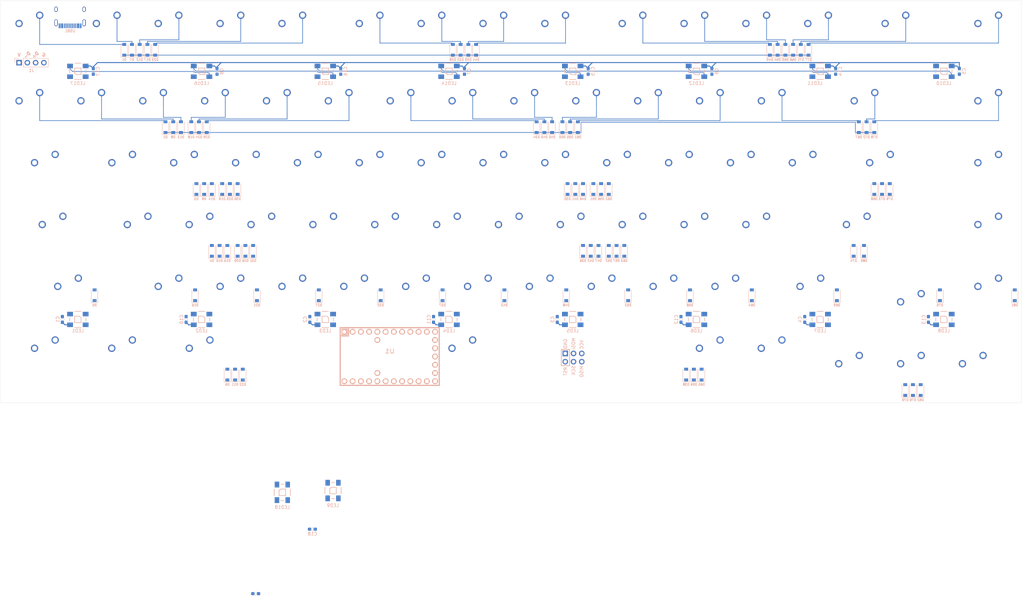
<source format=kicad_pcb>
(kicad_pcb (version 20171130) (host pcbnew "(5.1.5)-3")
  (layers (0 F.Cu signal) (31 B.Cu signal) (34 B.Paste user) (35 F.Paste user) (36 B.SilkS user) (37 F.SilkS user) (38 B.Mask user) (39 F.Mask user) (44 Edge.Cuts user))
  (net 0 "")
  (net 1 "Net-(D1-Pad2)")
  (net 2 "Net-(D2-Pad2)")
  (net 3 "Net-(D3-Pad2)")
  (net 4 "Net-(D4-Pad2)")
  (net 5 "Net-(D5-Pad2)")
  (net 6 "Net-(D6-Pad2)")
  (net 7 "Net-(D7-Pad2)")
  (net 8 "Net-(D8-Pad2)")
  (net 9 "Net-(D9-Pad2)")
  (net 10 "Net-(D10-Pad2)")
  (net 11 "Net-(D11-Pad2)")
  (net 12 "Net-(D12-Pad2)")
  (net 13 "Net-(D13-Pad2)")
  (net 14 "Net-(D14-Pad2)")
  (net 15 "Net-(D15-Pad2)")
  (net 16 "Net-(D16-Pad2)")
  (net 17 "Net-(D17-Pad2)")
  (net 18 "Net-(D18-Pad2)")
  (net 19 "Net-(D19-Pad2)")
  (net 20 "Net-(D20-Pad2)")
  (net 21 "Net-(D21-Pad2)")
  (net 22 "Net-(D22-Pad2)")
  (net 23 "Net-(D23-Pad2)")
  (net 24 "Net-(D24-Pad2)")
  (net 25 "Net-(D25-Pad2)")
  (net 26 "Net-(D26-Pad2)")
  (net 27 "Net-(D27-Pad2)")
  (net 28 "Net-(D28-Pad2)")
  (net 29 "Net-(D29-Pad2)")
  (net 30 "Net-(D30-Pad2)")
  (net 31 "Net-(D31-Pad2)")
  (net 32 "Net-(D32-Pad2)")
  (net 33 "Net-(D33-Pad2)")
  (net 34 "Net-(D34-Pad2)")
  (net 35 "Net-(D35-Pad2)")
  (net 36 "Net-(D36-Pad2)")
  (net 37 "Net-(D37-Pad2)")
  (net 38 "Net-(D38-Pad2)")
  (net 39 "Net-(D39-Pad2)")
  (net 40 "Net-(D40-Pad2)")
  (net 41 "Net-(D41-Pad2)")
  (net 42 "Net-(D42-Pad2)")
  (net 43 "Net-(D43-Pad2)")
  (net 44 "Net-(D44-Pad2)")
  (net 45 "Net-(D45-Pad2)")
  (net 46 "Net-(D46-Pad2)")
  (net 47 "Net-(D47-Pad2)")
  (net 48 "Net-(D48-Pad2)")
  (net 49 "Net-(D49-Pad2)")
  (net 50 "Net-(D50-Pad2)")
  (net 51 "Net-(D51-Pad2)")
  (net 52 "Net-(D52-Pad2)")
  (net 53 "Net-(D53-Pad2)")
  (net 54 "Net-(D54-Pad2)")
  (net 55 "Net-(D55-Pad2)")
  (net 56 "Net-(D56-Pad2)")
  (net 57 "Net-(D57-Pad2)")
  (net 58 "Net-(D58-Pad2)")
  (net 59 "Net-(D59-Pad2)")
  (net 60 "Net-(D61-Pad2)")
  (net 61 "Net-(D62-Pad2)")
  (net 62 "Net-(D63-Pad2)")
  (net 63 "Net-(D64-Pad2)")
  (net 64 "Net-(D65-Pad2)")
  (net 65 "Net-(D66-Pad2)")
  (net 66 "Net-(D67-Pad2)")
  (net 67 "Net-(D68-Pad2)")
  (net 68 "Net-(D69-Pad2)")
  (net 69 "Net-(D70-Pad2)")
  (net 70 "Net-(D71-Pad2)")
  (net 71 "Net-(D72-Pad2)")
  (net 72 "Net-(D73-Pad2)")
  (net 73 "Net-(D74-Pad2)")
  (net 74 "Net-(D75-Pad2)")
  (net 75 "Net-(D76-Pad2)")
  (net 76 "Net-(D77-Pad2)")
  (net 77 "Net-(D78-Pad2)")
  (net 78 "Net-(D79-Pad2)")
  (net 79 "Net-(D80-Pad2)")
  (net 80 "Net-(D81-Pad2)")
  (net 81 "Net-(D82-Pad2)")
  (net 82 COL0)
  (net 83 COL1)
  (net 84 COL2)
  (net 85 COL3)
  (net 86 COL4)
  (net 87 COL5)
  (net 88 COL6)
  (net 89 COL7)
  (net 90 ROW0)
  (net 91 ROW1)
  (net 92 ROW2)
  (net 93 ROW3)
  (net 94 ROW4)
  (net 95 ROW5)
  (net 96 COL8)
  (net 97 COL9)
  (net 98 COL10)
  (net 99 COL11)
  (net 100 COL12)
  (net 101 COL13)
  (net 102 COL14)
  (net 103 VCC)
  (net 104 RST)
  (net 105 GND)
  (net 106 MISO)
  (net 107 MOSI)
  (net 108 SCK)
  (net 109 +5V)
  (net 110 GND-USB)
  (net 111 "Net-(LED1-Pad2)")
  (net 112 "Net-(LED2-Pad2)")
  (net 113 "Net-(LED3-Pad2)")
  (net 114 "Net-(LED4-Pad2)")
  (net 115 "Net-(LED5-Pad2)")
  (net 116 "Net-(LED6-Pad2)")
  (net 117 "Net-(LED7-Pad2)")
  (net 118 "Net-(LED8-Pad2)")
  (net 119 "Net-(LED10-Pad4)")
  (net 120 "Net-(LED10-Pad2)")
  (net 121 "Net-(LED11-Pad2)")
  (net 122 "Net-(LED12-Pad2)")
  (net 123 "Net-(LED13-Pad2)")
  (net 124 "Net-(LED14-Pad2)")
  (net 125 "Net-(LED15-Pad2)")
  (net 126 RGB)
  (net 127 "Net-(D60-Pad2)")
  (net 128 "Net-(LED16-Pad2)")
  (net 129 "Net-(LED17-Pad2)")
  (net 130 VBUS)
  (net 131 D-)
  (net 132 D+)
  (module Capacitor_SMD:C_0603_1608Metric_Pad1.05x0.95mm_HandSolder (layer B.Cu) (at 150.8125 243.68125)
    (fp_text reference C18 (at 0 1.43) (layer B.SilkS) (effects (justify mirror)))
    (fp_text value 0.1uF)
    (pad 2 smd roundrect (at 0.875 0) (size 1.05 0.95) (layers B.Cu B.Paste B.Mask) (net 109 +5V))
    (pad 1 smd roundrect (at -0.875 0) (size 1.05 0.95) (layers B.Cu B.Paste B.Mask) (net 105 GND))
  )
  (module WS2812B:WS2812B (layer B.Cu) (at 141.55375 232.328)
    (fp_text reference LED18 (at 0 4.572) (layer B.SilkS) (effects (justify mirror)))
    (fp_text value WS2812B hide)
    (pad 4 smd rect (at 1.65 -2.4) (size 1.4 1.8) (layers B.Cu B.Paste B.Mask) (net 129 "Net-(LED17-Pad2)"))
    (pad 3 smd rect (at -1.65 -2.4) (size 1.4 1.8) (layers B.Cu B.Paste B.Mask) (net 105 GND))
    (pad 2 smd rect (at -1.65 2.4) (size 1.4 1.8) (layers B.Cu B.Paste B.Mask))
    (pad 1 smd rect (at 1.65 2.4) (size 1.4 1.8) (layers B.Cu B.Paste B.Mask) (net 109 +5V))
  )
  (module WS2812B:WS2812B (layer B.Cu) (at 157.1625 231.775)
    (fp_text reference LED9 (at 0 4.572) (layer B.SilkS) (effects (justify mirror)))
    (fp_text value WS2812B hide)
    (pad 4 smd rect (at 1.65 -2.4) (size 1.4 1.8) (layers B.Cu B.Paste B.Mask) (net 118 "Net-(LED8-Pad2)"))
    (pad 3 smd rect (at -1.65 -2.4) (size 1.4 1.8) (layers B.Cu B.Paste B.Mask) (net 105 GND))
    (pad 2 smd rect (at -1.65 2.4) (size 1.4 1.8) (layers B.Cu B.Paste B.Mask) (net 119 "Net-(LED10-Pad4)"))
    (pad 1 smd rect (at 1.65 2.4) (size 1.4 1.8) (layers B.Cu B.Paste B.Mask) (net 109 +5V))
  )
  (module Capacitor_SMD:C_0603_1608Metric_Pad1.05x0.95mm_HandSolder (layer B.Cu) (at 133.35 263.525)
    (fp_text reference C9 (at 0 1.43) (layer B.SilkS) (effects (justify mirror)))
    (fp_text value 0.1uF)
    (pad 2 smd roundrect (at 0.875 0) (size 1.05 0.95) (layers B.Cu B.Paste B.Mask) (net 109 +5V))
    (pad 1 smd roundrect (at -0.875 0) (size 1.05 0.95) (layers B.Cu B.Paste B.Mask) (net 105 GND))
  )
  (module master-Keebio-Parts:D_SOD-123-v2 (layer B.Cu) (at 338.1375 200.81875 90)
    (fp_text reference D82 (at -3.048 0 unlocked) (layer B.SilkS) (effects (font (size 0.7 0.7)) (justify mirror)))
    (fp_text value 1N4148W)
    (pad 2 smd rect (at 1.65 0 90) (size 0.9 1.2) (layers B.Cu B.Paste B.Mask) (net 81 "Net-(D82-Pad2)"))
    (pad 1 smd rect (at -1.65 0 90) (size 0.9 1.2) (layers B.Cu B.Paste B.Mask) (net 95 ROW5))
  )
  (module master-Keebio-Parts:D_SOD-123-v2 (layer B.Cu) (at 367.10675 171.631 90)
    (fp_text reference D81 (at -3.048 0 unlocked) (layer B.SilkS) (effects (font (size 0.7 0.7)) (justify mirror)))
    (fp_text value 1N4148W)
    (pad 2 smd rect (at 1.65 0 90) (size 0.9 1.2) (layers B.Cu B.Paste B.Mask) (net 80 "Net-(D81-Pad2)"))
    (pad 1 smd rect (at -1.65 0 90) (size 0.9 1.2) (layers B.Cu B.Paste B.Mask) (net 94 ROW4))
  )
  (module master-Keebio-Parts:D_SOD-123-v2 (layer B.Cu) (at 320.675 157.95625 90)
    (fp_text reference D80 (at -3.048 0 unlocked) (layer B.SilkS) (effects (font (size 0.7 0.7)) (justify mirror)))
    (fp_text value 1N4148W)
    (pad 2 smd rect (at 1.65 0 90) (size 0.9 1.2) (layers B.Cu B.Paste B.Mask) (net 79 "Net-(D80-Pad2)"))
    (pad 1 smd rect (at -1.65 0 90) (size 0.9 1.2) (layers B.Cu B.Paste B.Mask) (net 93 ROW3))
  )
  (module master-Keebio-Parts:D_SOD-123-v2 (layer B.Cu) (at 328.6125 138.90625 90)
    (fp_text reference D79 (at -3.048 0 unlocked) (layer B.SilkS) (effects (font (size 0.7 0.7)) (justify mirror)))
    (fp_text value 1N4148W)
    (pad 2 smd rect (at 1.65 0 90) (size 0.9 1.2) (layers B.Cu B.Paste B.Mask) (net 78 "Net-(D79-Pad2)"))
    (pad 1 smd rect (at -1.65 0 90) (size 0.9 1.2) (layers B.Cu B.Paste B.Mask) (net 92 ROW2))
  )
  (module master-Keebio-Parts:D_SOD-123-v2 (layer B.Cu) (at 323.85 119.85625 90)
    (fp_text reference D78 (at -3.048 0 unlocked) (layer B.SilkS) (effects (font (size 0.7 0.7)) (justify mirror)))
    (fp_text value 1N4148W)
    (pad 2 smd rect (at 1.65 0 90) (size 0.9 1.2) (layers B.Cu B.Paste B.Mask) (net 77 "Net-(D78-Pad2)"))
    (pad 1 smd rect (at -1.65 0 90) (size 0.9 1.2) (layers B.Cu B.Paste B.Mask) (net 91 ROW1))
  )
  (module master-Keebio-Parts:D_SOD-123-v2 (layer B.Cu) (at 303.605551 96.04375 90)
    (fp_text reference D77 (at -3.048 0 unlocked) (layer B.SilkS) (effects (font (size 0.7 0.7)) (justify mirror)))
    (fp_text value 1N4148W)
    (pad 2 smd rect (at 1.65 0 90) (size 0.9 1.2) (layers B.Cu B.Paste B.Mask) (net 76 "Net-(D77-Pad2)"))
    (pad 1 smd rect (at -1.65 0 90) (size 0.9 1.2) (layers B.Cu B.Paste B.Mask) (net 90 ROW0))
  )
  (module master-Keebio-Parts:D_SOD-123-v2 (layer B.Cu) (at 335.75625 200.81875 90)
    (fp_text reference D76 (at -3.048 0 unlocked) (layer B.SilkS) (effects (font (size 0.7 0.7)) (justify mirror)))
    (fp_text value 1N4148W)
    (pad 2 smd rect (at 1.65 0 90) (size 0.9 1.2) (layers B.Cu B.Paste B.Mask) (net 75 "Net-(D76-Pad2)"))
    (pad 1 smd rect (at -1.65 0 90) (size 0.9 1.2) (layers B.Cu B.Paste B.Mask) (net 95 ROW5))
  )
  (module master-Keebio-Parts:D_SOD-123-v2 (layer B.Cu) (at 344.05625 171.631 90)
    (fp_text reference D75 (at -3.048 0 unlocked) (layer B.SilkS) (effects (font (size 0.7 0.7)) (justify mirror)))
    (fp_text value 1N4148W)
    (pad 2 smd rect (at 1.65 0 90) (size 0.9 1.2) (layers B.Cu B.Paste B.Mask) (net 74 "Net-(D75-Pad2)"))
    (pad 1 smd rect (at -1.65 0 90) (size 0.9 1.2) (layers B.Cu B.Paste B.Mask) (net 94 ROW4))
  )
  (module master-Keebio-Parts:D_SOD-123-v2 (layer B.Cu) (at 326.23125 138.90625 90)
    (fp_text reference D73 (at -3.048 0 unlocked) (layer B.SilkS) (effects (font (size 0.7 0.7)) (justify mirror)))
    (fp_text value 1N4148W)
    (pad 2 smd rect (at 1.65 0 90) (size 0.9 1.2) (layers B.Cu B.Paste B.Mask) (net 72 "Net-(D73-Pad2)"))
    (pad 1 smd rect (at -1.65 0 90) (size 0.9 1.2) (layers B.Cu B.Paste B.Mask) (net 92 ROW2))
  )
  (module master-Keebio-Parts:D_SOD-123-v2 (layer B.Cu) (at 321.46875 119.85625 90)
    (fp_text reference D72 (at -3.048 0 unlocked) (layer B.SilkS) (effects (font (size 0.7 0.7)) (justify mirror)))
    (fp_text value 1N4148W)
    (pad 2 smd rect (at 1.65 0 90) (size 0.9 1.2) (layers B.Cu B.Paste B.Mask) (net 71 "Net-(D72-Pad2)"))
    (pad 1 smd rect (at -1.65 0 90) (size 0.9 1.2) (layers B.Cu B.Paste B.Mask) (net 91 ROW1))
  )
  (module master-Keebio-Parts:D_SOD-123-v2 (layer B.Cu) (at 301.224301 96.04375 90)
    (fp_text reference D71 (at -3.048 0 unlocked) (layer B.SilkS) (effects (font (size 0.7 0.7)) (justify mirror)))
    (fp_text value 1N4148W)
    (pad 2 smd rect (at 1.65 0 90) (size 0.9 1.2) (layers B.Cu B.Paste B.Mask) (net 70 "Net-(D71-Pad2)"))
    (pad 1 smd rect (at -1.65 0 90) (size 0.9 1.2) (layers B.Cu B.Paste B.Mask) (net 90 ROW0))
  )
  (module master-Keebio-Parts:D_SOD-123-v2 (layer B.Cu) (at 333.375 200.81875 90)
    (fp_text reference D70 (at -3.048 0 unlocked) (layer B.SilkS) (effects (font (size 0.7 0.7)) (justify mirror)))
    (fp_text value 1N4148W)
    (pad 2 smd rect (at 1.65 0 90) (size 0.9 1.2) (layers B.Cu B.Paste B.Mask) (net 69 "Net-(D70-Pad2)"))
    (pad 1 smd rect (at -1.65 0 90) (size 0.9 1.2) (layers B.Cu B.Paste B.Mask) (net 95 ROW5))
  )
  (module master-Keebio-Parts:D_SOD-123-v2 (layer B.Cu) (at 312.338 171.631 90)
    (fp_text reference D69 (at -3.048 0 unlocked) (layer B.SilkS) (effects (font (size 0.7 0.7)) (justify mirror)))
    (fp_text value 1N4148W)
    (pad 2 smd rect (at 1.65 0 90) (size 0.9 1.2) (layers B.Cu B.Paste B.Mask) (net 68 "Net-(D69-Pad2)"))
    (pad 1 smd rect (at -1.65 0 90) (size 0.9 1.2) (layers B.Cu B.Paste B.Mask) (net 94 ROW4))
  )
  (module master-Keebio-Parts:D_SOD-123-v2 (layer B.Cu) (at 317.5 157.95625 90)
    (fp_text reference D74 (at -3.048 0 unlocked) (layer B.SilkS) (effects (font (size 0.7 0.7)) (justify mirror)))
    (fp_text value 1N4148W)
    (pad 2 smd rect (at 1.65 0 90) (size 0.9 1.2) (layers B.Cu B.Paste B.Mask) (net 73 "Net-(D74-Pad2)"))
    (pad 1 smd rect (at -1.65 0 90) (size 0.9 1.2) (layers B.Cu B.Paste B.Mask) (net 93 ROW3))
  )
  (module master-Keebio-Parts:D_SOD-123-v2 (layer B.Cu) (at 323.85 138.90625 90)
    (fp_text reference D68 (at -3.048 0 unlocked) (layer B.SilkS) (effects (font (size 0.7 0.7)) (justify mirror)))
    (fp_text value 1N4148W)
    (pad 2 smd rect (at 1.65 0 90) (size 0.9 1.2) (layers B.Cu B.Paste B.Mask) (net 67 "Net-(D68-Pad2)"))
    (pad 1 smd rect (at -1.65 0 90) (size 0.9 1.2) (layers B.Cu B.Paste B.Mask) (net 92 ROW2))
  )
  (module master-Keebio-Parts:D_SOD-123-v2 (layer B.Cu) (at 319.0875 119.85625 90)
    (fp_text reference D67 (at -3.048 0 unlocked) (layer B.SilkS) (effects (font (size 0.7 0.7)) (justify mirror)))
    (fp_text value 1N4148W)
    (pad 2 smd rect (at 1.65 0 90) (size 0.9 1.2) (layers B.Cu B.Paste B.Mask) (net 66 "Net-(D67-Pad2)"))
    (pad 1 smd rect (at -1.65 0 90) (size 0.9 1.2) (layers B.Cu B.Paste B.Mask) (net 91 ROW1))
  )
  (module master-Keebio-Parts:D_SOD-123-v2 (layer B.Cu) (at 298.843051 96.04375 90)
    (fp_text reference D66 (at -3.048 0 unlocked) (layer B.SilkS) (effects (font (size 0.7 0.7)) (justify mirror)))
    (fp_text value 1N4148W)
    (pad 2 smd rect (at 1.65 0 90) (size 0.9 1.2) (layers B.Cu B.Paste B.Mask) (net 65 "Net-(D66-Pad2)"))
    (pad 1 smd rect (at -1.65 0 90) (size 0.9 1.2) (layers B.Cu B.Paste B.Mask) (net 90 ROW0))
  )
  (module master-Keebio-Parts:D_SOD-123-v2 (layer B.Cu) (at 270.66875 196.05625 90)
    (fp_text reference D65 (at -3.048 0 unlocked) (layer B.SilkS) (effects (font (size 0.7 0.7)) (justify mirror)))
    (fp_text value 1N4148W)
    (pad 2 smd rect (at 1.65 0 90) (size 0.9 1.2) (layers B.Cu B.Paste B.Mask) (net 64 "Net-(D65-Pad2)"))
    (pad 1 smd rect (at -1.65 0 90) (size 0.9 1.2) (layers B.Cu B.Paste B.Mask) (net 95 ROW5))
  )
  (module master-Keebio-Parts:D_SOD-123-v2 (layer B.Cu) (at 286.14425 171.631 90)
    (fp_text reference D64 (at -3.048 0 unlocked) (layer B.SilkS) (effects (font (size 0.7 0.7)) (justify mirror)))
    (fp_text value 1N4148W)
    (pad 2 smd rect (at 1.65 0 90) (size 0.9 1.2) (layers B.Cu B.Paste B.Mask) (net 63 "Net-(D64-Pad2)"))
    (pad 1 smd rect (at -1.65 0 90) (size 0.9 1.2) (layers B.Cu B.Paste B.Mask) (net 94 ROW4))
  )
  (module master-Keebio-Parts:D_SOD-123-v2 (layer B.Cu) (at 246.85625 157.95625 90)
    (fp_text reference D63 (at -3.048 0 unlocked) (layer B.SilkS) (effects (font (size 0.7 0.7)) (justify mirror)))
    (fp_text value 1N4148W)
    (pad 2 smd rect (at 1.65 0 90) (size 0.9 1.2) (layers B.Cu B.Paste B.Mask) (net 62 "Net-(D63-Pad2)"))
    (pad 1 smd rect (at -1.65 0 90) (size 0.9 1.2) (layers B.Cu B.Paste B.Mask) (net 93 ROW3))
  )
  (module master-Keebio-Parts:D_SOD-123-v2 (layer B.Cu) (at 242.09375 138.90625 90)
    (fp_text reference D62 (at -3.048 0 unlocked) (layer B.SilkS) (effects (font (size 0.7 0.7)) (justify mirror)))
    (fp_text value 1N4148W)
    (pad 2 smd rect (at 1.65 0 90) (size 0.9 1.2) (layers B.Cu B.Paste B.Mask) (net 61 "Net-(D62-Pad2)"))
    (pad 1 smd rect (at -1.65 0 90) (size 0.9 1.2) (layers B.Cu B.Paste B.Mask) (net 92 ROW2))
  )
  (module master-Keebio-Parts:D_SOD-123-v2 (layer B.Cu) (at 232.56875 119.85625 90)
    (fp_text reference D61 (at -3.048 0 unlocked) (layer B.SilkS) (effects (font (size 0.7 0.7)) (justify mirror)))
    (fp_text value 1N4148W)
    (pad 2 smd rect (at 1.65 0 90) (size 0.9 1.2) (layers B.Cu B.Paste B.Mask) (net 60 "Net-(D61-Pad2)"))
    (pad 1 smd rect (at -1.65 0 90) (size 0.9 1.2) (layers B.Cu B.Paste B.Mask) (net 91 ROW1))
  )
  (module master-Keebio-Parts:D_SOD-123-v2 (layer B.Cu) (at 296.461801 96.04375 90)
    (fp_text reference D60 (at -3.048 0 unlocked) (layer B.SilkS) (effects (font (size 0.7 0.7)) (justify mirror)))
    (fp_text value 1N4148W)
    (pad 2 smd rect (at 1.65 0 90) (size 0.9 1.2) (layers B.Cu B.Paste B.Mask) (net 127 "Net-(D60-Pad2)"))
    (pad 1 smd rect (at -1.65 0 90) (size 0.9 1.2) (layers B.Cu B.Paste B.Mask) (net 90 ROW0))
  )
  (module master-Keebio-Parts:D_SOD-123-v2 (layer B.Cu) (at 267.09425 171.631 90)
    (fp_text reference D58 (at -3.048 0 unlocked) (layer B.SilkS) (effects (font (size 0.7 0.7)) (justify mirror)))
    (fp_text value 1N4148W)
    (pad 2 smd rect (at 1.65 0 90) (size 0.9 1.2) (layers B.Cu B.Paste B.Mask) (net 58 "Net-(D58-Pad2)"))
    (pad 1 smd rect (at -1.65 0 90) (size 0.9 1.2) (layers B.Cu B.Paste B.Mask) (net 94 ROW4))
  )
  (module master-Keebio-Parts:D_SOD-123-v2 (layer B.Cu) (at 244.475 157.95625 90)
    (fp_text reference D57 (at -3.048 0 unlocked) (layer B.SilkS) (effects (font (size 0.7 0.7)) (justify mirror)))
    (fp_text value 1N4148W)
    (pad 2 smd rect (at 1.65 0 90) (size 0.9 1.2) (layers B.Cu B.Paste B.Mask) (net 57 "Net-(D57-Pad2)"))
    (pad 1 smd rect (at -1.65 0 90) (size 0.9 1.2) (layers B.Cu B.Paste B.Mask) (net 93 ROW3))
  )
  (module master-Keebio-Parts:D_SOD-123-v2 (layer B.Cu) (at 239.7125 138.90625 90)
    (fp_text reference D56 (at -3.048 0 unlocked) (layer B.SilkS) (effects (font (size 0.7 0.7)) (justify mirror)))
    (fp_text value 1N4148W)
    (pad 2 smd rect (at 1.65 0 90) (size 0.9 1.2) (layers B.Cu B.Paste B.Mask) (net 56 "Net-(D56-Pad2)"))
    (pad 1 smd rect (at -1.65 0 90) (size 0.9 1.2) (layers B.Cu B.Paste B.Mask) (net 92 ROW2))
  )
  (module master-Keebio-Parts:D_SOD-123-v2 (layer B.Cu) (at 230.1875 119.85625 90)
    (fp_text reference D55 (at -3.048 0 unlocked) (layer B.SilkS) (effects (font (size 0.7 0.7)) (justify mirror)))
    (fp_text value 1N4148W)
    (pad 2 smd rect (at 1.65 0 90) (size 0.9 1.2) (layers B.Cu B.Paste B.Mask) (net 55 "Net-(D55-Pad2)"))
    (pad 1 smd rect (at -1.65 0 90) (size 0.9 1.2) (layers B.Cu B.Paste B.Mask) (net 91 ROW1))
  )
  (module master-Keebio-Parts:D_SOD-123-v2 (layer B.Cu) (at 294.080551 96.04375 90)
    (fp_text reference D54 (at -3.048 0 unlocked) (layer B.SilkS) (effects (font (size 0.7 0.7)) (justify mirror)))
    (fp_text value 1N4148W)
    (pad 2 smd rect (at 1.65 0 90) (size 0.9 1.2) (layers B.Cu B.Paste B.Mask) (net 54 "Net-(D54-Pad2)"))
    (pad 1 smd rect (at -1.65 0 90) (size 0.9 1.2) (layers B.Cu B.Paste B.Mask) (net 90 ROW0))
  )
  (module master-Keebio-Parts:D_SOD-123-v2 (layer B.Cu) (at 268.2875 196.05625 90)
    (fp_text reference D59 (at -3.048 0 unlocked) (layer B.SilkS) (effects (font (size 0.7 0.7)) (justify mirror)))
    (fp_text value 1N4148W)
    (pad 2 smd rect (at 1.65 0 90) (size 0.9 1.2) (layers B.Cu B.Paste B.Mask) (net 59 "Net-(D59-Pad2)"))
    (pad 1 smd rect (at -1.65 0 90) (size 0.9 1.2) (layers B.Cu B.Paste B.Mask) (net 95 ROW5))
  )
  (module master-Keebio-Parts:D_SOD-123-v2 (layer B.Cu) (at 248.04425 171.631 90)
    (fp_text reference D53 (at -3.048 0 unlocked) (layer B.SilkS) (effects (font (size 0.7 0.7)) (justify mirror)))
    (fp_text value 1N4148W)
    (pad 2 smd rect (at 1.65 0 90) (size 0.9 1.2) (layers B.Cu B.Paste B.Mask) (net 53 "Net-(D53-Pad2)"))
    (pad 1 smd rect (at -1.65 0 90) (size 0.9 1.2) (layers B.Cu B.Paste B.Mask) (net 94 ROW4))
  )
  (module master-Keebio-Parts:D_SOD-123-v2 (layer B.Cu) (at 242.09375 157.95625 90)
    (fp_text reference D52 (at -3.048 0 unlocked) (layer B.SilkS) (effects (font (size 0.7 0.7)) (justify mirror)))
    (fp_text value 1N4148W)
    (pad 2 smd rect (at 1.65 0 90) (size 0.9 1.2) (layers B.Cu B.Paste B.Mask) (net 52 "Net-(D52-Pad2)"))
    (pad 1 smd rect (at -1.65 0 90) (size 0.9 1.2) (layers B.Cu B.Paste B.Mask) (net 93 ROW3))
  )
  (module master-Keebio-Parts:D_SOD-123-v2 (layer B.Cu) (at 237.33125 138.90625 90)
    (fp_text reference D51 (at -3.048 0 unlocked) (layer B.SilkS) (effects (font (size 0.7 0.7)) (justify mirror)))
    (fp_text value 1N4148W)
    (pad 2 smd rect (at 1.65 0 90) (size 0.9 1.2) (layers B.Cu B.Paste B.Mask) (net 51 "Net-(D51-Pad2)"))
    (pad 1 smd rect (at -1.65 0 90) (size 0.9 1.2) (layers B.Cu B.Paste B.Mask) (net 92 ROW2))
  )
  (module master-Keebio-Parts:D_SOD-123-v2 (layer B.Cu) (at 227.80625 119.85625 90)
    (fp_text reference D50 (at -3.048 0 unlocked) (layer B.SilkS) (effects (font (size 0.7 0.7)) (justify mirror)))
    (fp_text value 1N4148W)
    (pad 2 smd rect (at 1.65 0 90) (size 0.9 1.2) (layers B.Cu B.Paste B.Mask) (net 50 "Net-(D50-Pad2)"))
    (pad 1 smd rect (at -1.65 0 90) (size 0.9 1.2) (layers B.Cu B.Paste B.Mask) (net 91 ROW1))
  )
  (module master-Keebio-Parts:D_SOD-123-v2 (layer B.Cu) (at 291.699301 96.04375 90)
    (fp_text reference D49 (at -3.048 0 unlocked) (layer B.SilkS) (effects (font (size 0.7 0.7)) (justify mirror)))
    (fp_text value 1N4148W)
    (pad 2 smd rect (at 1.65 0 90) (size 0.9 1.2) (layers B.Cu B.Paste B.Mask) (net 49 "Net-(D49-Pad2)"))
    (pad 1 smd rect (at -1.65 0 90) (size 0.9 1.2) (layers B.Cu B.Paste B.Mask) (net 90 ROW0))
  )
  (module master-Keebio-Parts:D_SOD-123-v2 (layer B.Cu) (at 228.99425 171.631 90)
    (fp_text reference D48 (at -3.048 0 unlocked) (layer B.SilkS) (effects (font (size 0.7 0.7)) (justify mirror)))
    (fp_text value 1N4148W)
    (pad 2 smd rect (at 1.65 0 90) (size 0.9 1.2) (layers B.Cu B.Paste B.Mask) (net 48 "Net-(D48-Pad2)"))
    (pad 1 smd rect (at -1.65 0 90) (size 0.9 1.2) (layers B.Cu B.Paste B.Mask) (net 94 ROW4))
  )
  (module master-Keebio-Parts:D_SOD-123-v2 (layer B.Cu) (at 238.91875 157.95625 90)
    (fp_text reference D47 (at -3.048 0 unlocked) (layer B.SilkS) (effects (font (size 0.7 0.7)) (justify mirror)))
    (fp_text value 1N4148W)
    (pad 2 smd rect (at 1.65 0 90) (size 0.9 1.2) (layers B.Cu B.Paste B.Mask) (net 47 "Net-(D47-Pad2)"))
    (pad 1 smd rect (at -1.65 0 90) (size 0.9 1.2) (layers B.Cu B.Paste B.Mask) (net 93 ROW3))
  )
  (module master-Keebio-Parts:D_SOD-123-v2 (layer B.Cu) (at 234.15625 138.90625 90)
    (fp_text reference D46 (at -3.048 0 unlocked) (layer B.SilkS) (effects (font (size 0.7 0.7)) (justify mirror)))
    (fp_text value 1N4148W)
    (pad 2 smd rect (at 1.65 0 90) (size 0.9 1.2) (layers B.Cu B.Paste B.Mask) (net 46 "Net-(D46-Pad2)"))
    (pad 1 smd rect (at -1.65 0 90) (size 0.9 1.2) (layers B.Cu B.Paste B.Mask) (net 92 ROW2))
  )
  (module master-Keebio-Parts:D_SOD-123-v2 (layer B.Cu) (at 224.63125 119.85625 90)
    (fp_text reference D45 (at -3.048 0 unlocked) (layer B.SilkS) (effects (font (size 0.7 0.7)) (justify mirror)))
    (fp_text value 1N4148W)
    (pad 2 smd rect (at 1.65 0 90) (size 0.9 1.2) (layers B.Cu B.Paste B.Mask) (net 45 "Net-(D45-Pad2)"))
    (pad 1 smd rect (at -1.65 0 90) (size 0.9 1.2) (layers B.Cu B.Paste B.Mask) (net 91 ROW1))
  )
  (module master-Keebio-Parts:D_SOD-123-v2 (layer B.Cu) (at 201.216875 96.04375 90)
    (fp_text reference D44 (at -3.048 0 unlocked) (layer B.SilkS) (effects (font (size 0.7 0.7)) (justify mirror)))
    (fp_text value 1N4148W)
    (pad 2 smd rect (at 1.65 0 90) (size 0.9 1.2) (layers B.Cu B.Paste B.Mask) (net 44 "Net-(D44-Pad2)"))
    (pad 1 smd rect (at -1.65 0 90) (size 0.9 1.2) (layers B.Cu B.Paste B.Mask) (net 90 ROW0))
  )
  (module master-Keebio-Parts:D_SOD-123-v2 (layer B.Cu) (at 209.94425 171.631 90)
    (fp_text reference D43 (at -3.048 0 unlocked) (layer B.SilkS) (effects (font (size 0.7 0.7)) (justify mirror)))
    (fp_text value 1N4148W)
    (pad 2 smd rect (at 1.65 0 90) (size 0.9 1.2) (layers B.Cu B.Paste B.Mask) (net 43 "Net-(D43-Pad2)"))
    (pad 1 smd rect (at -1.65 0 90) (size 0.9 1.2) (layers B.Cu B.Paste B.Mask) (net 94 ROW4))
  )
  (module master-Keebio-Parts:D_SOD-123-v2 (layer B.Cu) (at 236.5375 157.95625 90)
    (fp_text reference D42 (at -3.048 0 unlocked) (layer B.SilkS) (effects (font (size 0.7 0.7)) (justify mirror)))
    (fp_text value 1N4148W)
    (pad 2 smd rect (at 1.65 0 90) (size 0.9 1.2) (layers B.Cu B.Paste B.Mask) (net 42 "Net-(D42-Pad2)"))
    (pad 1 smd rect (at -1.65 0 90) (size 0.9 1.2) (layers B.Cu B.Paste B.Mask) (net 93 ROW3))
  )
  (module master-Keebio-Parts:D_SOD-123-v2 (layer B.Cu) (at 231.775 138.90625 90)
    (fp_text reference D41 (at -3.048 0 unlocked) (layer B.SilkS) (effects (font (size 0.7 0.7)) (justify mirror)))
    (fp_text value 1N4148W)
    (pad 2 smd rect (at 1.65 0 90) (size 0.9 1.2) (layers B.Cu B.Paste B.Mask) (net 41 "Net-(D41-Pad2)"))
    (pad 1 smd rect (at -1.65 0 90) (size 0.9 1.2) (layers B.Cu B.Paste B.Mask) (net 92 ROW2))
  )
  (module master-Keebio-Parts:D_SOD-123-v2 (layer B.Cu) (at 222.25 119.85625 90)
    (fp_text reference D40 (at -3.048 0 unlocked) (layer B.SilkS) (effects (font (size 0.7 0.7)) (justify mirror)))
    (fp_text value 1N4148W)
    (pad 2 smd rect (at 1.65 0 90) (size 0.9 1.2) (layers B.Cu B.Paste B.Mask) (net 40 "Net-(D40-Pad2)"))
    (pad 1 smd rect (at -1.65 0 90) (size 0.9 1.2) (layers B.Cu B.Paste B.Mask) (net 91 ROW1))
  )
  (module master-Keebio-Parts:D_SOD-123-v2 (layer B.Cu) (at 198.835625 96.04375 90)
    (fp_text reference D39 (at -3.048 0 unlocked) (layer B.SilkS) (effects (font (size 0.7 0.7)) (justify mirror)))
    (fp_text value 1N4148W)
    (pad 2 smd rect (at 1.65 0 90) (size 0.9 1.2) (layers B.Cu B.Paste B.Mask) (net 39 "Net-(D39-Pad2)"))
    (pad 1 smd rect (at -1.65 0 90) (size 0.9 1.2) (layers B.Cu B.Paste B.Mask) (net 90 ROW0))
  )
  (module master-Keebio-Parts:D_SOD-123-v2 (layer B.Cu) (at 265.90625 196.05625 90)
    (fp_text reference D38 (at -3.048 0 unlocked) (layer B.SilkS) (effects (font (size 0.7 0.7)) (justify mirror)))
    (fp_text value 1N4148W)
    (pad 2 smd rect (at 1.65 0 90) (size 0.9 1.2) (layers B.Cu B.Paste B.Mask) (net 38 "Net-(D38-Pad2)"))
    (pad 1 smd rect (at -1.65 0 90) (size 0.9 1.2) (layers B.Cu B.Paste B.Mask) (net 95 ROW5))
  )
  (module master-Keebio-Parts:D_SOD-123-v2 (layer B.Cu) (at 190.89425 171.631 90)
    (fp_text reference D37 (at -3.048 0 unlocked) (layer B.SilkS) (effects (font (size 0.7 0.7)) (justify mirror)))
    (fp_text value 1N4148W)
    (pad 2 smd rect (at 1.65 0 90) (size 0.9 1.2) (layers B.Cu B.Paste B.Mask) (net 37 "Net-(D37-Pad2)"))
    (pad 1 smd rect (at -1.65 0 90) (size 0.9 1.2) (layers B.Cu B.Paste B.Mask) (net 94 ROW4))
  )
  (module master-Keebio-Parts:D_SOD-123-v2 (layer B.Cu) (at 234.15625 157.95625 90)
    (fp_text reference D36 (at -3.048 0 unlocked) (layer B.SilkS) (effects (font (size 0.7 0.7)) (justify mirror)))
    (fp_text value 1N4148W)
    (pad 2 smd rect (at 1.65 0 90) (size 0.9 1.2) (layers B.Cu B.Paste B.Mask) (net 36 "Net-(D36-Pad2)"))
    (pad 1 smd rect (at -1.65 0 90) (size 0.9 1.2) (layers B.Cu B.Paste B.Mask) (net 93 ROW3))
  )
  (module master-Keebio-Parts:D_SOD-123-v2 (layer B.Cu) (at 229.39375 138.90625 90)
    (fp_text reference D35 (at -3.048 0 unlocked) (layer B.SilkS) (effects (font (size 0.7 0.7)) (justify mirror)))
    (fp_text value 1N4148W)
    (pad 2 smd rect (at 1.65 0 90) (size 0.9 1.2) (layers B.Cu B.Paste B.Mask) (net 35 "Net-(D35-Pad2)"))
    (pad 1 smd rect (at -1.65 0 90) (size 0.9 1.2) (layers B.Cu B.Paste B.Mask) (net 92 ROW2))
  )
  (module master-Keebio-Parts:D_SOD-123-v2 (layer B.Cu) (at 219.86875 119.85625 90)
    (fp_text reference D34 (at -3.048 0 unlocked) (layer B.SilkS) (effects (font (size 0.7 0.7)) (justify mirror)))
    (fp_text value 1N4148W)
    (pad 2 smd rect (at 1.65 0 90) (size 0.9 1.2) (layers B.Cu B.Paste B.Mask) (net 34 "Net-(D34-Pad2)"))
    (pad 1 smd rect (at -1.65 0 90) (size 0.9 1.2) (layers B.Cu B.Paste B.Mask) (net 91 ROW1))
  )
  (module master-Keebio-Parts:D_SOD-123-v2 (layer B.Cu) (at 196.454375 96.04375 90)
    (fp_text reference D33 (at -3.048 0 unlocked) (layer B.SilkS) (effects (font (size 0.7 0.7)) (justify mirror)))
    (fp_text value 1N4148W)
    (pad 2 smd rect (at 1.65 0 90) (size 0.9 1.2) (layers B.Cu B.Paste B.Mask) (net 33 "Net-(D33-Pad2)"))
    (pad 1 smd rect (at -1.65 0 90) (size 0.9 1.2) (layers B.Cu B.Paste B.Mask) (net 90 ROW0))
  )
  (module master-Keebio-Parts:D_SOD-123-v2 (layer B.Cu) (at 171.84425 171.631 90)
    (fp_text reference D32 (at -3.048 0 unlocked) (layer B.SilkS) (effects (font (size 0.7 0.7)) (justify mirror)))
    (fp_text value 1N4148W)
    (pad 2 smd rect (at 1.65 0 90) (size 0.9 1.2) (layers B.Cu B.Paste B.Mask) (net 32 "Net-(D32-Pad2)"))
    (pad 1 smd rect (at -1.65 0 90) (size 0.9 1.2) (layers B.Cu B.Paste B.Mask) (net 94 ROW4))
  )
  (module master-Keebio-Parts:D_SOD-123-v2 (layer B.Cu) (at 132.55625 157.95625 90)
    (fp_text reference D31 (at -3.048 0 unlocked) (layer B.SilkS) (effects (font (size 0.7 0.7)) (justify mirror)))
    (fp_text value 1N4148W)
    (pad 2 smd rect (at 1.65 0 90) (size 0.9 1.2) (layers B.Cu B.Paste B.Mask) (net 31 "Net-(D31-Pad2)"))
    (pad 1 smd rect (at -1.65 0 90) (size 0.9 1.2) (layers B.Cu B.Paste B.Mask) (net 93 ROW3))
  )
  (module master-Keebio-Parts:D_SOD-123-v2 (layer B.Cu) (at 127.79375 138.90625 90)
    (fp_text reference D30 (at -3.048 0 unlocked) (layer B.SilkS) (effects (font (size 0.7 0.7)) (justify mirror)))
    (fp_text value 1N4148W)
    (pad 2 smd rect (at 1.65 0 90) (size 0.9 1.2) (layers B.Cu B.Paste B.Mask) (net 30 "Net-(D30-Pad2)"))
    (pad 1 smd rect (at -1.65 0 90) (size 0.9 1.2) (layers B.Cu B.Paste B.Mask) (net 92 ROW2))
  )
  (module master-Keebio-Parts:D_SOD-123-v2 (layer B.Cu) (at 118.26875 119.85625 90)
    (fp_text reference D29 (at -3.048 0 unlocked) (layer B.SilkS) (effects (font (size 0.7 0.7)) (justify mirror)))
    (fp_text value 1N4148W)
    (pad 2 smd rect (at 1.65 0 90) (size 0.9 1.2) (layers B.Cu B.Paste B.Mask) (net 29 "Net-(D29-Pad2)"))
    (pad 1 smd rect (at -1.65 0 90) (size 0.9 1.2) (layers B.Cu B.Paste B.Mask) (net 91 ROW1))
  )
  (module master-Keebio-Parts:D_SOD-123-v2 (layer B.Cu) (at 194.073125 96.04375 90)
    (fp_text reference D28 (at -3.048 0 unlocked) (layer B.SilkS) (effects (font (size 0.7 0.7)) (justify mirror)))
    (fp_text value 1N4148W)
    (pad 2 smd rect (at 1.65 0 90) (size 0.9 1.2) (layers B.Cu B.Paste B.Mask) (net 28 "Net-(D28-Pad2)"))
    (pad 1 smd rect (at -1.65 0 90) (size 0.9 1.2) (layers B.Cu B.Paste B.Mask) (net 90 ROW0))
  )
  (module master-Keebio-Parts:D_SOD-123-v2 (layer B.Cu) (at 129.38125 196.05625 90)
    (fp_text reference D22 (at -3.048 0 unlocked) (layer B.SilkS) (effects (font (size 0.7 0.7)) (justify mirror)))
    (fp_text value 1N4148W)
    (pad 2 smd rect (at 1.65 0 90) (size 0.9 1.2) (layers B.Cu B.Paste B.Mask) (net 22 "Net-(D22-Pad2)"))
    (pad 1 smd rect (at -1.65 0 90) (size 0.9 1.2) (layers B.Cu B.Paste B.Mask) (net 95 ROW5))
  )
  (module master-Keebio-Parts:D_SOD-123-v2 (layer B.Cu) (at 152.79425 171.631 90)
    (fp_text reference D27 (at -3.048 0 unlocked) (layer B.SilkS) (effects (font (size 0.7 0.7)) (justify mirror)))
    (fp_text value 1N4148W)
    (pad 2 smd rect (at 1.65 0 90) (size 0.9 1.2) (layers B.Cu B.Paste B.Mask) (net 27 "Net-(D27-Pad2)"))
    (pad 1 smd rect (at -1.65 0 90) (size 0.9 1.2) (layers B.Cu B.Paste B.Mask) (net 94 ROW4))
  )
  (module master-Keebio-Parts:D_SOD-123-v2 (layer B.Cu) (at 130.175 157.95625 90)
    (fp_text reference D26 (at -3.048 0 unlocked) (layer B.SilkS) (effects (font (size 0.7 0.7)) (justify mirror)))
    (fp_text value 1N4148W)
    (pad 2 smd rect (at 1.65 0 90) (size 0.9 1.2) (layers B.Cu B.Paste B.Mask) (net 26 "Net-(D26-Pad2)"))
    (pad 1 smd rect (at -1.65 0 90) (size 0.9 1.2) (layers B.Cu B.Paste B.Mask) (net 93 ROW3))
  )
  (module master-Keebio-Parts:D_SOD-123-v2 (layer B.Cu) (at 125.4125 138.90625 90)
    (fp_text reference D25 (at -3.048 0 unlocked) (layer B.SilkS) (effects (font (size 0.7 0.7)) (justify mirror)))
    (fp_text value 1N4148W)
    (pad 2 smd rect (at 1.65 0 90) (size 0.9 1.2) (layers B.Cu B.Paste B.Mask) (net 25 "Net-(D25-Pad2)"))
    (pad 1 smd rect (at -1.65 0 90) (size 0.9 1.2) (layers B.Cu B.Paste B.Mask) (net 92 ROW2))
  )
  (module master-Keebio-Parts:D_SOD-123-v2 (layer B.Cu) (at 115.8875 119.85625 90)
    (fp_text reference D24 (at -3.048 0 unlocked) (layer B.SilkS) (effects (font (size 0.7 0.7)) (justify mirror)))
    (fp_text value 1N4148W)
    (pad 2 smd rect (at 1.65 0 90) (size 0.9 1.2) (layers B.Cu B.Paste B.Mask) (net 24 "Net-(D24-Pad2)"))
    (pad 1 smd rect (at -1.65 0 90) (size 0.9 1.2) (layers B.Cu B.Paste B.Mask) (net 91 ROW1))
  )
  (module master-Keebio-Parts:D_SOD-123-v2 (layer B.Cu) (at 102.39375 96.04375 90)
    (fp_text reference D23 (at -3.048 0 unlocked) (layer B.SilkS) (effects (font (size 0.7 0.7)) (justify mirror)))
    (fp_text value 1N4148W)
    (pad 2 smd rect (at 1.65 0 90) (size 0.9 1.2) (layers B.Cu B.Paste B.Mask) (net 23 "Net-(D23-Pad2)"))
    (pad 1 smd rect (at -1.65 0 90) (size 0.9 1.2) (layers B.Cu B.Paste B.Mask) (net 90 ROW0))
  )
  (module master-Keebio-Parts:D_SOD-123-v2 (layer B.Cu) (at 133.74425 171.631 90)
    (fp_text reference D21 (at -3.048 0 unlocked) (layer B.SilkS) (effects (font (size 0.7 0.7)) (justify mirror)))
    (fp_text value 1N4148W)
    (pad 2 smd rect (at 1.65 0 90) (size 0.9 1.2) (layers B.Cu B.Paste B.Mask) (net 21 "Net-(D21-Pad2)"))
    (pad 1 smd rect (at -1.65 0 90) (size 0.9 1.2) (layers B.Cu B.Paste B.Mask) (net 94 ROW4))
  )
  (module master-Keebio-Parts:D_SOD-123-v2 (layer B.Cu) (at 127.79375 157.95625 90)
    (fp_text reference D20 (at -3.048 0 unlocked) (layer B.SilkS) (effects (font (size 0.7 0.7)) (justify mirror)))
    (fp_text value 1N4148W)
    (pad 2 smd rect (at 1.65 0 90) (size 0.9 1.2) (layers B.Cu B.Paste B.Mask) (net 20 "Net-(D20-Pad2)"))
    (pad 1 smd rect (at -1.65 0 90) (size 0.9 1.2) (layers B.Cu B.Paste B.Mask) (net 93 ROW3))
  )
  (module master-Keebio-Parts:D_SOD-123-v2 (layer B.Cu) (at 123.03125 138.90625 90)
    (fp_text reference D19 (at -3.048 0 unlocked) (layer B.SilkS) (effects (font (size 0.7 0.7)) (justify mirror)))
    (fp_text value 1N4148W)
    (pad 2 smd rect (at 1.65 0 90) (size 0.9 1.2) (layers B.Cu B.Paste B.Mask) (net 19 "Net-(D19-Pad2)"))
    (pad 1 smd rect (at -1.65 0 90) (size 0.9 1.2) (layers B.Cu B.Paste B.Mask) (net 92 ROW2))
  )
  (module master-Keebio-Parts:D_SOD-123-v2 (layer B.Cu) (at 113.50625 119.85625 90)
    (fp_text reference D18 (at -3.048 0 unlocked) (layer B.SilkS) (effects (font (size 0.7 0.7)) (justify mirror)))
    (fp_text value 1N4148W)
    (pad 2 smd rect (at 1.65 0 90) (size 0.9 1.2) (layers B.Cu B.Paste B.Mask) (net 18 "Net-(D18-Pad2)"))
    (pad 1 smd rect (at -1.65 0 90) (size 0.9 1.2) (layers B.Cu B.Paste B.Mask) (net 91 ROW1))
  )
  (module master-Keebio-Parts:D_SOD-123-v2 (layer B.Cu) (at 100.0125 96.04375 90)
    (fp_text reference D17 (at -3.048 0 unlocked) (layer B.SilkS) (effects (font (size 0.7 0.7)) (justify mirror)))
    (fp_text value 1N4148W)
    (pad 2 smd rect (at 1.65 0 90) (size 0.9 1.2) (layers B.Cu B.Paste B.Mask) (net 17 "Net-(D17-Pad2)"))
    (pad 1 smd rect (at -1.65 0 90) (size 0.9 1.2) (layers B.Cu B.Paste B.Mask) (net 90 ROW0))
  )
  (module master-Keebio-Parts:D_SOD-123-v2 (layer B.Cu) (at 127 196.05625 90)
    (fp_text reference D11 (at -3.048 0 unlocked) (layer B.SilkS) (effects (font (size 0.7 0.7)) (justify mirror)))
    (fp_text value 1N4148W)
    (pad 2 smd rect (at 1.65 0 90) (size 0.9 1.2) (layers B.Cu B.Paste B.Mask) (net 11 "Net-(D11-Pad2)"))
    (pad 1 smd rect (at -1.65 0 90) (size 0.9 1.2) (layers B.Cu B.Paste B.Mask) (net 95 ROW5))
  )
  (module master-Keebio-Parts:D_SOD-123-v2 (layer B.Cu) (at 114.69425 171.631 90)
    (fp_text reference D16 (at -3.048 0 unlocked) (layer B.SilkS) (effects (font (size 0.7 0.7)) (justify mirror)))
    (fp_text value 1N4148W)
    (pad 2 smd rect (at 1.65 0 90) (size 0.9 1.2) (layers B.Cu B.Paste B.Mask) (net 16 "Net-(D16-Pad2)"))
    (pad 1 smd rect (at -1.65 0 90) (size 0.9 1.2) (layers B.Cu B.Paste B.Mask) (net 94 ROW4))
  )
  (module master-Keebio-Parts:D_SOD-123-v2 (layer B.Cu) (at 124.61875 157.95625 90)
    (fp_text reference D15 (at -3.048 0 unlocked) (layer B.SilkS) (effects (font (size 0.7 0.7)) (justify mirror)))
    (fp_text value 1N4148W)
    (pad 2 smd rect (at 1.65 0 90) (size 0.9 1.2) (layers B.Cu B.Paste B.Mask) (net 15 "Net-(D15-Pad2)"))
    (pad 1 smd rect (at -1.65 0 90) (size 0.9 1.2) (layers B.Cu B.Paste B.Mask) (net 93 ROW3))
  )
  (module master-Keebio-Parts:D_SOD-123-v2 (layer B.Cu) (at 119.85625 138.90625 90)
    (fp_text reference D14 (at -3.048 0 unlocked) (layer B.SilkS) (effects (font (size 0.7 0.7)) (justify mirror)))
    (fp_text value 1N4148W)
    (pad 2 smd rect (at 1.65 0 90) (size 0.9 1.2) (layers B.Cu B.Paste B.Mask) (net 14 "Net-(D14-Pad2)"))
    (pad 1 smd rect (at -1.65 0 90) (size 0.9 1.2) (layers B.Cu B.Paste B.Mask) (net 92 ROW2))
  )
  (module master-Keebio-Parts:D_SOD-123-v2 (layer B.Cu) (at 110.33125 119.85625 90)
    (fp_text reference D13 (at -3.048 0 unlocked) (layer B.SilkS) (effects (font (size 0.7 0.7)) (justify mirror)))
    (fp_text value 1N4148W)
    (pad 2 smd rect (at 1.65 0 90) (size 0.9 1.2) (layers B.Cu B.Paste B.Mask) (net 13 "Net-(D13-Pad2)"))
    (pad 1 smd rect (at -1.65 0 90) (size 0.9 1.2) (layers B.Cu B.Paste B.Mask) (net 91 ROW1))
  )
  (module master-Keebio-Parts:D_SOD-123-v2 (layer B.Cu) (at 97.63125 96.04375 90)
    (fp_text reference D12 (at -3.048 0 unlocked) (layer B.SilkS) (effects (font (size 0.7 0.7)) (justify mirror)))
    (fp_text value 1N4148W)
    (pad 2 smd rect (at 1.65 0 90) (size 0.9 1.2) (layers B.Cu B.Paste B.Mask) (net 12 "Net-(D12-Pad2)"))
    (pad 1 smd rect (at -1.65 0 90) (size 0.9 1.2) (layers B.Cu B.Paste B.Mask) (net 90 ROW0))
  )
  (module master-Keebio-Parts:D_SOD-123-v2 (layer B.Cu) (at 122.2375 157.95625 90)
    (fp_text reference D10 (at -3.048 0 unlocked) (layer B.SilkS) (effects (font (size 0.7 0.7)) (justify mirror)))
    (fp_text value 1N4148W)
    (pad 2 smd rect (at 1.65 0 90) (size 0.9 1.2) (layers B.Cu B.Paste B.Mask) (net 10 "Net-(D10-Pad2)"))
    (pad 1 smd rect (at -1.65 0 90) (size 0.9 1.2) (layers B.Cu B.Paste B.Mask) (net 93 ROW3))
  )
  (module master-Keebio-Parts:D_SOD-123-v2 (layer B.Cu) (at 117.475 138.90625 90)
    (fp_text reference D9 (at -3.048 0 unlocked) (layer B.SilkS) (effects (font (size 0.7 0.7)) (justify mirror)))
    (fp_text value 1N4148W)
    (pad 2 smd rect (at 1.65 0 90) (size 0.9 1.2) (layers B.Cu B.Paste B.Mask) (net 9 "Net-(D9-Pad2)"))
    (pad 1 smd rect (at -1.65 0 90) (size 0.9 1.2) (layers B.Cu B.Paste B.Mask) (net 92 ROW2))
  )
  (module master-Keebio-Parts:D_SOD-123-v2 (layer B.Cu) (at 107.95 119.85625 90)
    (fp_text reference D8 (at -3.048 0 unlocked) (layer B.SilkS) (effects (font (size 0.7 0.7)) (justify mirror)))
    (fp_text value 1N4148W)
    (pad 2 smd rect (at 1.65 0 90) (size 0.9 1.2) (layers B.Cu B.Paste B.Mask) (net 8 "Net-(D8-Pad2)"))
    (pad 1 smd rect (at -1.65 0 90) (size 0.9 1.2) (layers B.Cu B.Paste B.Mask) (net 91 ROW1))
  )
  (module master-Keebio-Parts:D_SOD-123-v2 (layer B.Cu) (at 95.25 96.04375 90)
    (fp_text reference D7 (at -3.048 0 unlocked) (layer B.SilkS) (effects (font (size 0.7 0.7)) (justify mirror)))
    (fp_text value 1N4148W)
    (pad 2 smd rect (at 1.65 0 90) (size 0.9 1.2) (layers B.Cu B.Paste B.Mask) (net 7 "Net-(D7-Pad2)"))
    (pad 1 smd rect (at -1.65 0 90) (size 0.9 1.2) (layers B.Cu B.Paste B.Mask) (net 90 ROW0))
  )
  (module master-Keebio-Parts:D_SOD-123-v2 (layer B.Cu) (at 124.61875 196.05625 90)
    (fp_text reference D6 (at -3.048 0 unlocked) (layer B.SilkS) (effects (font (size 0.7 0.7)) (justify mirror)))
    (fp_text value 1N4148W)
    (pad 2 smd rect (at 1.65 0 90) (size 0.9 1.2) (layers B.Cu B.Paste B.Mask) (net 6 "Net-(D6-Pad2)"))
    (pad 1 smd rect (at -1.65 0 90) (size 0.9 1.2) (layers B.Cu B.Paste B.Mask) (net 95 ROW5))
  )
  (module master-Keebio-Parts:D_SOD-123-v2 (layer B.Cu) (at 83.738 171.631 90)
    (fp_text reference D5 (at -3.048 0 unlocked) (layer B.SilkS) (effects (font (size 0.7 0.7)) (justify mirror)))
    (fp_text value 1N4148W)
    (pad 2 smd rect (at 1.65 0 90) (size 0.9 1.2) (layers B.Cu B.Paste B.Mask) (net 5 "Net-(D5-Pad2)"))
    (pad 1 smd rect (at -1.65 0 90) (size 0.9 1.2) (layers B.Cu B.Paste B.Mask) (net 94 ROW4))
  )
  (module master-Keebio-Parts:D_SOD-123-v2 (layer B.Cu) (at 119.85625 157.95625 90)
    (fp_text reference D4 (at -3.048 0 unlocked) (layer B.SilkS) (effects (font (size 0.7 0.7)) (justify mirror)))
    (fp_text value 1N4148W)
    (pad 2 smd rect (at 1.65 0 90) (size 0.9 1.2) (layers B.Cu B.Paste B.Mask) (net 4 "Net-(D4-Pad2)"))
    (pad 1 smd rect (at -1.65 0 90) (size 0.9 1.2) (layers B.Cu B.Paste B.Mask) (net 93 ROW3))
  )
  (module master-Keebio-Parts:D_SOD-123-v2 (layer B.Cu) (at 115.09375 138.90625 90)
    (fp_text reference D3 (at -3.048 0 unlocked) (layer B.SilkS) (effects (font (size 0.7 0.7)) (justify mirror)))
    (fp_text value 1N4148W)
    (pad 2 smd rect (at 1.65 0 90) (size 0.9 1.2) (layers B.Cu B.Paste B.Mask) (net 3 "Net-(D3-Pad2)"))
    (pad 1 smd rect (at -1.65 0 90) (size 0.9 1.2) (layers B.Cu B.Paste B.Mask) (net 92 ROW2))
  )
  (module master-Keebio-Parts:D_SOD-123-v2 (layer B.Cu) (at 105.56875 119.85625 90)
    (fp_text reference D2 (at -3.048 0 unlocked) (layer B.SilkS) (effects (font (size 0.7 0.7)) (justify mirror)))
    (fp_text value 1N4148W)
    (pad 2 smd rect (at 1.65 0 90) (size 0.9 1.2) (layers B.Cu B.Paste B.Mask) (net 2 "Net-(D2-Pad2)"))
    (pad 1 smd rect (at -1.65 0 90) (size 0.9 1.2) (layers B.Cu B.Paste B.Mask) (net 91 ROW1))
  )
  (module master-Keebio-Parts:D_SOD-123-v2 (layer B.Cu) (at 92.86875 96.04375 90)
    (fp_text reference D1 (at -3.048 0 unlocked) (layer B.SilkS) (effects (font (size 0.7 0.7)) (justify mirror)))
    (fp_text value 1N4148W)
    (pad 2 smd rect (at 1.65 0 90) (size 0.9 1.2) (layers B.Cu B.Paste B.Mask) (net 1 "Net-(D1-Pad2)"))
    (pad 1 smd rect (at -1.65 0 90) (size 0.9 1.2) (layers B.Cu B.Paste B.Mask) (net 90 ROW0))
  )
  (module master-Keebio-Parts:HRO-TYPE-C-31-M-12-Assembly (layer B.Cu) (at 76.2 80.9625)
    (fp_text reference USB1 (at 0 9.25) (layer B.SilkS) (effects (font (size 0.8 0.8)) (justify mirror)))
    (fp_text value HRO-TYPE-C-31-M-12)
    (pad 12 smd rect (at 3.225 7.695) (size 0.6 1.45) (layers B.Cu B.Paste B.Mask) (net 110 GND-USB))
    (pad 1 smd rect (at -3.225 7.695) (size 0.6 1.45) (layers B.Cu B.Paste B.Mask) (net 110 GND-USB))
    (pad 11 smd rect (at 2.45 7.695) (size 0.6 1.45) (layers B.Cu B.Paste B.Mask) (net 130 VBUS))
    (pad 2 smd rect (at -2.45 7.695) (size 0.6 1.45) (layers B.Cu B.Paste B.Mask) (net 130 VBUS))
    (pad 3 smd rect (at -1.75 7.695) (size 0.3 1.45) (layers B.Cu B.Paste B.Mask))
    (pad 10 smd rect (at 1.75 7.695) (size 0.3 1.45) (layers B.Cu B.Paste B.Mask))
    (pad 4 smd rect (at -1.25 7.695) (size 0.3 1.45) (layers B.Cu B.Paste B.Mask))
    (pad 9 smd rect (at 1.25 7.695) (size 0.3 1.45) (layers B.Cu B.Paste B.Mask))
    (pad 5 smd rect (at -0.75 7.695) (size 0.3 1.45) (layers B.Cu B.Paste B.Mask) (net 131 D-))
    (pad 8 smd rect (at 0.75 7.695) (size 0.3 1.45) (layers B.Cu B.Paste B.Mask) (net 132 D+))
    (pad 7 smd rect (at 0.25 7.695) (size 0.3 1.45) (layers B.Cu B.Paste B.Mask) (net 131 D-))
    (pad 6 smd rect (at -0.25 7.695) (size 0.3 1.45) (layers B.Cu B.Paste B.Mask) (net 132 D+))
    (pad "" np_thru_hole circle (at 2.89 6.25) (size 0.65 0.65) (drill 0.65) (layers *.Cu *.Mask))
    (pad "" np_thru_hole circle (at -2.89 6.25) (size 0.65 0.65) (drill 0.65) (layers *.Cu *.Mask))
    (pad 13 thru_hole oval (at -4.32 6.78) (size 1 2.1) (drill oval 0.6 1.7) (layers *.Cu *.Mask) (net 110 GND-USB))
    (pad 13 thru_hole oval (at 4.32 6.78) (size 1 2.1) (drill oval 0.6 1.7) (layers *.Cu *.Mask) (net 110 GND-USB))
    (pad 13 thru_hole oval (at -4.32 2.6) (size 1 1.6) (drill oval 0.6 1.2) (layers *.Cu *.Mask) (net 110 GND-USB))
    (pad 13 thru_hole oval (at 4.32 2.6) (size 1 1.6) (drill oval 0.6 1.2) (layers *.Cu *.Mask) (net 110 GND-USB))
  )
  (module WS2812B:WS2812B (layer B.Cu) (at 78.58125 102.6795 90)
    (fp_text reference LED17 (at -3.683 0 180) (layer B.SilkS) (effects (justify mirror)))
    (fp_text value WS2812B hide)
    (pad 4 smd rect (at 1.65 -2.4 90) (size 1.4 1.8) (layers B.Cu B.Paste B.Mask) (net 128 "Net-(LED16-Pad2)"))
    (pad 3 smd rect (at -1.65 -2.4 90) (size 1.4 1.8) (layers B.Cu B.Paste B.Mask) (net 105 GND))
    (pad 2 smd rect (at -1.65 2.4 90) (size 1.4 1.8) (layers B.Cu B.Paste B.Mask) (net 129 "Net-(LED17-Pad2)"))
    (pad 1 smd rect (at 1.65 2.4 90) (size 1.4 1.8) (layers B.Cu B.Paste B.Mask) (net 109 +5V))
  )
  (module WS2812B:WS2812B (layer B.Cu) (at 116.68125 102.6795 90)
    (fp_text reference LED16 (at -3.683 0 180) (layer B.SilkS) (effects (justify mirror)))
    (fp_text value WS2812B hide)
    (pad 4 smd rect (at 1.65 -2.4 90) (size 1.4 1.8) (layers B.Cu B.Paste B.Mask) (net 125 "Net-(LED15-Pad2)"))
    (pad 3 smd rect (at -1.65 -2.4 90) (size 1.4 1.8) (layers B.Cu B.Paste B.Mask) (net 105 GND))
    (pad 2 smd rect (at -1.65 2.4 90) (size 1.4 1.8) (layers B.Cu B.Paste B.Mask) (net 128 "Net-(LED16-Pad2)"))
    (pad 1 smd rect (at 1.65 2.4 90) (size 1.4 1.8) (layers B.Cu B.Paste B.Mask) (net 109 +5V))
  )
  (module WS2812B:WS2812B (layer B.Cu) (at 154.78125 102.6795 90)
    (fp_text reference LED15 (at -3.683 0 180) (layer B.SilkS) (effects (justify mirror)))
    (fp_text value WS2812B hide)
    (pad 4 smd rect (at 1.65 -2.4 90) (size 1.4 1.8) (layers B.Cu B.Paste B.Mask) (net 124 "Net-(LED14-Pad2)"))
    (pad 3 smd rect (at -1.65 -2.4 90) (size 1.4 1.8) (layers B.Cu B.Paste B.Mask) (net 105 GND))
    (pad 2 smd rect (at -1.65 2.4 90) (size 1.4 1.8) (layers B.Cu B.Paste B.Mask) (net 125 "Net-(LED15-Pad2)"))
    (pad 1 smd rect (at 1.65 2.4 90) (size 1.4 1.8) (layers B.Cu B.Paste B.Mask) (net 109 +5V))
  )
  (module WS2812B:WS2812B (layer B.Cu) (at 192.88125 102.6795 90)
    (fp_text reference LED14 (at -3.683 0 180) (layer B.SilkS) (effects (justify mirror)))
    (fp_text value WS2812B hide)
    (pad 4 smd rect (at 1.65 -2.4 90) (size 1.4 1.8) (layers B.Cu B.Paste B.Mask) (net 123 "Net-(LED13-Pad2)"))
    (pad 3 smd rect (at -1.65 -2.4 90) (size 1.4 1.8) (layers B.Cu B.Paste B.Mask) (net 105 GND))
    (pad 2 smd rect (at -1.65 2.4 90) (size 1.4 1.8) (layers B.Cu B.Paste B.Mask) (net 124 "Net-(LED14-Pad2)"))
    (pad 1 smd rect (at 1.65 2.4 90) (size 1.4 1.8) (layers B.Cu B.Paste B.Mask) (net 109 +5V))
  )
  (module WS2812B:WS2812B (layer B.Cu) (at 230.98125 102.6795 90)
    (fp_text reference LED13 (at -3.683 0 180) (layer B.SilkS) (effects (justify mirror)))
    (fp_text value WS2812B hide)
    (pad 4 smd rect (at 1.65 -2.4 90) (size 1.4 1.8) (layers B.Cu B.Paste B.Mask) (net 122 "Net-(LED12-Pad2)"))
    (pad 3 smd rect (at -1.65 -2.4 90) (size 1.4 1.8) (layers B.Cu B.Paste B.Mask) (net 105 GND))
    (pad 2 smd rect (at -1.65 2.4 90) (size 1.4 1.8) (layers B.Cu B.Paste B.Mask) (net 123 "Net-(LED13-Pad2)"))
    (pad 1 smd rect (at 1.65 2.4 90) (size 1.4 1.8) (layers B.Cu B.Paste B.Mask) (net 109 +5V))
  )
  (module WS2812B:WS2812B (layer B.Cu) (at 269.08125 102.6795 90)
    (fp_text reference LED12 (at -3.683 0 180) (layer B.SilkS) (effects (justify mirror)))
    (fp_text value WS2812B hide)
    (pad 4 smd rect (at 1.65 -2.4 90) (size 1.4 1.8) (layers B.Cu B.Paste B.Mask) (net 121 "Net-(LED11-Pad2)"))
    (pad 3 smd rect (at -1.65 -2.4 90) (size 1.4 1.8) (layers B.Cu B.Paste B.Mask) (net 105 GND))
    (pad 2 smd rect (at -1.65 2.4 90) (size 1.4 1.8) (layers B.Cu B.Paste B.Mask) (net 122 "Net-(LED12-Pad2)"))
    (pad 1 smd rect (at 1.65 2.4 90) (size 1.4 1.8) (layers B.Cu B.Paste B.Mask) (net 109 +5V))
  )
  (module WS2812B:WS2812B (layer B.Cu) (at 307.18125 102.6795 90)
    (fp_text reference LED11 (at -3.683 -1.5875 180) (layer B.SilkS) (effects (justify mirror)))
    (fp_text value WS2812B hide)
    (pad 4 smd rect (at 1.65 -2.4 90) (size 1.4 1.8) (layers B.Cu B.Paste B.Mask) (net 120 "Net-(LED10-Pad2)"))
    (pad 3 smd rect (at -1.65 -2.4 90) (size 1.4 1.8) (layers B.Cu B.Paste B.Mask) (net 105 GND))
    (pad 2 smd rect (at -1.65 2.4 90) (size 1.4 1.8) (layers B.Cu B.Paste B.Mask) (net 121 "Net-(LED11-Pad2)"))
    (pad 1 smd rect (at 1.65 2.4 90) (size 1.4 1.8) (layers B.Cu B.Paste B.Mask) (net 109 +5V))
  )
  (module WS2812B:WS2812B (layer B.Cu) (at 345.28125 102.6795 90)
    (fp_text reference LED10 (at -3.683 0 180) (layer B.SilkS) (effects (justify mirror)))
    (fp_text value WS2812B hide)
    (pad 4 smd rect (at 1.65 -2.4 90) (size 1.4 1.8) (layers B.Cu B.Paste B.Mask) (net 119 "Net-(LED10-Pad4)"))
    (pad 3 smd rect (at -1.65 -2.4 90) (size 1.4 1.8) (layers B.Cu B.Paste B.Mask) (net 105 GND))
    (pad 2 smd rect (at -1.65 2.4 90) (size 1.4 1.8) (layers B.Cu B.Paste B.Mask) (net 120 "Net-(LED10-Pad2)"))
    (pad 1 smd rect (at 1.65 2.4 90) (size 1.4 1.8) (layers B.Cu B.Paste B.Mask) (net 109 +5V))
  )
  (module WS2812B:WS2812B (layer B.Cu) (at 345.28125 179.083899 270)
    (fp_text reference LED8 (at 3.478601 0 180) (layer B.SilkS) (effects (justify mirror)))
    (fp_text value WS2812B hide)
    (pad 1 smd rect (at 1.65 2.4 270) (size 1.4 1.8) (layers B.Cu B.Paste B.Mask) (net 109 +5V))
    (pad 2 smd rect (at -1.65 2.4 270) (size 1.4 1.8) (layers B.Cu B.Paste B.Mask) (net 118 "Net-(LED8-Pad2)"))
    (pad 3 smd rect (at -1.65 -2.4 270) (size 1.4 1.8) (layers B.Cu B.Paste B.Mask) (net 105 GND))
    (pad 4 smd rect (at 1.65 -2.4 270) (size 1.4 1.8) (layers B.Cu B.Paste B.Mask) (net 117 "Net-(LED7-Pad2)"))
  )
  (module WS2812B:WS2812B (layer B.Cu) (at 307.18125 179.083899 270)
    (fp_text reference LED7 (at 3.478601 0 180) (layer B.SilkS) (effects (justify mirror)))
    (fp_text value WS2812B hide)
    (pad 1 smd rect (at 1.65 2.4 270) (size 1.4 1.8) (layers B.Cu B.Paste B.Mask) (net 109 +5V))
    (pad 2 smd rect (at -1.65 2.4 270) (size 1.4 1.8) (layers B.Cu B.Paste B.Mask) (net 117 "Net-(LED7-Pad2)"))
    (pad 3 smd rect (at -1.65 -2.4 270) (size 1.4 1.8) (layers B.Cu B.Paste B.Mask) (net 105 GND))
    (pad 4 smd rect (at 1.65 -2.4 270) (size 1.4 1.8) (layers B.Cu B.Paste B.Mask) (net 116 "Net-(LED6-Pad2)"))
  )
  (module WS2812B:WS2812B (layer B.Cu) (at 269.08125 179.083899 270)
    (fp_text reference LED6 (at 3.478601 0 180) (layer B.SilkS) (effects (justify mirror)))
    (fp_text value WS2812B hide)
    (pad 1 smd rect (at 1.65 2.4 270) (size 1.4 1.8) (layers B.Cu B.Paste B.Mask) (net 109 +5V))
    (pad 2 smd rect (at -1.65 2.4 270) (size 1.4 1.8) (layers B.Cu B.Paste B.Mask) (net 116 "Net-(LED6-Pad2)"))
    (pad 3 smd rect (at -1.65 -2.4 270) (size 1.4 1.8) (layers B.Cu B.Paste B.Mask) (net 105 GND))
    (pad 4 smd rect (at 1.65 -2.4 270) (size 1.4 1.8) (layers B.Cu B.Paste B.Mask) (net 115 "Net-(LED5-Pad2)"))
  )
  (module WS2812B:WS2812B (layer B.Cu) (at 230.98125 179.083899 270)
    (fp_text reference LED5 (at 3.478601 0 180) (layer B.SilkS) (effects (justify mirror)))
    (fp_text value WS2812B hide)
    (pad 1 smd rect (at 1.65 2.4 270) (size 1.4 1.8) (layers B.Cu B.Paste B.Mask) (net 109 +5V))
    (pad 2 smd rect (at -1.65 2.4 270) (size 1.4 1.8) (layers B.Cu B.Paste B.Mask) (net 115 "Net-(LED5-Pad2)"))
    (pad 3 smd rect (at -1.65 -2.4 270) (size 1.4 1.8) (layers B.Cu B.Paste B.Mask) (net 105 GND))
    (pad 4 smd rect (at 1.65 -2.4 270) (size 1.4 1.8) (layers B.Cu B.Paste B.Mask) (net 114 "Net-(LED4-Pad2)"))
  )
  (module WS2812B:WS2812B (layer B.Cu) (at 192.88125 179.083899 270)
    (fp_text reference LED4 (at 3.478601 0 180) (layer B.SilkS) (effects (justify mirror)))
    (fp_text value WS2812B hide)
    (pad 1 smd rect (at 1.65 2.4 270) (size 1.4 1.8) (layers B.Cu B.Paste B.Mask) (net 109 +5V))
    (pad 2 smd rect (at -1.65 2.4 270) (size 1.4 1.8) (layers B.Cu B.Paste B.Mask) (net 114 "Net-(LED4-Pad2)"))
    (pad 3 smd rect (at -1.65 -2.4 270) (size 1.4 1.8) (layers B.Cu B.Paste B.Mask) (net 105 GND))
    (pad 4 smd rect (at 1.65 -2.4 270) (size 1.4 1.8) (layers B.Cu B.Paste B.Mask) (net 113 "Net-(LED3-Pad2)"))
  )
  (module WS2812B:WS2812B (layer B.Cu) (at 154.78125 179.083899 270)
    (fp_text reference LED3 (at 3.478601 0 180) (layer B.SilkS) (effects (justify mirror)))
    (fp_text value WS2812B hide)
    (pad 1 smd rect (at 1.65 2.4 270) (size 1.4 1.8) (layers B.Cu B.Paste B.Mask) (net 109 +5V))
    (pad 2 smd rect (at -1.65 2.4 270) (size 1.4 1.8) (layers B.Cu B.Paste B.Mask) (net 113 "Net-(LED3-Pad2)"))
    (pad 3 smd rect (at -1.65 -2.4 270) (size 1.4 1.8) (layers B.Cu B.Paste B.Mask) (net 105 GND))
    (pad 4 smd rect (at 1.65 -2.4 270) (size 1.4 1.8) (layers B.Cu B.Paste B.Mask) (net 112 "Net-(LED2-Pad2)"))
  )
  (module WS2812B:WS2812B (layer B.Cu) (at 116.68125 179.083899 270)
    (fp_text reference LED2 (at 3.478601 0 180) (layer B.SilkS) (effects (justify mirror)))
    (fp_text value WS2812B hide)
    (pad 1 smd rect (at 1.65 2.4 270) (size 1.4 1.8) (layers B.Cu B.Paste B.Mask) (net 109 +5V))
    (pad 2 smd rect (at -1.65 2.4 270) (size 1.4 1.8) (layers B.Cu B.Paste B.Mask) (net 112 "Net-(LED2-Pad2)"))
    (pad 3 smd rect (at -1.65 -2.4 270) (size 1.4 1.8) (layers B.Cu B.Paste B.Mask) (net 105 GND))
    (pad 4 smd rect (at 1.65 -2.4 270) (size 1.4 1.8) (layers B.Cu B.Paste B.Mask) (net 111 "Net-(LED1-Pad2)"))
  )
  (module WS2812B:WS2812B (layer B.Cu) (at 78.58125 179.083899 270)
    (fp_text reference LED1 (at 3.478601 0 180) (layer B.SilkS) (effects (justify mirror)))
    (fp_text value WS2812B hide)
    (pad 1 smd rect (at 1.65 2.4 270) (size 1.4 1.8) (layers B.Cu B.Paste B.Mask) (net 109 +5V))
    (pad 2 smd rect (at -1.65 2.4 270) (size 1.4 1.8) (layers B.Cu B.Paste B.Mask) (net 111 "Net-(LED1-Pad2)"))
    (pad 3 smd rect (at -1.65 -2.4 270) (size 1.4 1.8) (layers B.Cu B.Paste B.Mask) (net 105 GND))
    (pad 4 smd rect (at 1.65 -2.4 270) (size 1.4 1.8) (layers B.Cu B.Paste B.Mask) (net 126 RGB))
  )
  (module Connector_PinHeader_2.54mm:PinHeader_1x04_P2.54mm_Vertical (layer B.Cu) (at 60.49375 100.0125 270)
    (fp_text reference J1 (at 2.38125 -3.8 180) (layer B.SilkS) (effects (justify mirror)))
    (fp_text value Conn_01x04)
    (pad 4 thru_hole oval (at 0 -7.62 270) (size 1.7 1.7) (drill 1) (layers *.Cu *.Mask) (net 110 GND-USB))
    (pad 3 thru_hole oval (at 0 -5.08 270) (size 1.7 1.7) (drill 1) (layers *.Cu *.Mask))
    (pad 2 thru_hole oval (at 0 -2.54 270) (size 1.7 1.7) (drill 1) (layers *.Cu *.Mask))
    (pad 1 thru_hole rect (at 0 0 270) (size 1.7 1.7) (drill 1) (layers *.Cu *.Mask))
  )
  (module Capacitor_SMD:C_0603_1608Metric_Pad1.05x0.95mm_HandSolder (layer B.Cu) (at 83.34375 102.6795 90)
    (fp_text reference C17 (at 0 1.43 90) (layer B.SilkS) (effects (justify mirror)))
    (fp_text value 0.1uF)
    (pad 2 smd roundrect (at 0.875 0 90) (size 1.05 0.95) (layers B.Cu B.Paste B.Mask) (net 109 +5V))
    (pad 1 smd roundrect (at -0.875 0 90) (size 1.05 0.95) (layers B.Cu B.Paste B.Mask) (net 105 GND))
  )
  (module Capacitor_SMD:C_0603_1608Metric_Pad1.05x0.95mm_HandSolder (layer B.Cu) (at 121.44375 102.6795 90)
    (fp_text reference C8 (at 0 1.43 90) (layer B.SilkS) (effects (justify mirror)))
    (fp_text value 0.1uF)
    (pad 2 smd roundrect (at 0.875 0 90) (size 1.05 0.95) (layers B.Cu B.Paste B.Mask) (net 109 +5V))
    (pad 1 smd roundrect (at -0.875 0 90) (size 1.05 0.95) (layers B.Cu B.Paste B.Mask) (net 105 GND))
  )
  (module Capacitor_SMD:C_0603_1608Metric_Pad1.05x0.95mm_HandSolder (layer B.Cu) (at 159.54375 102.6795 90)
    (fp_text reference C16 (at 0 1.43 90) (layer B.SilkS) (effects (justify mirror)))
    (fp_text value 0.1uF)
    (pad 2 smd roundrect (at 0.875 0 90) (size 1.05 0.95) (layers B.Cu B.Paste B.Mask) (net 109 +5V))
    (pad 1 smd roundrect (at -0.875 0 90) (size 1.05 0.95) (layers B.Cu B.Paste B.Mask) (net 105 GND))
  )
  (module Capacitor_SMD:C_0603_1608Metric_Pad1.05x0.95mm_HandSolder (layer B.Cu) (at 197.64375 102.6795 90)
    (fp_text reference C7 (at 0 1.43 90) (layer B.SilkS) (effects (justify mirror)))
    (fp_text value 0.1uF)
    (pad 2 smd roundrect (at 0.875 0 90) (size 1.05 0.95) (layers B.Cu B.Paste B.Mask) (net 109 +5V))
    (pad 1 smd roundrect (at -0.875 0 90) (size 1.05 0.95) (layers B.Cu B.Paste B.Mask) (net 105 GND))
  )
  (module Capacitor_SMD:C_0603_1608Metric_Pad1.05x0.95mm_HandSolder (layer B.Cu) (at 235.74375 102.6795 90)
    (fp_text reference C15 (at 0 1.43 90) (layer B.SilkS) (effects (justify mirror)))
    (fp_text value 0.1uF)
    (pad 1 smd roundrect (at -0.875 0 90) (size 1.05 0.95) (layers B.Cu B.Paste B.Mask) (net 105 GND))
    (pad 2 smd roundrect (at 0.875 0 90) (size 1.05 0.95) (layers B.Cu B.Paste B.Mask) (net 109 +5V))
  )
  (module Capacitor_SMD:C_0603_1608Metric_Pad1.05x0.95mm_HandSolder (layer B.Cu) (at 273.84375 102.6795 90)
    (fp_text reference C6 (at 0 1.43 90) (layer B.SilkS) (effects (justify mirror)))
    (fp_text value 0.1uF)
    (pad 2 smd roundrect (at 0.875 0 90) (size 1.05 0.95) (layers B.Cu B.Paste B.Mask) (net 109 +5V))
    (pad 1 smd roundrect (at -0.875 0 90) (size 1.05 0.95) (layers B.Cu B.Paste B.Mask) (net 105 GND))
  )
  (module Capacitor_SMD:C_0603_1608Metric_Pad1.05x0.95mm_HandSolder (layer B.Cu) (at 311.94375 102.6795 90)
    (fp_text reference C14 (at 0 1.43 90) (layer B.SilkS) (effects (justify mirror)))
    (fp_text value 0.1uF)
    (pad 2 smd roundrect (at 0.875 0 90) (size 1.05 0.95) (layers B.Cu B.Paste B.Mask) (net 109 +5V))
    (pad 1 smd roundrect (at -0.875 0 90) (size 1.05 0.95) (layers B.Cu B.Paste B.Mask) (net 105 GND))
  )
  (module Capacitor_SMD:C_0603_1608Metric_Pad1.05x0.95mm_HandSolder (layer B.Cu) (at 350.04375 102.6795 90)
    (fp_text reference C5 (at 0 1.43 90) (layer B.SilkS) (effects (justify mirror)))
    (fp_text value 0.1uF)
    (pad 2 smd roundrect (at 0.875 0 90) (size 1.05 0.95) (layers B.Cu B.Paste B.Mask) (net 109 +5V))
    (pad 1 smd roundrect (at -0.875 0 90) (size 1.05 0.95) (layers B.Cu B.Paste B.Mask) (net 105 GND))
  )
  (module Capacitor_SMD:C_0603_1608Metric_Pad1.05x0.95mm_HandSolder (layer B.Cu) (at 340.51875 179.083899 270)
    (fp_text reference C13 (at 0 1.43 90) (layer B.SilkS) (effects (justify mirror)))
    (fp_text value 0.1uF)
    (pad 1 smd roundrect (at -0.875 0 270) (size 1.05 0.95) (layers B.Cu B.Paste B.Mask) (net 105 GND))
    (pad 2 smd roundrect (at 0.875 0 270) (size 1.05 0.95) (layers B.Cu B.Paste B.Mask) (net 109 +5V))
  )
  (module Capacitor_SMD:C_0603_1608Metric_Pad1.05x0.95mm_HandSolder (layer B.Cu) (at 302.41875 179.083899 270)
    (fp_text reference C4 (at 0 1.43 90) (layer B.SilkS) (effects (justify mirror)))
    (fp_text value 0.1uF)
    (pad 1 smd roundrect (at -0.875 0 270) (size 1.05 0.95) (layers B.Cu B.Paste B.Mask) (net 105 GND))
    (pad 2 smd roundrect (at 0.875 0 270) (size 1.05 0.95) (layers B.Cu B.Paste B.Mask) (net 109 +5V))
  )
  (module Capacitor_SMD:C_0603_1608Metric_Pad1.05x0.95mm_HandSolder (layer B.Cu) (at 264.31875 179.083899 270)
    (fp_text reference C12 (at 0 1.43 90) (layer B.SilkS) (effects (justify mirror)))
    (fp_text value 0.1uF)
    (pad 1 smd roundrect (at -0.875 0 270) (size 1.05 0.95) (layers B.Cu B.Paste B.Mask) (net 105 GND))
    (pad 2 smd roundrect (at 0.875 0 270) (size 1.05 0.95) (layers B.Cu B.Paste B.Mask) (net 109 +5V))
  )
  (module Capacitor_SMD:C_0603_1608Metric_Pad1.05x0.95mm_HandSolder (layer B.Cu) (at 226.21875 179.083899 270)
    (fp_text reference C3 (at 0 1.43 90) (layer B.SilkS) (effects (justify mirror)))
    (fp_text value 0.1uF)
    (pad 1 smd roundrect (at -0.875 0 270) (size 1.05 0.95) (layers B.Cu B.Paste B.Mask) (net 105 GND))
    (pad 2 smd roundrect (at 0.875 0 270) (size 1.05 0.95) (layers B.Cu B.Paste B.Mask) (net 109 +5V))
  )
  (module Capacitor_SMD:C_0603_1608Metric_Pad1.05x0.95mm_HandSolder (layer B.Cu) (at 188.11875 179.083899 270)
    (fp_text reference C11 (at 0 1.43 90) (layer B.SilkS) (effects (justify mirror)))
    (fp_text value 0.1uF)
    (pad 1 smd roundrect (at -0.875 0 270) (size 1.05 0.95) (layers B.Cu B.Paste B.Mask) (net 105 GND))
    (pad 2 smd roundrect (at 0.875 0 270) (size 1.05 0.95) (layers B.Cu B.Paste B.Mask) (net 109 +5V))
  )
  (module Capacitor_SMD:C_0603_1608Metric_Pad1.05x0.95mm_HandSolder (layer B.Cu) (at 150.01875 179.083899 270)
    (fp_text reference C2 (at 0 1.43 90) (layer B.SilkS) (effects (justify mirror)))
    (fp_text value 0.1uF)
    (pad 1 smd roundrect (at -0.875 0 270) (size 1.05 0.95) (layers B.Cu B.Paste B.Mask) (net 105 GND))
    (pad 2 smd roundrect (at 0.875 0 270) (size 1.05 0.95) (layers B.Cu B.Paste B.Mask) (net 109 +5V))
  )
  (module Capacitor_SMD:C_0603_1608Metric_Pad1.05x0.95mm_HandSolder (layer B.Cu) (at 111.91875 179.083899 270)
    (fp_text reference C10 (at 0 1.43 90) (layer B.SilkS) (effects (justify mirror)))
    (fp_text value 0.1uF)
    (pad 1 smd roundrect (at -0.875 0 270) (size 1.05 0.95) (layers B.Cu B.Paste B.Mask) (net 105 GND))
    (pad 2 smd roundrect (at 0.875 0 270) (size 1.05 0.95) (layers B.Cu B.Paste B.Mask) (net 109 +5V))
  )
  (module Capacitor_SMD:C_0603_1608Metric_Pad1.05x0.95mm_HandSolder (layer B.Cu) (at 73.81875 179.083899 270)
    (fp_text reference C1 (at 0 1.43 90) (layer B.SilkS) (effects (justify mirror)))
    (fp_text value 0.1uF)
    (pad 1 smd roundrect (at -0.875 0 270) (size 1.05 0.95) (layers B.Cu B.Paste B.Mask) (net 105 GND))
    (pad 2 smd roundrect (at 0.875 0 270) (size 1.05 0.95) (layers B.Cu B.Paste B.Mask) (net 109 +5V))
  )
  (module random-keyboard-parts:Reset_Pretty-Mask (layer B.Cu) (at 231.223751 190.824449 90)
    (fp_text reference J2)
    (fp_text value AVR-ISP-6)
    (fp_text user MISO (at -4.25 2.5 90) (layer B.SilkS) (effects (justify mirror)))
    (fp_text user VCC (at 4 2.5 90) (layer B.SilkS) (effects (justify mirror)))
    (fp_text user SCK (at -4 0 90) (layer B.SilkS) (effects (justify mirror)))
    (fp_text user MOSI (at 4.25 0 90) (layer B.SilkS) (effects (justify mirror)))
    (fp_text user RST (at -4.25 -2.5 90) (layer B.SilkS) (effects (justify mirror)))
    (fp_text user GND (at 4.25 -2.5 90) (layer B.SilkS) (effects (justify mirror)))
    (pad 6 thru_hole rect (at 1.27 -2.54 90) (size 1.7 1.7) (drill 1) (layers *.Cu B.Mask) (net 105 GND))
    (pad 5 thru_hole circle (at -1.27 -2.54 90) (size 1.7 1.7) (drill 1) (layers *.Cu B.Mask) (net 104 RST))
    (pad 4 thru_hole circle (at 1.27 0 90) (size 1.7 1.7) (drill 1) (layers *.Cu B.Mask) (net 107 MOSI))
    (pad 3 thru_hole circle (at -1.27 0 90) (size 1.7 1.7) (drill 1) (layers *.Cu B.Mask) (net 108 SCK))
    (pad 2 thru_hole circle (at 1.27 2.54 90) (size 1.7 1.7) (drill 1) (layers *.Cu B.Mask) (net 103 VCC))
    (pad 1 thru_hole circle (at -1.27 2.54 90) (size 1.7 1.7) (drill 1) (layers *.Cu B.Mask) (net 106 MISO))
  )
  (module master-Keebio-Parts:Teensy_2.0 (layer B.Cu) (at 174.625 190.5)
    (fp_text reference U1 (at 0 -1.625) (layer B.SilkS) (effects (font (size 1.27 1.524) (thickness 0.2032)) (justify mirror)))
    (fp_text value TEENSY2.0 hide)
    (pad 31 thru_hole circle (at -3.81 -5.08 90) (size 1.7526 1.7526) (drill 1.0922) (layers *.Cu *.SilkS *.Mask) (net 126 RGB))
    (pad 30 thru_hole circle (at -3.81 5.08 90) (size 1.7526 1.7526) (drill 1.0922) (layers *.Cu *.SilkS *.Mask))
    (pad 29 thru_hole circle (at -13.97 7.62) (size 1.7526 1.7526) (drill 1.0922) (layers *.Cu *.SilkS *.Mask) (net 103 VCC))
    (pad 28 thru_hole circle (at -11.43 7.62) (size 1.7526 1.7526) (drill 1.0922) (layers *.Cu *.SilkS *.Mask) (net 91 ROW1))
    (pad 27 thru_hole circle (at -8.89 7.62) (size 1.7526 1.7526) (drill 1.0922) (layers *.Cu *.SilkS *.Mask) (net 92 ROW2))
    (pad 26 thru_hole circle (at -6.35 7.62) (size 1.7526 1.7526) (drill 1.0922) (layers *.Cu *.SilkS *.Mask) (net 93 ROW3))
    (pad 25 thru_hole circle (at -3.81 7.62) (size 1.7526 1.7526) (drill 1.0922) (layers *.Cu *.SilkS *.Mask) (net 94 ROW4))
    (pad 24 thru_hole circle (at -1.27 7.62) (size 1.7526 1.7526) (drill 1.0922) (layers *.Cu *.SilkS *.Mask) (net 95 ROW5))
    (pad 23 thru_hole circle (at 1.27 7.62) (size 1.7526 1.7526) (drill 1.0922) (layers *.Cu *.SilkS *.Mask) (net 102 COL14))
    (pad 22 thru_hole circle (at 3.81 7.62) (size 1.7526 1.7526) (drill 1.0922) (layers *.Cu *.SilkS *.Mask) (net 101 COL13))
    (pad 21 thru_hole circle (at 6.35 7.62) (size 1.7526 1.7526) (drill 1.0922) (layers *.Cu *.SilkS *.Mask) (net 100 COL12))
    (pad 20 thru_hole circle (at 8.89 7.62) (size 1.7526 1.7526) (drill 1.0922) (layers *.Cu *.SilkS *.Mask) (net 99 COL11))
    (pad 19 thru_hole circle (at 11.43 7.62) (size 1.7526 1.7526) (drill 1.0922) (layers *.Cu *.SilkS *.Mask) (net 98 COL10))
    (pad 18 thru_hole circle (at 13.97 7.62) (size 1.7526 1.7526) (drill 1.0922) (layers *.Cu *.SilkS *.Mask) (net 97 COL9))
    (pad 17 thru_hole circle (at 13.97 5.08 90) (size 1.7526 1.7526) (drill 1.0922) (layers *.Cu *.SilkS *.Mask) (net 96 COL8))
    (pad 16 thru_hole circle (at 13.97 2.54 90) (size 1.7526 1.7526) (drill 1.0922) (layers *.Cu *.SilkS *.Mask) (net 104 RST))
    (pad 15 thru_hole circle (at 13.97 0 90) (size 1.7526 1.7526) (drill 1.0922) (layers *.Cu *.SilkS *.Mask) (net 105 GND))
    (pad 14 thru_hole circle (at 13.97 -2.54 90) (size 1.7526 1.7526) (drill 1.0922) (layers *.Cu *.SilkS *.Mask) (net 103 VCC))
    (pad 13 thru_hole circle (at 13.97 -5.08 90) (size 1.7526 1.7526) (drill 1.0922) (layers *.Cu *.SilkS *.Mask) (net 89 COL7))
    (pad 12 thru_hole circle (at 13.97 -7.62) (size 1.7526 1.7526) (drill 1.0922) (layers *.Cu *.SilkS *.Mask) (net 88 COL6))
    (pad 11 thru_hole circle (at 11.43 -7.62) (size 1.7526 1.7526) (drill 1.0922) (layers *.Cu *.SilkS *.Mask) (net 87 COL5))
    (pad 10 thru_hole circle (at 8.89 -7.62) (size 1.7526 1.7526) (drill 1.0922) (layers *.Cu *.SilkS *.Mask) (net 86 COL4))
    (pad 9 thru_hole circle (at 6.35 -7.62) (size 1.7526 1.7526) (drill 1.0922) (layers *.Cu *.SilkS *.Mask) (net 85 COL3))
    (pad 8 thru_hole circle (at 3.81 -7.62) (size 1.7526 1.7526) (drill 1.0922) (layers *.Cu *.SilkS *.Mask) (net 84 COL2))
    (pad 7 thru_hole circle (at 1.27 -7.62) (size 1.7526 1.7526) (drill 1.0922) (layers *.Cu *.SilkS *.Mask) (net 83 COL1))
    (pad 6 thru_hole circle (at -1.27 -7.62) (size 1.7526 1.7526) (drill 1.0922) (layers *.Cu *.SilkS *.Mask) (net 82 COL0))
    (pad 5 thru_hole circle (at -3.81 -7.62) (size 1.7526 1.7526) (drill 1.0922) (layers *.Cu *.SilkS *.Mask) (net 106 MISO))
    (pad 4 thru_hole circle (at -6.35 -7.62) (size 1.7526 1.7526) (drill 1.0922) (layers *.Cu *.SilkS *.Mask) (net 107 MOSI))
    (pad 3 thru_hole circle (at -8.89 -7.62) (size 1.7526 1.7526) (drill 1.0922) (layers *.Cu *.SilkS *.Mask) (net 108 SCK))
    (pad 2 thru_hole circle (at -11.43 -7.62) (size 1.7526 1.7526) (drill 1.0922) (layers *.Cu *.SilkS *.Mask) (net 90 ROW0))
    (pad 1 thru_hole rect (at -13.97 -7.62) (size 1.7526 1.7526) (drill 1.0922) (layers *.Cu *.SilkS *.Mask) (net 105 GND))
  )
  (module MX_Only:MXOnly-1.5U-NoLED (layer F.Cu) (at 326.23125 133.35)
    (fp_text reference MX73)
    (fp_text value \)
    (pad 2 thru_hole circle (at 2.54 -5.08) (size 2.25 2.25) (drill 1.47) (layers *.Cu B.Mask) (net 72 "Net-(D73-Pad2)"))
    (pad "" np_thru_hole circle (at 0 0) (size 3.9878 3.9878) (drill 3.9878) (layers *.Cu *.Mask))
    (pad 1 thru_hole circle (at -3.81 -2.54) (size 2.25 2.25) (drill 1.47) (layers *.Cu B.Mask) (net 101 COL13))
    (pad "" np_thru_hole circle (at -5.08 0 48.0996) (size 1.75 1.75) (drill 1.75) (layers *.Cu *.Mask))
    (pad "" np_thru_hole circle (at 5.08 0 48.0996) (size 1.75 1.75) (drill 1.75) (layers *.Cu *.Mask))
  )
  (module MX_Only:MXOnly-2U-NoLED (layer F.Cu) (at 321.46875 114.3)
    (fp_text reference MX72)
    (fp_text value BackSpace)
    (pad 2 thru_hole circle (at 2.54 -5.08) (size 2.25 2.25) (drill 1.47) (layers *.Cu B.Mask) (net 71 "Net-(D72-Pad2)"))
    (pad "" np_thru_hole circle (at 0 0) (size 3.9878 3.9878) (drill 3.9878) (layers *.Cu *.Mask))
    (pad 1 thru_hole circle (at -3.81 -2.54) (size 2.25 2.25) (drill 1.47) (layers *.Cu B.Mask) (net 101 COL13))
    (pad "" np_thru_hole circle (at -5.08 0 48.0996) (size 1.75 1.75) (drill 1.75) (layers *.Cu *.Mask))
    (pad "" np_thru_hole circle (at 5.08 0 48.0996) (size 1.75 1.75) (drill 1.75) (layers *.Cu *.Mask))
    (pad "" np_thru_hole circle (at -11.90625 -6.985) (size 3.048 3.048) (drill 3.048) (layers *.Cu *.Mask))
    (pad "" np_thru_hole circle (at 11.90625 -6.985) (size 3.048 3.048) (drill 3.048) (layers *.Cu *.Mask))
    (pad "" np_thru_hole circle (at -11.90625 8.255) (size 3.9878 3.9878) (drill 3.9878) (layers *.Cu *.Mask))
    (pad "" np_thru_hole circle (at 11.90625 8.255) (size 3.9878 3.9878) (drill 3.9878) (layers *.Cu *.Mask))
  )
  (module MX_Only:MXOnly-2.25U-NoLED (layer F.Cu) (at 319.0875 152.4)
    (fp_text reference MX74)
    (fp_text value Enter)
    (pad 2 thru_hole circle (at 2.54 -5.08) (size 2.25 2.25) (drill 1.47) (layers *.Cu B.Mask) (net 73 "Net-(D74-Pad2)"))
    (pad "" np_thru_hole circle (at 0 0) (size 3.9878 3.9878) (drill 3.9878) (layers *.Cu *.Mask))
    (pad 1 thru_hole circle (at -3.81 -2.54) (size 2.25 2.25) (drill 1.47) (layers *.Cu B.Mask) (net 101 COL13))
    (pad "" np_thru_hole circle (at -5.08 0 48.0996) (size 1.75 1.75) (drill 1.75) (layers *.Cu *.Mask))
    (pad "" np_thru_hole circle (at 5.08 0 48.0996) (size 1.75 1.75) (drill 1.75) (layers *.Cu *.Mask))
    (pad "" np_thru_hole circle (at -11.90625 -6.985) (size 3.048 3.048) (drill 3.048) (layers *.Cu *.Mask))
    (pad "" np_thru_hole circle (at 11.90625 -6.985) (size 3.048 3.048) (drill 3.048) (layers *.Cu *.Mask))
    (pad "" np_thru_hole circle (at -11.90625 8.255) (size 3.9878 3.9878) (drill 3.9878) (layers *.Cu *.Mask))
    (pad "" np_thru_hole circle (at 11.90625 8.255) (size 3.9878 3.9878) (drill 3.9878) (layers *.Cu *.Mask))
  )
  (module MX_Only:MXOnly-7U-NoLED (layer F.Cu) (at 197.612 190.5)
    (fp_text reference MX38)
    (fp_text value Space)
    (pad 2 thru_hole circle (at 2.54 -5.08) (size 2.25 2.25) (drill 1.47) (layers *.Cu B.Mask) (net 38 "Net-(D38-Pad2)"))
    (pad "" np_thru_hole circle (at 0 0) (size 3.9878 3.9878) (drill 3.9878) (layers *.Cu *.Mask))
    (pad 1 thru_hole circle (at -3.81 -2.54) (size 2.25 2.25) (drill 1.47) (layers *.Cu B.Mask) (net 88 COL6))
    (pad "" np_thru_hole circle (at -5.08 0 48.0996) (size 1.75 1.75) (drill 1.75) (layers *.Cu *.Mask))
    (pad "" np_thru_hole circle (at 5.08 0 48.0996) (size 1.75 1.75) (drill 1.75) (layers *.Cu *.Mask))
    (pad "" np_thru_hole circle (at -57.15 -6.985) (size 3.048 3.048) (drill 3.048) (layers *.Cu *.Mask))
    (pad "" np_thru_hole circle (at 57.15 -6.985) (size 3.048 3.048) (drill 3.048) (layers *.Cu *.Mask))
    (pad "" np_thru_hole circle (at -57.15 8.255) (size 3.9878 3.9878) (drill 3.9878) (layers *.Cu *.Mask))
    (pad "" np_thru_hole circle (at 57.15 8.255) (size 3.9878 3.9878) (drill 3.9878) (layers *.Cu *.Mask))
  )
  (module MX_Only:MXOnly-1U-NoLED (layer F.Cu) (at 292.862 190.5)
    (fp_text reference MX65)
    (fp_text value RCtrl)
    (pad 2 thru_hole circle (at 2.54 -5.08) (size 2.25 2.25) (drill 1.47) (layers *.Cu B.Mask) (net 64 "Net-(D65-Pad2)"))
    (pad "" np_thru_hole circle (at 0 0) (size 3.9878 3.9878) (drill 3.9878) (layers *.Cu *.Mask))
    (pad 1 thru_hole circle (at -3.81 -2.54) (size 2.25 2.25) (drill 1.47) (layers *.Cu B.Mask) (net 99 COL11))
    (pad "" np_thru_hole circle (at -5.08 0 48.0996) (size 1.75 1.75) (drill 1.75) (layers *.Cu *.Mask))
    (pad "" np_thru_hole circle (at 5.08 0 48.0996) (size 1.75 1.75) (drill 1.75) (layers *.Cu *.Mask))
  )
  (module MX_Only:MXOnly-1U-NoLED (layer F.Cu) (at 273.812 190.5)
    (fp_text reference MX59)
    (fp_text value RAlt)
    (pad 2 thru_hole circle (at 2.54 -5.08) (size 2.25 2.25) (drill 1.47) (layers *.Cu B.Mask) (net 59 "Net-(D59-Pad2)"))
    (pad "" np_thru_hole circle (at 0 0) (size 3.9878 3.9878) (drill 3.9878) (layers *.Cu *.Mask))
    (pad 1 thru_hole circle (at -3.81 -2.54) (size 2.25 2.25) (drill 1.47) (layers *.Cu B.Mask) (net 98 COL10))
    (pad "" np_thru_hole circle (at -5.08 0 48.0996) (size 1.75 1.75) (drill 1.75) (layers *.Cu *.Mask))
    (pad "" np_thru_hole circle (at 5.08 0 48.0996) (size 1.75 1.75) (drill 1.75) (layers *.Cu *.Mask))
  )
  (module MX_Only:MXOnly-1.5U-NoLED (layer F.Cu) (at 116.713 190.5)
    (fp_text reference MX22)
    (fp_text value LAlt)
    (pad 2 thru_hole circle (at 2.54 -5.08) (size 2.25 2.25) (drill 1.47) (layers *.Cu B.Mask) (net 22 "Net-(D22-Pad2)"))
    (pad "" np_thru_hole circle (at 0 0) (size 3.9878 3.9878) (drill 3.9878) (layers *.Cu *.Mask))
    (pad 1 thru_hole circle (at -3.81 -2.54) (size 2.25 2.25) (drill 1.47) (layers *.Cu B.Mask) (net 85 COL3))
    (pad "" np_thru_hole circle (at -5.08 0 48.0996) (size 1.75 1.75) (drill 1.75) (layers *.Cu *.Mask))
    (pad "" np_thru_hole circle (at 5.08 0 48.0996) (size 1.75 1.75) (drill 1.75) (layers *.Cu *.Mask))
  )
  (module MX_Only:MXOnly-1U-NoLED (layer F.Cu) (at 92.837 190.5)
    (fp_text reference MX11)
    (fp_text value LGUI)
    (pad 2 thru_hole circle (at 2.54 -5.08) (size 2.25 2.25) (drill 1.47) (layers *.Cu B.Mask) (net 11 "Net-(D11-Pad2)"))
    (pad "" np_thru_hole circle (at 0 0) (size 3.9878 3.9878) (drill 3.9878) (layers *.Cu *.Mask))
    (pad 1 thru_hole circle (at -3.81 -2.54) (size 2.25 2.25) (drill 1.47) (layers *.Cu B.Mask) (net 83 COL1))
    (pad "" np_thru_hole circle (at -5.08 0 48.0996) (size 1.75 1.75) (drill 1.75) (layers *.Cu *.Mask))
    (pad "" np_thru_hole circle (at 5.08 0 48.0996) (size 1.75 1.75) (drill 1.75) (layers *.Cu *.Mask))
  )
  (module MX_Only:MXOnly-1.5U-NoLED (layer F.Cu) (at 69.05625 190.5)
    (fp_text reference MX6)
    (fp_text value LCtrl)
    (pad 2 thru_hole circle (at 2.54 -5.08) (size 2.25 2.25) (drill 1.47) (layers *.Cu B.Mask) (net 6 "Net-(D6-Pad2)"))
    (pad "" np_thru_hole circle (at 0 0) (size 3.9878 3.9878) (drill 3.9878) (layers *.Cu *.Mask))
    (pad 1 thru_hole circle (at -3.81 -2.54) (size 2.25 2.25) (drill 1.47) (layers *.Cu B.Mask) (net 82 COL0))
    (pad "" np_thru_hole circle (at -5.08 0 48.0996) (size 1.75 1.75) (drill 1.75) (layers *.Cu *.Mask))
    (pad "" np_thru_hole circle (at 5.08 0 48.0996) (size 1.75 1.75) (drill 1.75) (layers *.Cu *.Mask))
  )
  (module MX_Only:MXOnly-1.75U-NoLED (layer F.Cu) (at 304.8 171.45)
    (fp_text reference MX69)
    (fp_text value RShift)
    (pad 2 thru_hole circle (at 2.54 -5.08) (size 2.25 2.25) (drill 1.47) (layers *.Cu B.Mask) (net 68 "Net-(D69-Pad2)"))
    (pad "" np_thru_hole circle (at 0 0) (size 3.9878 3.9878) (drill 3.9878) (layers *.Cu *.Mask))
    (pad 1 thru_hole circle (at -3.81 -2.54) (size 2.25 2.25) (drill 1.47) (layers *.Cu B.Mask) (net 100 COL12))
    (pad "" np_thru_hole circle (at -5.08 0 48.0996) (size 1.75 1.75) (drill 1.75) (layers *.Cu *.Mask))
    (pad "" np_thru_hole circle (at 5.08 0 48.0996) (size 1.75 1.75) (drill 1.75) (layers *.Cu *.Mask))
  )
  (module MX_Only:MXOnly-2.25U-NoLED (layer F.Cu) (at 76.2 171.45)
    (fp_text reference MX5)
    (fp_text value LShift)
    (pad 2 thru_hole circle (at 2.54 -5.08) (size 2.25 2.25) (drill 1.47) (layers *.Cu B.Mask) (net 5 "Net-(D5-Pad2)"))
    (pad "" np_thru_hole circle (at 0 0) (size 3.9878 3.9878) (drill 3.9878) (layers *.Cu *.Mask))
    (pad 1 thru_hole circle (at -3.81 -2.54) (size 2.25 2.25) (drill 1.47) (layers *.Cu B.Mask) (net 82 COL0))
    (pad "" np_thru_hole circle (at -5.08 0 48.0996) (size 1.75 1.75) (drill 1.75) (layers *.Cu *.Mask))
    (pad "" np_thru_hole circle (at 5.08 0 48.0996) (size 1.75 1.75) (drill 1.75) (layers *.Cu *.Mask))
    (pad "" np_thru_hole circle (at -11.90625 -6.985) (size 3.048 3.048) (drill 3.048) (layers *.Cu *.Mask))
    (pad "" np_thru_hole circle (at 11.90625 -6.985) (size 3.048 3.048) (drill 3.048) (layers *.Cu *.Mask))
    (pad "" np_thru_hole circle (at -11.90625 8.255) (size 3.9878 3.9878) (drill 3.9878) (layers *.Cu *.Mask))
    (pad "" np_thru_hole circle (at 11.90625 8.255) (size 3.9878 3.9878) (drill 3.9878) (layers *.Cu *.Mask))
  )
  (module MX_Only:MXOnly-1.75U-NoLED (layer F.Cu) (at 71.4375 152.4)
    (fp_text reference MX4)
    (fp_text value CapsLock)
    (pad 2 thru_hole circle (at 2.54 -5.08) (size 2.25 2.25) (drill 1.47) (layers *.Cu B.Mask) (net 4 "Net-(D4-Pad2)"))
    (pad "" np_thru_hole circle (at 0 0) (size 3.9878 3.9878) (drill 3.9878) (layers *.Cu *.Mask))
    (pad 1 thru_hole circle (at -3.81 -2.54) (size 2.25 2.25) (drill 1.47) (layers *.Cu B.Mask) (net 82 COL0))
    (pad "" np_thru_hole circle (at -5.08 0 48.0996) (size 1.75 1.75) (drill 1.75) (layers *.Cu *.Mask))
    (pad "" np_thru_hole circle (at 5.08 0 48.0996) (size 1.75 1.75) (drill 1.75) (layers *.Cu *.Mask))
  )
  (module MX_Only:MXOnly-1.5U-NoLED (layer F.Cu) (at 69.05625 133.35)
    (fp_text reference MX3)
    (fp_text value Tab)
    (pad 2 thru_hole circle (at 2.54 -5.08) (size 2.25 2.25) (drill 1.47) (layers *.Cu B.Mask) (net 3 "Net-(D3-Pad2)"))
    (pad "" np_thru_hole circle (at 0 0) (size 3.9878 3.9878) (drill 3.9878) (layers *.Cu *.Mask))
    (pad 1 thru_hole circle (at -3.81 -2.54) (size 2.25 2.25) (drill 1.47) (layers *.Cu B.Mask) (net 82 COL0))
    (pad "" np_thru_hole circle (at -5.08 0 48.0996) (size 1.75 1.75) (drill 1.75) (layers *.Cu *.Mask))
    (pad "" np_thru_hole circle (at 5.08 0 48.0996) (size 1.75 1.75) (drill 1.75) (layers *.Cu *.Mask))
  )
  (module MX_Only:MXOnly-1U-NoLED (layer F.Cu) (at 354.80625 195.2625)
    (fp_text reference MX82)
    (fp_text value Right)
    (pad 2 thru_hole circle (at 2.54 -5.08) (size 2.25 2.25) (drill 1.47) (layers *.Cu B.Mask) (net 81 "Net-(D82-Pad2)"))
    (pad "" np_thru_hole circle (at 0 0) (size 3.9878 3.9878) (drill 3.9878) (layers *.Cu *.Mask))
    (pad 1 thru_hole circle (at -3.81 -2.54) (size 2.25 2.25) (drill 1.47) (layers *.Cu B.Mask) (net 102 COL14))
    (pad "" np_thru_hole circle (at -5.08 0 48.0996) (size 1.75 1.75) (drill 1.75) (layers *.Cu *.Mask))
    (pad "" np_thru_hole circle (at 5.08 0 48.0996) (size 1.75 1.75) (drill 1.75) (layers *.Cu *.Mask))
  )
  (module MX_Only:MXOnly-1U-NoLED (layer F.Cu) (at 359.56875 171.45)
    (fp_text reference MX81)
    (fp_text value End)
    (pad 2 thru_hole circle (at 2.54 -5.08) (size 2.25 2.25) (drill 1.47) (layers *.Cu B.Mask) (net 80 "Net-(D81-Pad2)"))
    (pad "" np_thru_hole circle (at 0 0) (size 3.9878 3.9878) (drill 3.9878) (layers *.Cu *.Mask))
    (pad 1 thru_hole circle (at -3.81 -2.54) (size 2.25 2.25) (drill 1.47) (layers *.Cu B.Mask) (net 102 COL14))
    (pad "" np_thru_hole circle (at -5.08 0 48.0996) (size 1.75 1.75) (drill 1.75) (layers *.Cu *.Mask))
    (pad "" np_thru_hole circle (at 5.08 0 48.0996) (size 1.75 1.75) (drill 1.75) (layers *.Cu *.Mask))
  )
  (module MX_Only:MXOnly-1U-NoLED (layer F.Cu) (at 359.56875 152.4)
    (fp_text reference MX80)
    (fp_text value PgDn)
    (pad 2 thru_hole circle (at 2.54 -5.08) (size 2.25 2.25) (drill 1.47) (layers *.Cu B.Mask) (net 79 "Net-(D80-Pad2)"))
    (pad "" np_thru_hole circle (at 0 0) (size 3.9878 3.9878) (drill 3.9878) (layers *.Cu *.Mask))
    (pad 1 thru_hole circle (at -3.81 -2.54) (size 2.25 2.25) (drill 1.47) (layers *.Cu B.Mask) (net 102 COL14))
    (pad "" np_thru_hole circle (at -5.08 0 48.0996) (size 1.75 1.75) (drill 1.75) (layers *.Cu *.Mask))
    (pad "" np_thru_hole circle (at 5.08 0 48.0996) (size 1.75 1.75) (drill 1.75) (layers *.Cu *.Mask))
  )
  (module MX_Only:MXOnly-1U-NoLED (layer F.Cu) (at 359.56875 133.35)
    (fp_text reference MX79)
    (fp_text value PgUp)
    (pad 2 thru_hole circle (at 2.54 -5.08) (size 2.25 2.25) (drill 1.47) (layers *.Cu B.Mask) (net 78 "Net-(D79-Pad2)"))
    (pad "" np_thru_hole circle (at 0 0) (size 3.9878 3.9878) (drill 3.9878) (layers *.Cu *.Mask))
    (pad 1 thru_hole circle (at -3.81 -2.54) (size 2.25 2.25) (drill 1.47) (layers *.Cu B.Mask) (net 102 COL14))
    (pad "" np_thru_hole circle (at -5.08 0 48.0996) (size 1.75 1.75) (drill 1.75) (layers *.Cu *.Mask))
    (pad "" np_thru_hole circle (at 5.08 0 48.0996) (size 1.75 1.75) (drill 1.75) (layers *.Cu *.Mask))
  )
  (module MX_Only:MXOnly-1U-NoLED (layer F.Cu) (at 359.56875 114.3)
    (fp_text reference MX78)
    (fp_text value Home)
    (pad 2 thru_hole circle (at 2.54 -5.08) (size 2.25 2.25) (drill 1.47) (layers *.Cu B.Mask) (net 77 "Net-(D78-Pad2)"))
    (pad "" np_thru_hole circle (at 0 0) (size 3.9878 3.9878) (drill 3.9878) (layers *.Cu *.Mask))
    (pad 1 thru_hole circle (at -3.81 -2.54) (size 2.25 2.25) (drill 1.47) (layers *.Cu B.Mask) (net 102 COL14))
    (pad "" np_thru_hole circle (at -5.08 0 48.0996) (size 1.75 1.75) (drill 1.75) (layers *.Cu *.Mask))
    (pad "" np_thru_hole circle (at 5.08 0 48.0996) (size 1.75 1.75) (drill 1.75) (layers *.Cu *.Mask))
  )
  (module MX_Only:MXOnly-1U-NoLED (layer F.Cu) (at 359.56875 90.4875)
    (fp_text reference MX77)
    (fp_text value Delete)
    (pad 2 thru_hole circle (at 2.54 -5.08) (size 2.25 2.25) (drill 1.47) (layers *.Cu B.Mask) (net 76 "Net-(D77-Pad2)"))
    (pad "" np_thru_hole circle (at 0 0) (size 3.9878 3.9878) (drill 3.9878) (layers *.Cu *.Mask))
    (pad 1 thru_hole circle (at -3.81 -2.54) (size 2.25 2.25) (drill 1.47) (layers *.Cu B.Mask) (net 102 COL14))
    (pad "" np_thru_hole circle (at -5.08 0 48.0996) (size 1.75 1.75) (drill 1.75) (layers *.Cu *.Mask))
    (pad "" np_thru_hole circle (at 5.08 0 48.0996) (size 1.75 1.75) (drill 1.75) (layers *.Cu *.Mask))
  )
  (module MX_Only:MXOnly-1U-NoLED (layer F.Cu) (at 335.75625 195.2625)
    (fp_text reference MX76)
    (fp_text value Down)
    (pad 2 thru_hole circle (at 2.54 -5.08) (size 2.25 2.25) (drill 1.47) (layers *.Cu B.Mask) (net 75 "Net-(D76-Pad2)"))
    (pad "" np_thru_hole circle (at 0 0) (size 3.9878 3.9878) (drill 3.9878) (layers *.Cu *.Mask))
    (pad 1 thru_hole circle (at -3.81 -2.54) (size 2.25 2.25) (drill 1.47) (layers *.Cu B.Mask) (net 101 COL13))
    (pad "" np_thru_hole circle (at -5.08 0 48.0996) (size 1.75 1.75) (drill 1.75) (layers *.Cu *.Mask))
    (pad "" np_thru_hole circle (at 5.08 0 48.0996) (size 1.75 1.75) (drill 1.75) (layers *.Cu *.Mask))
  )
  (module MX_Only:MXOnly-1U-NoLED (layer F.Cu) (at 335.75625 176.2125)
    (fp_text reference MX75)
    (fp_text value Up)
    (pad 2 thru_hole circle (at 2.54 -5.08) (size 2.25 2.25) (drill 1.47) (layers *.Cu B.Mask) (net 74 "Net-(D75-Pad2)"))
    (pad "" np_thru_hole circle (at 0 0) (size 3.9878 3.9878) (drill 3.9878) (layers *.Cu *.Mask))
    (pad 1 thru_hole circle (at -3.81 -2.54) (size 2.25 2.25) (drill 1.47) (layers *.Cu B.Mask) (net 101 COL13))
    (pad "" np_thru_hole circle (at -5.08 0 48.0996) (size 1.75 1.75) (drill 1.75) (layers *.Cu *.Mask))
    (pad "" np_thru_hole circle (at 5.08 0 48.0996) (size 1.75 1.75) (drill 1.75) (layers *.Cu *.Mask))
  )
  (module MX_Only:MXOnly-1U-NoLED (layer F.Cu) (at 330.99375 90.4875)
    (fp_text reference MX71)
    (fp_text value "Prnt Scr")
    (pad 2 thru_hole circle (at 2.54 -5.08) (size 2.25 2.25) (drill 1.47) (layers *.Cu B.Mask) (net 70 "Net-(D71-Pad2)"))
    (pad "" np_thru_hole circle (at 0 0) (size 3.9878 3.9878) (drill 3.9878) (layers *.Cu *.Mask))
    (pad 1 thru_hole circle (at -3.81 -2.54) (size 2.25 2.25) (drill 1.47) (layers *.Cu B.Mask) (net 101 COL13))
    (pad "" np_thru_hole circle (at -5.08 0 48.0996) (size 1.75 1.75) (drill 1.75) (layers *.Cu *.Mask))
    (pad "" np_thru_hole circle (at 5.08 0 48.0996) (size 1.75 1.75) (drill 1.75) (layers *.Cu *.Mask))
  )
  (module MX_Only:MXOnly-1U-NoLED (layer F.Cu) (at 316.70625 195.2625)
    (fp_text reference MX70)
    (fp_text value Left)
    (pad 2 thru_hole circle (at 2.54 -5.08) (size 2.25 2.25) (drill 1.47) (layers *.Cu B.Mask) (net 69 "Net-(D70-Pad2)"))
    (pad "" np_thru_hole circle (at 0 0) (size 3.9878 3.9878) (drill 3.9878) (layers *.Cu *.Mask))
    (pad 1 thru_hole circle (at -3.81 -2.54) (size 2.25 2.25) (drill 1.47) (layers *.Cu B.Mask) (net 100 COL12))
    (pad "" np_thru_hole circle (at -5.08 0 48.0996) (size 1.75 1.75) (drill 1.75) (layers *.Cu *.Mask))
    (pad "" np_thru_hole circle (at 5.08 0 48.0996) (size 1.75 1.75) (drill 1.75) (layers *.Cu *.Mask))
  )
  (module MX_Only:MXOnly-1U-NoLED (layer F.Cu) (at 302.41875 133.35)
    (fp_text reference MX68)
    (fp_text value ])
    (pad 2 thru_hole circle (at 2.54 -5.08) (size 2.25 2.25) (drill 1.47) (layers *.Cu B.Mask) (net 67 "Net-(D68-Pad2)"))
    (pad "" np_thru_hole circle (at 0 0) (size 3.9878 3.9878) (drill 3.9878) (layers *.Cu *.Mask))
    (pad 1 thru_hole circle (at -3.81 -2.54) (size 2.25 2.25) (drill 1.47) (layers *.Cu B.Mask) (net 100 COL12))
    (pad "" np_thru_hole circle (at -5.08 0 48.0996) (size 1.75 1.75) (drill 1.75) (layers *.Cu *.Mask))
    (pad "" np_thru_hole circle (at 5.08 0 48.0996) (size 1.75 1.75) (drill 1.75) (layers *.Cu *.Mask))
  )
  (module MX_Only:MXOnly-1U-NoLED (layer F.Cu) (at 292.89375 114.3)
    (fp_text reference MX67)
    (fp_text value =)
    (pad 2 thru_hole circle (at 2.54 -5.08) (size 2.25 2.25) (drill 1.47) (layers *.Cu B.Mask) (net 66 "Net-(D67-Pad2)"))
    (pad "" np_thru_hole circle (at 0 0) (size 3.9878 3.9878) (drill 3.9878) (layers *.Cu *.Mask))
    (pad 1 thru_hole circle (at -3.81 -2.54) (size 2.25 2.25) (drill 1.47) (layers *.Cu B.Mask) (net 100 COL12))
    (pad "" np_thru_hole circle (at -5.08 0 48.0996) (size 1.75 1.75) (drill 1.75) (layers *.Cu *.Mask))
    (pad "" np_thru_hole circle (at 5.08 0 48.0996) (size 1.75 1.75) (drill 1.75) (layers *.Cu *.Mask))
  )
  (module MX_Only:MXOnly-1U-NoLED (layer F.Cu) (at 307.18125 90.4875)
    (fp_text reference MX66)
    (fp_text value F12)
    (pad 2 thru_hole circle (at 2.54 -5.08) (size 2.25 2.25) (drill 1.47) (layers *.Cu B.Mask) (net 65 "Net-(D66-Pad2)"))
    (pad "" np_thru_hole circle (at 0 0) (size 3.9878 3.9878) (drill 3.9878) (layers *.Cu *.Mask))
    (pad 1 thru_hole circle (at -3.81 -2.54) (size 2.25 2.25) (drill 1.47) (layers *.Cu B.Mask) (net 100 COL12))
    (pad "" np_thru_hole circle (at -5.08 0 48.0996) (size 1.75 1.75) (drill 1.75) (layers *.Cu *.Mask))
    (pad "" np_thru_hole circle (at 5.08 0 48.0996) (size 1.75 1.75) (drill 1.75) (layers *.Cu *.Mask))
  )
  (module MX_Only:MXOnly-1U-NoLED (layer F.Cu) (at 278.60625 171.45)
    (fp_text reference MX64)
    (fp_text value /)
    (pad 2 thru_hole circle (at 2.54 -5.08) (size 2.25 2.25) (drill 1.47) (layers *.Cu B.Mask) (net 63 "Net-(D64-Pad2)"))
    (pad "" np_thru_hole circle (at 0 0) (size 3.9878 3.9878) (drill 3.9878) (layers *.Cu *.Mask))
    (pad 1 thru_hole circle (at -3.81 -2.54) (size 2.25 2.25) (drill 1.47) (layers *.Cu B.Mask) (net 99 COL11))
    (pad "" np_thru_hole circle (at -5.08 0 48.0996) (size 1.75 1.75) (drill 1.75) (layers *.Cu *.Mask))
    (pad "" np_thru_hole circle (at 5.08 0 48.0996) (size 1.75 1.75) (drill 1.75) (layers *.Cu *.Mask))
  )
  (module MX_Only:MXOnly-1U-NoLED (layer F.Cu) (at 288.13125 152.4)
    (fp_text reference MX63)
    (fp_text value ')
    (pad 2 thru_hole circle (at 2.54 -5.08) (size 2.25 2.25) (drill 1.47) (layers *.Cu B.Mask) (net 62 "Net-(D63-Pad2)"))
    (pad "" np_thru_hole circle (at 0 0) (size 3.9878 3.9878) (drill 3.9878) (layers *.Cu *.Mask))
    (pad 1 thru_hole circle (at -3.81 -2.54) (size 2.25 2.25) (drill 1.47) (layers *.Cu B.Mask) (net 99 COL11))
    (pad "" np_thru_hole circle (at -5.08 0 48.0996) (size 1.75 1.75) (drill 1.75) (layers *.Cu *.Mask))
    (pad "" np_thru_hole circle (at 5.08 0 48.0996) (size 1.75 1.75) (drill 1.75) (layers *.Cu *.Mask))
  )
  (module MX_Only:MXOnly-1U-NoLED (layer F.Cu) (at 283.36875 133.35)
    (fp_text reference MX62)
    (fp_text value [)
    (pad 2 thru_hole circle (at 2.54 -5.08) (size 2.25 2.25) (drill 1.47) (layers *.Cu B.Mask) (net 61 "Net-(D62-Pad2)"))
    (pad "" np_thru_hole circle (at 0 0) (size 3.9878 3.9878) (drill 3.9878) (layers *.Cu *.Mask))
    (pad 1 thru_hole circle (at -3.81 -2.54) (size 2.25 2.25) (drill 1.47) (layers *.Cu B.Mask) (net 99 COL11))
    (pad "" np_thru_hole circle (at -5.08 0 48.0996) (size 1.75 1.75) (drill 1.75) (layers *.Cu *.Mask))
    (pad "" np_thru_hole circle (at 5.08 0 48.0996) (size 1.75 1.75) (drill 1.75) (layers *.Cu *.Mask))
  )
  (module MX_Only:MXOnly-1U-NoLED (layer F.Cu) (at 273.84375 114.3)
    (fp_text reference MX61)
    (fp_text value -)
    (pad 2 thru_hole circle (at 2.54 -5.08) (size 2.25 2.25) (drill 1.47) (layers *.Cu B.Mask) (net 60 "Net-(D61-Pad2)"))
    (pad "" np_thru_hole circle (at 0 0) (size 3.9878 3.9878) (drill 3.9878) (layers *.Cu *.Mask))
    (pad 1 thru_hole circle (at -3.81 -2.54) (size 2.25 2.25) (drill 1.47) (layers *.Cu B.Mask) (net 99 COL11))
    (pad "" np_thru_hole circle (at -5.08 0 48.0996) (size 1.75 1.75) (drill 1.75) (layers *.Cu *.Mask))
    (pad "" np_thru_hole circle (at 5.08 0 48.0996) (size 1.75 1.75) (drill 1.75) (layers *.Cu *.Mask))
  )
  (module MX_Only:MXOnly-1U-NoLED (layer F.Cu) (at 288.13125 90.4875)
    (fp_text reference MX60)
    (fp_text value F11)
    (pad 2 thru_hole circle (at 2.54 -5.08) (size 2.25 2.25) (drill 1.47) (layers *.Cu B.Mask) (net 127 "Net-(D60-Pad2)"))
    (pad "" np_thru_hole circle (at 0 0) (size 3.9878 3.9878) (drill 3.9878) (layers *.Cu *.Mask))
    (pad 1 thru_hole circle (at -3.81 -2.54) (size 2.25 2.25) (drill 1.47) (layers *.Cu B.Mask) (net 99 COL11))
    (pad "" np_thru_hole circle (at -5.08 0 48.0996) (size 1.75 1.75) (drill 1.75) (layers *.Cu *.Mask))
    (pad "" np_thru_hole circle (at 5.08 0 48.0996) (size 1.75 1.75) (drill 1.75) (layers *.Cu *.Mask))
  )
  (module MX_Only:MXOnly-1U-NoLED (layer F.Cu) (at 259.55625 171.45)
    (fp_text reference MX58)
    (fp_text value .)
    (pad 2 thru_hole circle (at 2.54 -5.08) (size 2.25 2.25) (drill 1.47) (layers *.Cu B.Mask) (net 58 "Net-(D58-Pad2)"))
    (pad "" np_thru_hole circle (at 0 0) (size 3.9878 3.9878) (drill 3.9878) (layers *.Cu *.Mask))
    (pad 1 thru_hole circle (at -3.81 -2.54) (size 2.25 2.25) (drill 1.47) (layers *.Cu B.Mask) (net 98 COL10))
    (pad "" np_thru_hole circle (at -5.08 0 48.0996) (size 1.75 1.75) (drill 1.75) (layers *.Cu *.Mask))
    (pad "" np_thru_hole circle (at 5.08 0 48.0996) (size 1.75 1.75) (drill 1.75) (layers *.Cu *.Mask))
  )
  (module MX_Only:MXOnly-1U-NoLED (layer F.Cu) (at 269.08125 152.4)
    (fp_text reference MX57)
    (fp_text value ;)
    (pad 2 thru_hole circle (at 2.54 -5.08) (size 2.25 2.25) (drill 1.47) (layers *.Cu B.Mask) (net 57 "Net-(D57-Pad2)"))
    (pad "" np_thru_hole circle (at 0 0) (size 3.9878 3.9878) (drill 3.9878) (layers *.Cu *.Mask))
    (pad 1 thru_hole circle (at -3.81 -2.54) (size 2.25 2.25) (drill 1.47) (layers *.Cu B.Mask) (net 98 COL10))
    (pad "" np_thru_hole circle (at -5.08 0 48.0996) (size 1.75 1.75) (drill 1.75) (layers *.Cu *.Mask))
    (pad "" np_thru_hole circle (at 5.08 0 48.0996) (size 1.75 1.75) (drill 1.75) (layers *.Cu *.Mask))
  )
  (module MX_Only:MXOnly-1U-NoLED (layer F.Cu) (at 264.31875 133.35)
    (fp_text reference MX56)
    (fp_text value P)
    (pad 2 thru_hole circle (at 2.54 -5.08) (size 2.25 2.25) (drill 1.47) (layers *.Cu B.Mask) (net 56 "Net-(D56-Pad2)"))
    (pad "" np_thru_hole circle (at 0 0) (size 3.9878 3.9878) (drill 3.9878) (layers *.Cu *.Mask))
    (pad 1 thru_hole circle (at -3.81 -2.54) (size 2.25 2.25) (drill 1.47) (layers *.Cu B.Mask) (net 98 COL10))
    (pad "" np_thru_hole circle (at -5.08 0 48.0996) (size 1.75 1.75) (drill 1.75) (layers *.Cu *.Mask))
    (pad "" np_thru_hole circle (at 5.08 0 48.0996) (size 1.75 1.75) (drill 1.75) (layers *.Cu *.Mask))
  )
  (module MX_Only:MXOnly-1U-NoLED (layer F.Cu) (at 254.79375 114.3)
    (fp_text reference MX55)
    (fp_text value 0)
    (pad 2 thru_hole circle (at 2.54 -5.08) (size 2.25 2.25) (drill 1.47) (layers *.Cu B.Mask) (net 55 "Net-(D55-Pad2)"))
    (pad "" np_thru_hole circle (at 0 0) (size 3.9878 3.9878) (drill 3.9878) (layers *.Cu *.Mask))
    (pad 1 thru_hole circle (at -3.81 -2.54) (size 2.25 2.25) (drill 1.47) (layers *.Cu B.Mask) (net 98 COL10))
    (pad "" np_thru_hole circle (at -5.08 0 48.0996) (size 1.75 1.75) (drill 1.75) (layers *.Cu *.Mask))
    (pad "" np_thru_hole circle (at 5.08 0 48.0996) (size 1.75 1.75) (drill 1.75) (layers *.Cu *.Mask))
  )
  (module MX_Only:MXOnly-1U-NoLED (layer F.Cu) (at 269.08125 90.4875)
    (fp_text reference MX54)
    (fp_text value F10)
    (pad 2 thru_hole circle (at 2.54 -5.08) (size 2.25 2.25) (drill 1.47) (layers *.Cu B.Mask) (net 54 "Net-(D54-Pad2)"))
    (pad "" np_thru_hole circle (at 0 0) (size 3.9878 3.9878) (drill 3.9878) (layers *.Cu *.Mask))
    (pad 1 thru_hole circle (at -3.81 -2.54) (size 2.25 2.25) (drill 1.47) (layers *.Cu B.Mask) (net 98 COL10))
    (pad "" np_thru_hole circle (at -5.08 0 48.0996) (size 1.75 1.75) (drill 1.75) (layers *.Cu *.Mask))
    (pad "" np_thru_hole circle (at 5.08 0 48.0996) (size 1.75 1.75) (drill 1.75) (layers *.Cu *.Mask))
  )
  (module MX_Only:MXOnly-1U-NoLED (layer F.Cu) (at 240.50625 171.45)
    (fp_text reference MX53)
    (fp_text value ,)
    (pad 2 thru_hole circle (at 2.54 -5.08) (size 2.25 2.25) (drill 1.47) (layers *.Cu B.Mask) (net 53 "Net-(D53-Pad2)"))
    (pad "" np_thru_hole circle (at 0 0) (size 3.9878 3.9878) (drill 3.9878) (layers *.Cu *.Mask))
    (pad 1 thru_hole circle (at -3.81 -2.54) (size 2.25 2.25) (drill 1.47) (layers *.Cu B.Mask) (net 97 COL9))
    (pad "" np_thru_hole circle (at -5.08 0 48.0996) (size 1.75 1.75) (drill 1.75) (layers *.Cu *.Mask))
    (pad "" np_thru_hole circle (at 5.08 0 48.0996) (size 1.75 1.75) (drill 1.75) (layers *.Cu *.Mask))
  )
  (module MX_Only:MXOnly-1U-NoLED (layer F.Cu) (at 250.03125 152.4)
    (fp_text reference MX52)
    (fp_text value L)
    (pad 2 thru_hole circle (at 2.54 -5.08) (size 2.25 2.25) (drill 1.47) (layers *.Cu B.Mask) (net 52 "Net-(D52-Pad2)"))
    (pad "" np_thru_hole circle (at 0 0) (size 3.9878 3.9878) (drill 3.9878) (layers *.Cu *.Mask))
    (pad 1 thru_hole circle (at -3.81 -2.54) (size 2.25 2.25) (drill 1.47) (layers *.Cu B.Mask) (net 97 COL9))
    (pad "" np_thru_hole circle (at -5.08 0 48.0996) (size 1.75 1.75) (drill 1.75) (layers *.Cu *.Mask))
    (pad "" np_thru_hole circle (at 5.08 0 48.0996) (size 1.75 1.75) (drill 1.75) (layers *.Cu *.Mask))
  )
  (module MX_Only:MXOnly-1U-NoLED (layer F.Cu) (at 245.26875 133.35)
    (fp_text reference MX51)
    (fp_text value O)
    (pad 2 thru_hole circle (at 2.54 -5.08) (size 2.25 2.25) (drill 1.47) (layers *.Cu B.Mask) (net 51 "Net-(D51-Pad2)"))
    (pad "" np_thru_hole circle (at 0 0) (size 3.9878 3.9878) (drill 3.9878) (layers *.Cu *.Mask))
    (pad 1 thru_hole circle (at -3.81 -2.54) (size 2.25 2.25) (drill 1.47) (layers *.Cu B.Mask) (net 97 COL9))
    (pad "" np_thru_hole circle (at -5.08 0 48.0996) (size 1.75 1.75) (drill 1.75) (layers *.Cu *.Mask))
    (pad "" np_thru_hole circle (at 5.08 0 48.0996) (size 1.75 1.75) (drill 1.75) (layers *.Cu *.Mask))
  )
  (module MX_Only:MXOnly-1U-NoLED (layer F.Cu) (at 235.74375 114.3)
    (fp_text reference MX50)
    (fp_text value 9)
    (pad 2 thru_hole circle (at 2.54 -5.08) (size 2.25 2.25) (drill 1.47) (layers *.Cu B.Mask) (net 50 "Net-(D50-Pad2)"))
    (pad "" np_thru_hole circle (at 0 0) (size 3.9878 3.9878) (drill 3.9878) (layers *.Cu *.Mask))
    (pad 1 thru_hole circle (at -3.81 -2.54) (size 2.25 2.25) (drill 1.47) (layers *.Cu B.Mask) (net 97 COL9))
    (pad "" np_thru_hole circle (at -5.08 0 48.0996) (size 1.75 1.75) (drill 1.75) (layers *.Cu *.Mask))
    (pad "" np_thru_hole circle (at 5.08 0 48.0996) (size 1.75 1.75) (drill 1.75) (layers *.Cu *.Mask))
  )
  (module MX_Only:MXOnly-1U-NoLED (layer F.Cu) (at 250.03125 90.4875)
    (fp_text reference MX49)
    (fp_text value F9)
    (pad 2 thru_hole circle (at 2.54 -5.08) (size 2.25 2.25) (drill 1.47) (layers *.Cu B.Mask) (net 49 "Net-(D49-Pad2)"))
    (pad "" np_thru_hole circle (at 0 0) (size 3.9878 3.9878) (drill 3.9878) (layers *.Cu *.Mask))
    (pad 1 thru_hole circle (at -3.81 -2.54) (size 2.25 2.25) (drill 1.47) (layers *.Cu B.Mask) (net 97 COL9))
    (pad "" np_thru_hole circle (at -5.08 0 48.0996) (size 1.75 1.75) (drill 1.75) (layers *.Cu *.Mask))
    (pad "" np_thru_hole circle (at 5.08 0 48.0996) (size 1.75 1.75) (drill 1.75) (layers *.Cu *.Mask))
  )
  (module MX_Only:MXOnly-1U-NoLED (layer F.Cu) (at 221.45625 171.45)
    (fp_text reference MX48)
    (fp_text value M)
    (pad 2 thru_hole circle (at 2.54 -5.08) (size 2.25 2.25) (drill 1.47) (layers *.Cu B.Mask) (net 48 "Net-(D48-Pad2)"))
    (pad "" np_thru_hole circle (at 0 0) (size 3.9878 3.9878) (drill 3.9878) (layers *.Cu *.Mask))
    (pad 1 thru_hole circle (at -3.81 -2.54) (size 2.25 2.25) (drill 1.47) (layers *.Cu B.Mask) (net 96 COL8))
    (pad "" np_thru_hole circle (at -5.08 0 48.0996) (size 1.75 1.75) (drill 1.75) (layers *.Cu *.Mask))
    (pad "" np_thru_hole circle (at 5.08 0 48.0996) (size 1.75 1.75) (drill 1.75) (layers *.Cu *.Mask))
  )
  (module MX_Only:MXOnly-1U-NoLED (layer F.Cu) (at 230.98125 152.4)
    (fp_text reference MX47)
    (fp_text value K)
    (pad 2 thru_hole circle (at 2.54 -5.08) (size 2.25 2.25) (drill 1.47) (layers *.Cu B.Mask) (net 47 "Net-(D47-Pad2)"))
    (pad "" np_thru_hole circle (at 0 0) (size 3.9878 3.9878) (drill 3.9878) (layers *.Cu *.Mask))
    (pad 1 thru_hole circle (at -3.81 -2.54) (size 2.25 2.25) (drill 1.47) (layers *.Cu B.Mask) (net 96 COL8))
    (pad "" np_thru_hole circle (at -5.08 0 48.0996) (size 1.75 1.75) (drill 1.75) (layers *.Cu *.Mask))
    (pad "" np_thru_hole circle (at 5.08 0 48.0996) (size 1.75 1.75) (drill 1.75) (layers *.Cu *.Mask))
  )
  (module MX_Only:MXOnly-1U-NoLED (layer F.Cu) (at 226.21875 133.35)
    (fp_text reference MX46)
    (fp_text value I)
    (pad 2 thru_hole circle (at 2.54 -5.08) (size 2.25 2.25) (drill 1.47) (layers *.Cu B.Mask) (net 46 "Net-(D46-Pad2)"))
    (pad "" np_thru_hole circle (at 0 0) (size 3.9878 3.9878) (drill 3.9878) (layers *.Cu *.Mask))
    (pad 1 thru_hole circle (at -3.81 -2.54) (size 2.25 2.25) (drill 1.47) (layers *.Cu B.Mask) (net 96 COL8))
    (pad "" np_thru_hole circle (at -5.08 0 48.0996) (size 1.75 1.75) (drill 1.75) (layers *.Cu *.Mask))
    (pad "" np_thru_hole circle (at 5.08 0 48.0996) (size 1.75 1.75) (drill 1.75) (layers *.Cu *.Mask))
  )
  (module MX_Only:MXOnly-1U-NoLED (layer F.Cu) (at 216.69375 114.3)
    (fp_text reference MX45)
    (fp_text value 8)
    (pad 2 thru_hole circle (at 2.54 -5.08) (size 2.25 2.25) (drill 1.47) (layers *.Cu B.Mask) (net 45 "Net-(D45-Pad2)"))
    (pad "" np_thru_hole circle (at 0 0) (size 3.9878 3.9878) (drill 3.9878) (layers *.Cu *.Mask))
    (pad 1 thru_hole circle (at -3.81 -2.54) (size 2.25 2.25) (drill 1.47) (layers *.Cu B.Mask) (net 96 COL8))
    (pad "" np_thru_hole circle (at -5.08 0 48.0996) (size 1.75 1.75) (drill 1.75) (layers *.Cu *.Mask))
    (pad "" np_thru_hole circle (at 5.08 0 48.0996) (size 1.75 1.75) (drill 1.75) (layers *.Cu *.Mask))
  )
  (module MX_Only:MXOnly-1U-NoLED (layer F.Cu) (at 226.21875 90.4875)
    (fp_text reference MX44)
    (fp_text value F8)
    (pad 2 thru_hole circle (at 2.54 -5.08) (size 2.25 2.25) (drill 1.47) (layers *.Cu B.Mask) (net 44 "Net-(D44-Pad2)"))
    (pad "" np_thru_hole circle (at 0 0) (size 3.9878 3.9878) (drill 3.9878) (layers *.Cu *.Mask))
    (pad 1 thru_hole circle (at -3.81 -2.54) (size 2.25 2.25) (drill 1.47) (layers *.Cu B.Mask) (net 96 COL8))
    (pad "" np_thru_hole circle (at -5.08 0 48.0996) (size 1.75 1.75) (drill 1.75) (layers *.Cu *.Mask))
    (pad "" np_thru_hole circle (at 5.08 0 48.0996) (size 1.75 1.75) (drill 1.75) (layers *.Cu *.Mask))
  )
  (module MX_Only:MXOnly-1U-NoLED (layer F.Cu) (at 202.40625 171.45)
    (fp_text reference MX43)
    (fp_text value N)
    (pad 2 thru_hole circle (at 2.54 -5.08) (size 2.25 2.25) (drill 1.47) (layers *.Cu B.Mask) (net 43 "Net-(D43-Pad2)"))
    (pad "" np_thru_hole circle (at 0 0) (size 3.9878 3.9878) (drill 3.9878) (layers *.Cu *.Mask))
    (pad 1 thru_hole circle (at -3.81 -2.54) (size 2.25 2.25) (drill 1.47) (layers *.Cu B.Mask) (net 89 COL7))
    (pad "" np_thru_hole circle (at -5.08 0 48.0996) (size 1.75 1.75) (drill 1.75) (layers *.Cu *.Mask))
    (pad "" np_thru_hole circle (at 5.08 0 48.0996) (size 1.75 1.75) (drill 1.75) (layers *.Cu *.Mask))
  )
  (module MX_Only:MXOnly-1U-NoLED (layer F.Cu) (at 211.93125 152.4)
    (fp_text reference MX42)
    (fp_text value J)
    (pad 2 thru_hole circle (at 2.54 -5.08) (size 2.25 2.25) (drill 1.47) (layers *.Cu B.Mask) (net 42 "Net-(D42-Pad2)"))
    (pad "" np_thru_hole circle (at 0 0) (size 3.9878 3.9878) (drill 3.9878) (layers *.Cu *.Mask))
    (pad 1 thru_hole circle (at -3.81 -2.54) (size 2.25 2.25) (drill 1.47) (layers *.Cu B.Mask) (net 89 COL7))
    (pad "" np_thru_hole circle (at -5.08 0 48.0996) (size 1.75 1.75) (drill 1.75) (layers *.Cu *.Mask))
    (pad "" np_thru_hole circle (at 5.08 0 48.0996) (size 1.75 1.75) (drill 1.75) (layers *.Cu *.Mask))
  )
  (module MX_Only:MXOnly-1U-NoLED (layer F.Cu) (at 207.16875 133.35)
    (fp_text reference MX41)
    (fp_text value U)
    (pad 2 thru_hole circle (at 2.54 -5.08) (size 2.25 2.25) (drill 1.47) (layers *.Cu B.Mask) (net 41 "Net-(D41-Pad2)"))
    (pad "" np_thru_hole circle (at 0 0) (size 3.9878 3.9878) (drill 3.9878) (layers *.Cu *.Mask))
    (pad 1 thru_hole circle (at -3.81 -2.54) (size 2.25 2.25) (drill 1.47) (layers *.Cu B.Mask) (net 89 COL7))
    (pad "" np_thru_hole circle (at -5.08 0 48.0996) (size 1.75 1.75) (drill 1.75) (layers *.Cu *.Mask))
    (pad "" np_thru_hole circle (at 5.08 0 48.0996) (size 1.75 1.75) (drill 1.75) (layers *.Cu *.Mask))
  )
  (module MX_Only:MXOnly-1U-NoLED (layer F.Cu) (at 197.64375 114.3)
    (fp_text reference MX40)
    (fp_text value 7)
    (pad 2 thru_hole circle (at 2.54 -5.08) (size 2.25 2.25) (drill 1.47) (layers *.Cu B.Mask) (net 40 "Net-(D40-Pad2)"))
    (pad "" np_thru_hole circle (at 0 0) (size 3.9878 3.9878) (drill 3.9878) (layers *.Cu *.Mask))
    (pad 1 thru_hole circle (at -3.81 -2.54) (size 2.25 2.25) (drill 1.47) (layers *.Cu B.Mask) (net 89 COL7))
    (pad "" np_thru_hole circle (at -5.08 0 48.0996) (size 1.75 1.75) (drill 1.75) (layers *.Cu *.Mask))
    (pad "" np_thru_hole circle (at 5.08 0 48.0996) (size 1.75 1.75) (drill 1.75) (layers *.Cu *.Mask))
  )
  (module MX_Only:MXOnly-1U-NoLED (layer F.Cu) (at 207.16875 90.4875)
    (fp_text reference MX39)
    (fp_text value F7)
    (pad 2 thru_hole circle (at 2.54 -5.08) (size 2.25 2.25) (drill 1.47) (layers *.Cu B.Mask) (net 39 "Net-(D39-Pad2)"))
    (pad "" np_thru_hole circle (at 0 0) (size 3.9878 3.9878) (drill 3.9878) (layers *.Cu *.Mask))
    (pad 1 thru_hole circle (at -3.81 -2.54) (size 2.25 2.25) (drill 1.47) (layers *.Cu B.Mask) (net 89 COL7))
    (pad "" np_thru_hole circle (at -5.08 0 48.0996) (size 1.75 1.75) (drill 1.75) (layers *.Cu *.Mask))
    (pad "" np_thru_hole circle (at 5.08 0 48.0996) (size 1.75 1.75) (drill 1.75) (layers *.Cu *.Mask))
  )
  (module MX_Only:MXOnly-1U-NoLED (layer F.Cu) (at 183.35625 171.45)
    (fp_text reference MX37)
    (fp_text value B)
    (pad 2 thru_hole circle (at 2.54 -5.08) (size 2.25 2.25) (drill 1.47) (layers *.Cu B.Mask) (net 37 "Net-(D37-Pad2)"))
    (pad "" np_thru_hole circle (at 0 0) (size 3.9878 3.9878) (drill 3.9878) (layers *.Cu *.Mask))
    (pad 1 thru_hole circle (at -3.81 -2.54) (size 2.25 2.25) (drill 1.47) (layers *.Cu B.Mask) (net 88 COL6))
    (pad "" np_thru_hole circle (at -5.08 0 48.0996) (size 1.75 1.75) (drill 1.75) (layers *.Cu *.Mask))
    (pad "" np_thru_hole circle (at 5.08 0 48.0996) (size 1.75 1.75) (drill 1.75) (layers *.Cu *.Mask))
  )
  (module MX_Only:MXOnly-1U-NoLED (layer F.Cu) (at 192.88125 152.4)
    (fp_text reference MX36)
    (fp_text value H)
    (pad 2 thru_hole circle (at 2.54 -5.08) (size 2.25 2.25) (drill 1.47) (layers *.Cu B.Mask) (net 36 "Net-(D36-Pad2)"))
    (pad "" np_thru_hole circle (at 0 0) (size 3.9878 3.9878) (drill 3.9878) (layers *.Cu *.Mask))
    (pad 1 thru_hole circle (at -3.81 -2.54) (size 2.25 2.25) (drill 1.47) (layers *.Cu B.Mask) (net 88 COL6))
    (pad "" np_thru_hole circle (at -5.08 0 48.0996) (size 1.75 1.75) (drill 1.75) (layers *.Cu *.Mask))
    (pad "" np_thru_hole circle (at 5.08 0 48.0996) (size 1.75 1.75) (drill 1.75) (layers *.Cu *.Mask))
  )
  (module MX_Only:MXOnly-1U-NoLED (layer F.Cu) (at 188.11875 133.35)
    (fp_text reference MX35)
    (fp_text value Y)
    (pad 2 thru_hole circle (at 2.54 -5.08) (size 2.25 2.25) (drill 1.47) (layers *.Cu B.Mask) (net 35 "Net-(D35-Pad2)"))
    (pad "" np_thru_hole circle (at 0 0) (size 3.9878 3.9878) (drill 3.9878) (layers *.Cu *.Mask))
    (pad 1 thru_hole circle (at -3.81 -2.54) (size 2.25 2.25) (drill 1.47) (layers *.Cu B.Mask) (net 88 COL6))
    (pad "" np_thru_hole circle (at -5.08 0 48.0996) (size 1.75 1.75) (drill 1.75) (layers *.Cu *.Mask))
    (pad "" np_thru_hole circle (at 5.08 0 48.0996) (size 1.75 1.75) (drill 1.75) (layers *.Cu *.Mask))
  )
  (module MX_Only:MXOnly-1U-NoLED (layer F.Cu) (at 178.59375 114.3)
    (fp_text reference MX34)
    (fp_text value 6)
    (pad 2 thru_hole circle (at 2.54 -5.08) (size 2.25 2.25) (drill 1.47) (layers *.Cu B.Mask) (net 34 "Net-(D34-Pad2)"))
    (pad "" np_thru_hole circle (at 0 0) (size 3.9878 3.9878) (drill 3.9878) (layers *.Cu *.Mask))
    (pad 1 thru_hole circle (at -3.81 -2.54) (size 2.25 2.25) (drill 1.47) (layers *.Cu B.Mask) (net 88 COL6))
    (pad "" np_thru_hole circle (at -5.08 0 48.0996) (size 1.75 1.75) (drill 1.75) (layers *.Cu *.Mask))
    (pad "" np_thru_hole circle (at 5.08 0 48.0996) (size 1.75 1.75) (drill 1.75) (layers *.Cu *.Mask))
  )
  (module MX_Only:MXOnly-1U-NoLED (layer F.Cu) (at 188.11875 90.4875)
    (fp_text reference MX33)
    (fp_text value F6)
    (pad 2 thru_hole circle (at 2.54 -5.08) (size 2.25 2.25) (drill 1.47) (layers *.Cu B.Mask) (net 33 "Net-(D33-Pad2)"))
    (pad "" np_thru_hole circle (at 0 0) (size 3.9878 3.9878) (drill 3.9878) (layers *.Cu *.Mask))
    (pad 1 thru_hole circle (at -3.81 -2.54) (size 2.25 2.25) (drill 1.47) (layers *.Cu B.Mask) (net 88 COL6))
    (pad "" np_thru_hole circle (at -5.08 0 48.0996) (size 1.75 1.75) (drill 1.75) (layers *.Cu *.Mask))
    (pad "" np_thru_hole circle (at 5.08 0 48.0996) (size 1.75 1.75) (drill 1.75) (layers *.Cu *.Mask))
  )
  (module MX_Only:MXOnly-1U-NoLED (layer F.Cu) (at 164.30625 171.45)
    (fp_text reference MX32)
    (fp_text value V)
    (pad 2 thru_hole circle (at 2.54 -5.08) (size 2.25 2.25) (drill 1.47) (layers *.Cu B.Mask) (net 32 "Net-(D32-Pad2)"))
    (pad "" np_thru_hole circle (at 0 0) (size 3.9878 3.9878) (drill 3.9878) (layers *.Cu *.Mask))
    (pad 1 thru_hole circle (at -3.81 -2.54) (size 2.25 2.25) (drill 1.47) (layers *.Cu B.Mask) (net 87 COL5))
    (pad "" np_thru_hole circle (at -5.08 0 48.0996) (size 1.75 1.75) (drill 1.75) (layers *.Cu *.Mask))
    (pad "" np_thru_hole circle (at 5.08 0 48.0996) (size 1.75 1.75) (drill 1.75) (layers *.Cu *.Mask))
  )
  (module MX_Only:MXOnly-1U-NoLED (layer F.Cu) (at 173.83125 152.4)
    (fp_text reference MX31)
    (fp_text value G)
    (pad 2 thru_hole circle (at 2.54 -5.08) (size 2.25 2.25) (drill 1.47) (layers *.Cu B.Mask) (net 31 "Net-(D31-Pad2)"))
    (pad "" np_thru_hole circle (at 0 0) (size 3.9878 3.9878) (drill 3.9878) (layers *.Cu *.Mask))
    (pad 1 thru_hole circle (at -3.81 -2.54) (size 2.25 2.25) (drill 1.47) (layers *.Cu B.Mask) (net 87 COL5))
    (pad "" np_thru_hole circle (at -5.08 0 48.0996) (size 1.75 1.75) (drill 1.75) (layers *.Cu *.Mask))
    (pad "" np_thru_hole circle (at 5.08 0 48.0996) (size 1.75 1.75) (drill 1.75) (layers *.Cu *.Mask))
  )
  (module MX_Only:MXOnly-1U-NoLED (layer F.Cu) (at 169.06875 133.35)
    (fp_text reference MX30)
    (fp_text value T)
    (pad 2 thru_hole circle (at 2.54 -5.08) (size 2.25 2.25) (drill 1.47) (layers *.Cu B.Mask) (net 30 "Net-(D30-Pad2)"))
    (pad "" np_thru_hole circle (at 0 0) (size 3.9878 3.9878) (drill 3.9878) (layers *.Cu *.Mask))
    (pad 1 thru_hole circle (at -3.81 -2.54) (size 2.25 2.25) (drill 1.47) (layers *.Cu B.Mask) (net 87 COL5))
    (pad "" np_thru_hole circle (at -5.08 0 48.0996) (size 1.75 1.75) (drill 1.75) (layers *.Cu *.Mask))
    (pad "" np_thru_hole circle (at 5.08 0 48.0996) (size 1.75 1.75) (drill 1.75) (layers *.Cu *.Mask))
  )
  (module MX_Only:MXOnly-1U-NoLED (layer F.Cu) (at 159.54375 114.3)
    (fp_text reference MX29)
    (fp_text value 5)
    (pad 2 thru_hole circle (at 2.54 -5.08) (size 2.25 2.25) (drill 1.47) (layers *.Cu B.Mask) (net 29 "Net-(D29-Pad2)"))
    (pad "" np_thru_hole circle (at 0 0) (size 3.9878 3.9878) (drill 3.9878) (layers *.Cu *.Mask))
    (pad 1 thru_hole circle (at -3.81 -2.54) (size 2.25 2.25) (drill 1.47) (layers *.Cu B.Mask) (net 87 COL5))
    (pad "" np_thru_hole circle (at -5.08 0 48.0996) (size 1.75 1.75) (drill 1.75) (layers *.Cu *.Mask))
    (pad "" np_thru_hole circle (at 5.08 0 48.0996) (size 1.75 1.75) (drill 1.75) (layers *.Cu *.Mask))
  )
  (module MX_Only:MXOnly-1U-NoLED (layer F.Cu) (at 169.06875 90.4875)
    (fp_text reference MX28)
    (fp_text value F5)
    (pad 2 thru_hole circle (at 2.54 -5.08) (size 2.25 2.25) (drill 1.47) (layers *.Cu B.Mask) (net 28 "Net-(D28-Pad2)"))
    (pad "" np_thru_hole circle (at 0 0) (size 3.9878 3.9878) (drill 3.9878) (layers *.Cu *.Mask))
    (pad 1 thru_hole circle (at -3.81 -2.54) (size 2.25 2.25) (drill 1.47) (layers *.Cu B.Mask) (net 87 COL5))
    (pad "" np_thru_hole circle (at -5.08 0 48.0996) (size 1.75 1.75) (drill 1.75) (layers *.Cu *.Mask))
    (pad "" np_thru_hole circle (at 5.08 0 48.0996) (size 1.75 1.75) (drill 1.75) (layers *.Cu *.Mask))
  )
  (module MX_Only:MXOnly-1U-NoLED (layer F.Cu) (at 145.25625 171.45)
    (fp_text reference MX27)
    (fp_text value C)
    (pad 2 thru_hole circle (at 2.54 -5.08) (size 2.25 2.25) (drill 1.47) (layers *.Cu B.Mask) (net 27 "Net-(D27-Pad2)"))
    (pad "" np_thru_hole circle (at 0 0) (size 3.9878 3.9878) (drill 3.9878) (layers *.Cu *.Mask))
    (pad 1 thru_hole circle (at -3.81 -2.54) (size 2.25 2.25) (drill 1.47) (layers *.Cu B.Mask) (net 86 COL4))
    (pad "" np_thru_hole circle (at -5.08 0 48.0996) (size 1.75 1.75) (drill 1.75) (layers *.Cu *.Mask))
    (pad "" np_thru_hole circle (at 5.08 0 48.0996) (size 1.75 1.75) (drill 1.75) (layers *.Cu *.Mask))
  )
  (module MX_Only:MXOnly-1U-NoLED (layer F.Cu) (at 154.78125 152.4)
    (fp_text reference MX26)
    (fp_text value F)
    (pad 2 thru_hole circle (at 2.54 -5.08) (size 2.25 2.25) (drill 1.47) (layers *.Cu B.Mask) (net 26 "Net-(D26-Pad2)"))
    (pad "" np_thru_hole circle (at 0 0) (size 3.9878 3.9878) (drill 3.9878) (layers *.Cu *.Mask))
    (pad 1 thru_hole circle (at -3.81 -2.54) (size 2.25 2.25) (drill 1.47) (layers *.Cu B.Mask) (net 86 COL4))
    (pad "" np_thru_hole circle (at -5.08 0 48.0996) (size 1.75 1.75) (drill 1.75) (layers *.Cu *.Mask))
    (pad "" np_thru_hole circle (at 5.08 0 48.0996) (size 1.75 1.75) (drill 1.75) (layers *.Cu *.Mask))
  )
  (module MX_Only:MXOnly-1U-NoLED (layer F.Cu) (at 150.01875 133.35)
    (fp_text reference MX25)
    (fp_text value R)
    (pad 2 thru_hole circle (at 2.54 -5.08) (size 2.25 2.25) (drill 1.47) (layers *.Cu B.Mask) (net 25 "Net-(D25-Pad2)"))
    (pad "" np_thru_hole circle (at 0 0) (size 3.9878 3.9878) (drill 3.9878) (layers *.Cu *.Mask))
    (pad 1 thru_hole circle (at -3.81 -2.54) (size 2.25 2.25) (drill 1.47) (layers *.Cu B.Mask) (net 86 COL4))
    (pad "" np_thru_hole circle (at -5.08 0 48.0996) (size 1.75 1.75) (drill 1.75) (layers *.Cu *.Mask))
    (pad "" np_thru_hole circle (at 5.08 0 48.0996) (size 1.75 1.75) (drill 1.75) (layers *.Cu *.Mask))
  )
  (module MX_Only:MXOnly-1U-NoLED (layer F.Cu) (at 140.49375 114.3)
    (fp_text reference MX24)
    (fp_text value 4)
    (pad 2 thru_hole circle (at 2.54 -5.08) (size 2.25 2.25) (drill 1.47) (layers *.Cu B.Mask) (net 24 "Net-(D24-Pad2)"))
    (pad "" np_thru_hole circle (at 0 0) (size 3.9878 3.9878) (drill 3.9878) (layers *.Cu *.Mask))
    (pad 1 thru_hole circle (at -3.81 -2.54) (size 2.25 2.25) (drill 1.47) (layers *.Cu B.Mask) (net 86 COL4))
    (pad "" np_thru_hole circle (at -5.08 0 48.0996) (size 1.75 1.75) (drill 1.75) (layers *.Cu *.Mask))
    (pad "" np_thru_hole circle (at 5.08 0 48.0996) (size 1.75 1.75) (drill 1.75) (layers *.Cu *.Mask))
  )
  (module MX_Only:MXOnly-1U-NoLED (layer F.Cu) (at 145.25625 90.4875)
    (fp_text reference MX23)
    (fp_text value F4)
    (pad 2 thru_hole circle (at 2.54 -5.08) (size 2.25 2.25) (drill 1.47) (layers *.Cu B.Mask) (net 23 "Net-(D23-Pad2)"))
    (pad "" np_thru_hole circle (at 0 0) (size 3.9878 3.9878) (drill 3.9878) (layers *.Cu *.Mask))
    (pad 1 thru_hole circle (at -3.81 -2.54) (size 2.25 2.25) (drill 1.47) (layers *.Cu B.Mask) (net 86 COL4))
    (pad "" np_thru_hole circle (at -5.08 0 48.0996) (size 1.75 1.75) (drill 1.75) (layers *.Cu *.Mask))
    (pad "" np_thru_hole circle (at 5.08 0 48.0996) (size 1.75 1.75) (drill 1.75) (layers *.Cu *.Mask))
  )
  (module MX_Only:MXOnly-1U-NoLED (layer F.Cu) (at 126.20625 171.45)
    (fp_text reference MX21)
    (fp_text value X)
    (pad 2 thru_hole circle (at 2.54 -5.08) (size 2.25 2.25) (drill 1.47) (layers *.Cu B.Mask) (net 21 "Net-(D21-Pad2)"))
    (pad "" np_thru_hole circle (at 0 0) (size 3.9878 3.9878) (drill 3.9878) (layers *.Cu *.Mask))
    (pad 1 thru_hole circle (at -3.81 -2.54) (size 2.25 2.25) (drill 1.47) (layers *.Cu B.Mask) (net 85 COL3))
    (pad "" np_thru_hole circle (at -5.08 0 48.0996) (size 1.75 1.75) (drill 1.75) (layers *.Cu *.Mask))
    (pad "" np_thru_hole circle (at 5.08 0 48.0996) (size 1.75 1.75) (drill 1.75) (layers *.Cu *.Mask))
  )
  (module MX_Only:MXOnly-1U-NoLED (layer F.Cu) (at 135.73125 152.4)
    (fp_text reference MX20)
    (fp_text value D)
    (pad 2 thru_hole circle (at 2.54 -5.08) (size 2.25 2.25) (drill 1.47) (layers *.Cu B.Mask) (net 20 "Net-(D20-Pad2)"))
    (pad "" np_thru_hole circle (at 0 0) (size 3.9878 3.9878) (drill 3.9878) (layers *.Cu *.Mask))
    (pad 1 thru_hole circle (at -3.81 -2.54) (size 2.25 2.25) (drill 1.47) (layers *.Cu B.Mask) (net 85 COL3))
    (pad "" np_thru_hole circle (at -5.08 0 48.0996) (size 1.75 1.75) (drill 1.75) (layers *.Cu *.Mask))
    (pad "" np_thru_hole circle (at 5.08 0 48.0996) (size 1.75 1.75) (drill 1.75) (layers *.Cu *.Mask))
  )
  (module MX_Only:MXOnly-1U-NoLED (layer F.Cu) (at 130.96875 133.35)
    (fp_text reference MX19)
    (fp_text value E)
    (pad 2 thru_hole circle (at 2.54 -5.08) (size 2.25 2.25) (drill 1.47) (layers *.Cu B.Mask) (net 19 "Net-(D19-Pad2)"))
    (pad "" np_thru_hole circle (at 0 0) (size 3.9878 3.9878) (drill 3.9878) (layers *.Cu *.Mask))
    (pad 1 thru_hole circle (at -3.81 -2.54) (size 2.25 2.25) (drill 1.47) (layers *.Cu B.Mask) (net 85 COL3))
    (pad "" np_thru_hole circle (at -5.08 0 48.0996) (size 1.75 1.75) (drill 1.75) (layers *.Cu *.Mask))
    (pad "" np_thru_hole circle (at 5.08 0 48.0996) (size 1.75 1.75) (drill 1.75) (layers *.Cu *.Mask))
  )
  (module MX_Only:MXOnly-1U-NoLED (layer F.Cu) (at 121.44375 114.3)
    (fp_text reference MX18)
    (fp_text value 3)
    (pad 2 thru_hole circle (at 2.54 -5.08) (size 2.25 2.25) (drill 1.47) (layers *.Cu B.Mask) (net 18 "Net-(D18-Pad2)"))
    (pad "" np_thru_hole circle (at 0 0) (size 3.9878 3.9878) (drill 3.9878) (layers *.Cu *.Mask))
    (pad 1 thru_hole circle (at -3.81 -2.54) (size 2.25 2.25) (drill 1.47) (layers *.Cu B.Mask) (net 85 COL3))
    (pad "" np_thru_hole circle (at -5.08 0 48.0996) (size 1.75 1.75) (drill 1.75) (layers *.Cu *.Mask))
    (pad "" np_thru_hole circle (at 5.08 0 48.0996) (size 1.75 1.75) (drill 1.75) (layers *.Cu *.Mask))
  )
  (module MX_Only:MXOnly-1U-NoLED (layer F.Cu) (at 126.20625 90.4875)
    (fp_text reference MX17)
    (fp_text value F3)
    (pad 2 thru_hole circle (at 2.54 -5.08) (size 2.25 2.25) (drill 1.47) (layers *.Cu B.Mask) (net 17 "Net-(D17-Pad2)"))
    (pad "" np_thru_hole circle (at 0 0) (size 3.9878 3.9878) (drill 3.9878) (layers *.Cu *.Mask))
    (pad 1 thru_hole circle (at -3.81 -2.54) (size 2.25 2.25) (drill 1.47) (layers *.Cu B.Mask) (net 85 COL3))
    (pad "" np_thru_hole circle (at -5.08 0 48.0996) (size 1.75 1.75) (drill 1.75) (layers *.Cu *.Mask))
    (pad "" np_thru_hole circle (at 5.08 0 48.0996) (size 1.75 1.75) (drill 1.75) (layers *.Cu *.Mask))
  )
  (module MX_Only:MXOnly-1U-NoLED (layer F.Cu) (at 107.15625 171.45)
    (fp_text reference MX16)
    (fp_text value Z)
    (pad 2 thru_hole circle (at 2.54 -5.08) (size 2.25 2.25) (drill 1.47) (layers *.Cu B.Mask) (net 16 "Net-(D16-Pad2)"))
    (pad "" np_thru_hole circle (at 0 0) (size 3.9878 3.9878) (drill 3.9878) (layers *.Cu *.Mask))
    (pad 1 thru_hole circle (at -3.81 -2.54) (size 2.25 2.25) (drill 1.47) (layers *.Cu B.Mask) (net 84 COL2))
    (pad "" np_thru_hole circle (at -5.08 0 48.0996) (size 1.75 1.75) (drill 1.75) (layers *.Cu *.Mask))
    (pad "" np_thru_hole circle (at 5.08 0 48.0996) (size 1.75 1.75) (drill 1.75) (layers *.Cu *.Mask))
  )
  (module MX_Only:MXOnly-1U-NoLED (layer F.Cu) (at 116.68125 152.4)
    (fp_text reference MX15)
    (fp_text value S)
    (pad 2 thru_hole circle (at 2.54 -5.08) (size 2.25 2.25) (drill 1.47) (layers *.Cu B.Mask) (net 15 "Net-(D15-Pad2)"))
    (pad "" np_thru_hole circle (at 0 0) (size 3.9878 3.9878) (drill 3.9878) (layers *.Cu *.Mask))
    (pad 1 thru_hole circle (at -3.81 -2.54) (size 2.25 2.25) (drill 1.47) (layers *.Cu B.Mask) (net 84 COL2))
    (pad "" np_thru_hole circle (at -5.08 0 48.0996) (size 1.75 1.75) (drill 1.75) (layers *.Cu *.Mask))
    (pad "" np_thru_hole circle (at 5.08 0 48.0996) (size 1.75 1.75) (drill 1.75) (layers *.Cu *.Mask))
  )
  (module MX_Only:MXOnly-1U-NoLED (layer F.Cu) (at 111.91875 133.35)
    (fp_text reference MX14)
    (fp_text value W)
    (pad 2 thru_hole circle (at 2.54 -5.08) (size 2.25 2.25) (drill 1.47) (layers *.Cu B.Mask) (net 14 "Net-(D14-Pad2)"))
    (pad "" np_thru_hole circle (at 0 0) (size 3.9878 3.9878) (drill 3.9878) (layers *.Cu *.Mask))
    (pad 1 thru_hole circle (at -3.81 -2.54) (size 2.25 2.25) (drill 1.47) (layers *.Cu B.Mask) (net 84 COL2))
    (pad "" np_thru_hole circle (at -5.08 0 48.0996) (size 1.75 1.75) (drill 1.75) (layers *.Cu *.Mask))
    (pad "" np_thru_hole circle (at 5.08 0 48.0996) (size 1.75 1.75) (drill 1.75) (layers *.Cu *.Mask))
  )
  (module MX_Only:MXOnly-1U-NoLED (layer F.Cu) (at 102.39375 114.3)
    (fp_text reference MX13)
    (fp_text value 2)
    (pad 2 thru_hole circle (at 2.54 -5.08) (size 2.25 2.25) (drill 1.47) (layers *.Cu B.Mask) (net 13 "Net-(D13-Pad2)"))
    (pad "" np_thru_hole circle (at 0 0) (size 3.9878 3.9878) (drill 3.9878) (layers *.Cu *.Mask))
    (pad 1 thru_hole circle (at -3.81 -2.54) (size 2.25 2.25) (drill 1.47) (layers *.Cu B.Mask) (net 84 COL2))
    (pad "" np_thru_hole circle (at -5.08 0 48.0996) (size 1.75 1.75) (drill 1.75) (layers *.Cu *.Mask))
    (pad "" np_thru_hole circle (at 5.08 0 48.0996) (size 1.75 1.75) (drill 1.75) (layers *.Cu *.Mask))
  )
  (module MX_Only:MXOnly-1U-NoLED (layer F.Cu) (at 107.15625 90.4875)
    (fp_text reference MX12)
    (fp_text value F2)
    (pad 2 thru_hole circle (at 2.54 -5.08) (size 2.25 2.25) (drill 1.47) (layers *.Cu B.Mask) (net 12 "Net-(D12-Pad2)"))
    (pad "" np_thru_hole circle (at 0 0) (size 3.9878 3.9878) (drill 3.9878) (layers *.Cu *.Mask))
    (pad 1 thru_hole circle (at -3.81 -2.54) (size 2.25 2.25) (drill 1.47) (layers *.Cu B.Mask) (net 84 COL2))
    (pad "" np_thru_hole circle (at -5.08 0 48.0996) (size 1.75 1.75) (drill 1.75) (layers *.Cu *.Mask))
    (pad "" np_thru_hole circle (at 5.08 0 48.0996) (size 1.75 1.75) (drill 1.75) (layers *.Cu *.Mask))
  )
  (module MX_Only:MXOnly-1U-NoLED (layer F.Cu) (at 97.63125 152.4)
    (fp_text reference MX10)
    (fp_text value A)
    (pad 2 thru_hole circle (at 2.54 -5.08) (size 2.25 2.25) (drill 1.47) (layers *.Cu B.Mask) (net 10 "Net-(D10-Pad2)"))
    (pad "" np_thru_hole circle (at 0 0) (size 3.9878 3.9878) (drill 3.9878) (layers *.Cu *.Mask))
    (pad 1 thru_hole circle (at -3.81 -2.54) (size 2.25 2.25) (drill 1.47) (layers *.Cu B.Mask) (net 83 COL1))
    (pad "" np_thru_hole circle (at -5.08 0 48.0996) (size 1.75 1.75) (drill 1.75) (layers *.Cu *.Mask))
    (pad "" np_thru_hole circle (at 5.08 0 48.0996) (size 1.75 1.75) (drill 1.75) (layers *.Cu *.Mask))
  )
  (module MX_Only:MXOnly-1U-NoLED (layer F.Cu) (at 92.86875 133.35)
    (fp_text reference MX9)
    (fp_text value Q)
    (pad 2 thru_hole circle (at 2.54 -5.08) (size 2.25 2.25) (drill 1.47) (layers *.Cu B.Mask) (net 9 "Net-(D9-Pad2)"))
    (pad "" np_thru_hole circle (at 0 0) (size 3.9878 3.9878) (drill 3.9878) (layers *.Cu *.Mask))
    (pad 1 thru_hole circle (at -3.81 -2.54) (size 2.25 2.25) (drill 1.47) (layers *.Cu B.Mask) (net 83 COL1))
    (pad "" np_thru_hole circle (at -5.08 0 48.0996) (size 1.75 1.75) (drill 1.75) (layers *.Cu *.Mask))
    (pad "" np_thru_hole circle (at 5.08 0 48.0996) (size 1.75 1.75) (drill 1.75) (layers *.Cu *.Mask))
  )
  (module MX_Only:MXOnly-1U-NoLED (layer F.Cu) (at 83.34375 114.3)
    (fp_text reference MX8)
    (fp_text value 1)
    (pad 2 thru_hole circle (at 2.54 -5.08) (size 2.25 2.25) (drill 1.47) (layers *.Cu B.Mask) (net 8 "Net-(D8-Pad2)"))
    (pad "" np_thru_hole circle (at 0 0) (size 3.9878 3.9878) (drill 3.9878) (layers *.Cu *.Mask))
    (pad 1 thru_hole circle (at -3.81 -2.54) (size 2.25 2.25) (drill 1.47) (layers *.Cu B.Mask) (net 83 COL1))
    (pad "" np_thru_hole circle (at -5.08 0 48.0996) (size 1.75 1.75) (drill 1.75) (layers *.Cu *.Mask))
    (pad "" np_thru_hole circle (at 5.08 0 48.0996) (size 1.75 1.75) (drill 1.75) (layers *.Cu *.Mask))
  )
  (module MX_Only:MXOnly-1U-NoLED (layer F.Cu) (at 88.10625 90.4875)
    (fp_text reference MX7)
    (fp_text value F1)
    (pad 2 thru_hole circle (at 2.54 -5.08) (size 2.25 2.25) (drill 1.47) (layers *.Cu B.Mask) (net 7 "Net-(D7-Pad2)"))
    (pad "" np_thru_hole circle (at 0 0) (size 3.9878 3.9878) (drill 3.9878) (layers *.Cu *.Mask))
    (pad 1 thru_hole circle (at -3.81 -2.54) (size 2.25 2.25) (drill 1.47) (layers *.Cu B.Mask) (net 83 COL1))
    (pad "" np_thru_hole circle (at -5.08 0 48.0996) (size 1.75 1.75) (drill 1.75) (layers *.Cu *.Mask))
    (pad "" np_thru_hole circle (at 5.08 0 48.0996) (size 1.75 1.75) (drill 1.75) (layers *.Cu *.Mask))
  )
  (module MX_Only:MXOnly-1U-NoLED (layer F.Cu) (at 64.29375 114.3)
    (fp_text reference MX2)
    (fp_text value `)
    (pad 2 thru_hole circle (at 2.54 -5.08) (size 2.25 2.25) (drill 1.47) (layers *.Cu B.Mask) (net 2 "Net-(D2-Pad2)"))
    (pad "" np_thru_hole circle (at 0 0) (size 3.9878 3.9878) (drill 3.9878) (layers *.Cu *.Mask))
    (pad 1 thru_hole circle (at -3.81 -2.54) (size 2.25 2.25) (drill 1.47) (layers *.Cu B.Mask) (net 82 COL0))
    (pad "" np_thru_hole circle (at -5.08 0 48.0996) (size 1.75 1.75) (drill 1.75) (layers *.Cu *.Mask))
    (pad "" np_thru_hole circle (at 5.08 0 48.0996) (size 1.75 1.75) (drill 1.75) (layers *.Cu *.Mask))
  )
  (module MX_Only:MXOnly-1U-NoLED (layer F.Cu) (at 64.29375 90.4875)
    (fp_text reference MX1)
    (fp_text value Esc)
    (pad 2 thru_hole circle (at 2.54 -5.08) (size 2.25 2.25) (drill 1.47) (layers *.Cu B.Mask) (net 1 "Net-(D1-Pad2)"))
    (pad "" np_thru_hole circle (at 0 0) (size 3.9878 3.9878) (drill 3.9878) (layers *.Cu *.Mask))
    (pad 1 thru_hole circle (at -3.81 -2.54) (size 2.25 2.25) (drill 1.47) (layers *.Cu B.Mask) (net 82 COL0))
    (pad "" np_thru_hole circle (at -5.08 0 48.0996) (size 1.75 1.75) (drill 1.75) (layers *.Cu *.Mask))
    (pad "" np_thru_hole circle (at 5.08 0 48.0996) (size 1.75 1.75) (drill 1.75) (layers *.Cu *.Mask))
  )
  (gr_text G (at 68.11375 97.63125) (layer B.SilkS) (effects (font (size 1 1) (thickness 0.25)) (justify mirror)))
  (gr_text D+ (at 65.508342 97.658343 45) (layer B.SilkS) (effects (font (size 1 1) (thickness 0.25)) (justify mirror)))
  (gr_text D- (at 62.968342 97.658343 45) (layer B.SilkS) (effects (font (size 1 1) (thickness 0.25)) (justify mirror)))
  (gr_text V (at 60.49375 97.63125) (layer B.SilkS) (effects (font (size 1 1) (thickness 0.25)) (justify mirror)))
  (gr_line (start 54.76875 204.7875) (end 369.09375 204.7875) (layer Edge.Cuts) (width 0.05))
  (gr_line (start 54.76875 80.9625) (end 54.76875 204.7875) (layer Edge.Cuts) (width 0.05))
  (gr_line (start 369.09375 80.9625) (end 54.76875 80.9625) (layer Edge.Cuts) (width 0.05))
  (gr_line (start 369.09375 204.7875) (end 369.09375 80.9625) (layer Edge.Cuts) (width 0.05))
  (segment (start 66.83375 85.4075) (end 66.83375 94.39375) (width 0.2) (layer B.Cu) (net 1))
  (segment (start 66.83375 94.39375) (end 92.86875 94.39375) (width 0.2) (layer B.Cu) (net 1))
  (segment (start 105.2185 117.856) (end 66.83375 117.856) (width 0.2) (layer B.Cu) (net 2))
  (segment (start 105.56875 118.20625) (end 105.2185 117.856) (width 0.2) (layer B.Cu) (net 2))
  (segment (start 66.83375 117.856) (end 66.83375 109.22) (width 0.2) (layer B.Cu) (net 2))
  (segment (start 90.64625 93.472) (end 95.25 93.472) (width 0.2) (layer B.Cu) (net 7))
  (segment (start 95.25 93.472) (end 95.25 94.39375) (width 0.2) (layer B.Cu) (net 7))
  (segment (start 90.64625 85.4075) (end 90.64625 93.472) (width 0.2) (layer B.Cu) (net 7))
  (segment (start 107.95 117.348) (end 85.88375 117.348) (width 0.2) (layer B.Cu) (net 8))
  (segment (start 107.95 118.20625) (end 107.95 117.348) (width 0.2) (layer B.Cu) (net 8))
  (segment (start 85.88375 117.348) (end 85.88375 109.22) (width 0.2) (layer B.Cu) (net 8))
  (segment (start 97.63125 92.964) (end 109.69625 92.964) (width 0.2) (layer B.Cu) (net 12))
  (segment (start 109.69625 86.99849) (end 109.69625 85.4075) (width 0.2) (layer B.Cu) (net 12))
  (segment (start 97.63125 94.39375) (end 97.63125 92.964) (width 0.2) (layer B.Cu) (net 12))
  (segment (start 109.69625 92.964) (end 109.69625 86.99849) (width 0.2) (layer B.Cu) (net 12))
  (segment (start 110.33125 116.84) (end 104.93375 116.84) (width 0.2) (layer B.Cu) (net 13))
  (segment (start 104.93375 110.81099) (end 104.93375 109.22) (width 0.2) (layer B.Cu) (net 13))
  (segment (start 110.33125 118.20625) (end 110.33125 116.84) (width 0.2) (layer B.Cu) (net 13))
  (segment (start 104.93375 116.84) (end 104.93375 110.81099) (width 0.2) (layer B.Cu) (net 13))
  (segment (start 100.0125 93.472) (end 128.74625 93.472) (width 0.2) (layer B.Cu) (net 17))
  (segment (start 100.0125 94.39375) (end 100.0125 93.472) (width 0.2) (layer B.Cu) (net 17))
  (segment (start 128.74625 93.472) (end 128.74625 86.99849) (width 0.2) (layer B.Cu) (net 17))
  (segment (start 128.74625 86.99849) (end 128.74625 85.4075) (width 0.2) (layer B.Cu) (net 17))
  (segment (start 113.50625 116.84) (end 123.98375 116.84) (width 0.2) (layer B.Cu) (net 18))
  (segment (start 113.50625 118.20625) (end 113.50625 116.84) (width 0.2) (layer B.Cu) (net 18))
  (segment (start 123.98375 116.84) (end 123.98375 110.81099) (width 0.2) (layer B.Cu) (net 18))
  (segment (start 123.98375 110.81099) (end 123.98375 109.22) (width 0.2) (layer B.Cu) (net 18))
  (segment (start 102.8075 93.98) (end 147.79625 93.98) (width 0.2) (layer B.Cu) (net 23))
  (segment (start 102.39375 94.39375) (end 102.8075 93.98) (width 0.2) (layer B.Cu) (net 23))
  (segment (start 147.79625 93.98) (end 147.79625 86.99849) (width 0.2) (layer B.Cu) (net 23))
  (segment (start 147.79625 86.99849) (end 147.79625 85.4075) (width 0.2) (layer B.Cu) (net 23))
  (segment (start 115.8875 117.348) (end 143.03375 117.348) (width 0.2) (layer B.Cu) (net 24))
  (segment (start 115.8875 118.20625) (end 115.8875 117.348) (width 0.2) (layer B.Cu) (net 24))
  (segment (start 143.03375 110.81099) (end 143.03375 109.22) (width 0.2) (layer B.Cu) (net 24))
  (segment (start 143.03375 117.348) (end 143.03375 110.81099) (width 0.2) (layer B.Cu) (net 24))
  (segment (start 193.659375 93.98) (end 171.60875 93.98) (width 0.2) (layer B.Cu) (net 28))
  (segment (start 194.073125 94.39375) (end 193.659375 93.98) (width 0.2) (layer B.Cu) (net 28))
  (segment (start 171.60875 86.99849) (end 171.60875 85.4075) (width 0.2) (layer B.Cu) (net 28))
  (segment (start 171.60875 93.98) (end 171.60875 86.99849) (width 0.2) (layer B.Cu) (net 28))
  (segment (start 118.619 117.856) (end 162.08375 117.856) (width 0.2) (layer B.Cu) (net 29))
  (segment (start 118.26875 118.20625) (end 118.619 117.856) (width 0.2) (layer B.Cu) (net 29))
  (segment (start 162.08375 117.856) (end 162.08375 110.81099) (width 0.2) (layer B.Cu) (net 29))
  (segment (start 162.08375 110.81099) (end 162.08375 109.22) (width 0.2) (layer B.Cu) (net 29))
  (segment (start 196.454375 93.472) (end 190.65875 93.472) (width 0.2) (layer B.Cu) (net 33))
  (segment (start 196.454375 94.39375) (end 196.454375 93.472) (width 0.2) (layer B.Cu) (net 33))
  (segment (start 190.65875 93.472) (end 190.65875 86.99849) (width 0.2) (layer B.Cu) (net 33))
  (segment (start 190.65875 86.99849) (end 190.65875 85.4075) (width 0.2) (layer B.Cu) (net 33))
  (segment (start 219.5185 117.856) (end 181.13375 117.856) (width 0.2) (layer B.Cu) (net 34))
  (segment (start 219.86875 118.20625) (end 219.5185 117.856) (width 0.2) (layer B.Cu) (net 34))
  (segment (start 181.13375 117.856) (end 181.13375 110.81099) (width 0.2) (layer B.Cu) (net 34))
  (segment (start 181.13375 110.81099) (end 181.13375 109.22) (width 0.2) (layer B.Cu) (net 34))
  (segment (start 198.835625 93.472) (end 209.70875 93.472) (width 0.2) (layer B.Cu) (net 39))
  (segment (start 209.70875 86.99849) (end 209.70875 85.4075) (width 0.2) (layer B.Cu) (net 39))
  (segment (start 198.835625 94.39375) (end 198.835625 93.472) (width 0.2) (layer B.Cu) (net 39))
  (segment (start 209.70875 93.472) (end 209.70875 86.99849) (width 0.2) (layer B.Cu) (net 39))
  (segment (start 222.25 117.348) (end 200.18375 117.348) (width 0.2) (layer B.Cu) (net 40))
  (segment (start 222.25 118.20625) (end 222.25 117.348) (width 0.2) (layer B.Cu) (net 40))
  (segment (start 200.18375 117.348) (end 200.18375 109.22) (width 0.2) (layer B.Cu) (net 40))
  (segment (start 201.630625 93.98) (end 228.75875 93.98) (width 0.2) (layer B.Cu) (net 44))
  (segment (start 201.216875 94.39375) (end 201.630625 93.98) (width 0.2) (layer B.Cu) (net 44))
  (segment (start 228.75875 93.98) (end 228.75875 86.99849) (width 0.2) (layer B.Cu) (net 44))
  (segment (start 228.75875 86.99849) (end 228.75875 85.4075) (width 0.2) (layer B.Cu) (net 44))
  (segment (start 224.63125 116.84) (end 219.23375 116.84) (width 0.2) (layer B.Cu) (net 45))
  (segment (start 224.63125 118.20625) (end 224.63125 116.84) (width 0.2) (layer B.Cu) (net 45))
  (segment (start 219.23375 116.84) (end 219.23375 110.81099) (width 0.2) (layer B.Cu) (net 45))
  (segment (start 219.23375 110.81099) (end 219.23375 109.22) (width 0.2) (layer B.Cu) (net 45))
  (segment (start 291.285551 93.98) (end 252.57125 93.98) (width 0.2) (layer B.Cu) (net 49))
  (segment (start 291.699301 94.39375) (end 291.285551 93.98) (width 0.2) (layer B.Cu) (net 49))
  (segment (start 252.57125 93.98) (end 252.57125 85.4075) (width 0.2) (layer B.Cu) (net 49))
  (segment (start 227.80625 116.84) (end 238.28375 116.84) (width 0.2) (layer B.Cu) (net 50))
  (segment (start 238.28375 110.81099) (end 238.28375 109.22) (width 0.2) (layer B.Cu) (net 50))
  (segment (start 227.80625 118.20625) (end 227.80625 116.84) (width 0.2) (layer B.Cu) (net 50))
  (segment (start 238.28375 116.84) (end 238.28375 110.81099) (width 0.2) (layer B.Cu) (net 50))
  (segment (start 294.080551 93.472) (end 271.62125 93.472) (width 0.2) (layer B.Cu) (net 54))
  (segment (start 294.080551 94.39375) (end 294.080551 93.472) (width 0.2) (layer B.Cu) (net 54))
  (segment (start 271.62125 93.472) (end 271.62125 85.4075) (width 0.2) (layer B.Cu) (net 54))
  (segment (start 230.1875 117.348) (end 257.33375 117.348) (width 0.2) (layer B.Cu) (net 55))
  (segment (start 230.1875 118.20625) (end 230.1875 117.348) (width 0.2) (layer B.Cu) (net 55))
  (segment (start 257.33375 117.348) (end 257.33375 110.81099) (width 0.2) (layer B.Cu) (net 55))
  (segment (start 257.33375 110.81099) (end 257.33375 109.22) (width 0.2) (layer B.Cu) (net 55))
  (segment (start 232.919 117.856) (end 276.38375 117.856) (width 0.2) (layer B.Cu) (net 60))
  (segment (start 232.56875 118.20625) (end 232.919 117.856) (width 0.2) (layer B.Cu) (net 60))
  (segment (start 276.38375 117.856) (end 276.38375 109.22) (width 0.2) (layer B.Cu) (net 60))
  (segment (start 298.843051 92.964) (end 309.72125 92.964) (width 0.2) (layer B.Cu) (net 65))
  (segment (start 298.843051 94.39375) (end 298.843051 92.964) (width 0.2) (layer B.Cu) (net 65))
  (segment (start 309.72125 92.964) (end 309.72125 86.99849) (width 0.2) (layer B.Cu) (net 65))
  (segment (start 309.72125 86.99849) (end 309.72125 85.4075) (width 0.2) (layer B.Cu) (net 65))
  (segment (start 318.73725 117.856) (end 295.43375 117.856) (width 0.2) (layer B.Cu) (net 66))
  (segment (start 319.0875 118.20625) (end 318.73725 117.856) (width 0.2) (layer B.Cu) (net 66))
  (segment (start 295.43375 117.856) (end 295.43375 109.22) (width 0.2) (layer B.Cu) (net 66))
  (segment (start 301.224301 93.472) (end 333.53375 93.472) (width 0.2) (layer B.Cu) (net 70))
  (segment (start 301.224301 94.39375) (end 301.224301 93.472) (width 0.2) (layer B.Cu) (net 70))
  (segment (start 333.53375 93.472) (end 333.53375 86.99849) (width 0.2) (layer B.Cu) (net 70))
  (segment (start 333.53375 86.99849) (end 333.53375 85.4075) (width 0.2) (layer B.Cu) (net 70))
  (segment (start 321.46875 117.348) (end 324.00875 117.348) (width 0.2) (layer B.Cu) (net 71))
  (segment (start 321.46875 118.20625) (end 321.46875 117.348) (width 0.2) (layer B.Cu) (net 71))
  (segment (start 324.00875 117.348) (end 324.00875 110.81099) (width 0.2) (layer B.Cu) (net 71))
  (segment (start 324.00875 110.81099) (end 324.00875 109.22) (width 0.2) (layer B.Cu) (net 71))
  (segment (start 304.019301 93.98) (end 362.10875 93.98) (width 0.2) (layer B.Cu) (net 76))
  (segment (start 362.10875 86.99849) (end 362.10875 85.4075) (width 0.2) (layer B.Cu) (net 76))
  (segment (start 303.605551 94.39375) (end 304.019301 93.98) (width 0.2) (layer B.Cu) (net 76))
  (segment (start 362.10875 93.98) (end 362.10875 86.99849) (width 0.2) (layer B.Cu) (net 76))
  (segment (start 324.20025 117.856) (end 362.10875 117.856) (width 0.2) (layer B.Cu) (net 77))
  (segment (start 323.85 118.20625) (end 324.20025 117.856) (width 0.2) (layer B.Cu) (net 77))
  (segment (start 362.10875 117.856) (end 362.10875 110.81099) (width 0.2) (layer B.Cu) (net 77))
  (segment (start 362.10875 110.81099) (end 362.10875 109.22) (width 0.2) (layer B.Cu) (net 77))
  (segment (start 102.39375 97.69375) (end 92.86875 97.69375) (width 0.2) (layer B.Cu) (net 90))
  (segment (start 194.073125 97.69375) (end 102.39375 97.69375) (width 0.2) (layer B.Cu) (net 90))
  (segment (start 201.216875 97.69375) (end 200.416875 97.69375) (width 0.2) (layer B.Cu) (net 90))
  (segment (start 200.416875 97.69375) (end 194.073125 97.69375) (width 0.2) (layer B.Cu) (net 90))
  (segment (start 291.699301 97.69375) (end 201.216875 97.69375) (width 0.2) (layer B.Cu) (net 90))
  (segment (start 303.605551 97.69375) (end 302.805551 97.69375) (width 0.2) (layer B.Cu) (net 90))
  (segment (start 302.805551 97.69375) (end 291.699301 97.69375) (width 0.2) (layer B.Cu) (net 90))
  (segment (start 233.553 121.50625) (end 233.553 118.364) (width 0.2) (layer B.Cu) (net 91))
  (segment (start 232.56875 121.50625) (end 233.553 121.50625) (width 0.2) (layer B.Cu) (net 91))
  (segment (start 233.553 118.364) (end 318.008 118.364) (width 0.2) (layer B.Cu) (net 91))
  (segment (start 318.008 118.364) (end 318.008 121.50625) (width 0.2) (layer B.Cu) (net 91))
  (segment (start 318.008 121.50625) (end 319.0875 121.50625) (width 0.2) (layer B.Cu) (net 91))
  (segment (start 319.0875 121.50625) (end 319.8875 121.50625) (width 0.2) (layer B.Cu) (net 91))
  (segment (start 319.8875 121.50625) (end 323.85 121.50625) (width 0.2) (layer B.Cu) (net 91))
  (segment (start 219.86875 121.50625) (end 232.56875 121.50625) (width 0.2) (layer B.Cu) (net 91))
  (segment (start 118.26875 121.50625) (end 219.86875 121.50625) (width 0.2) (layer B.Cu) (net 91))
  (segment (start 105.56875 121.50625) (end 106.36875 121.50625) (width 0.2) (layer B.Cu) (net 91))
  (segment (start 106.36875 121.50625) (end 118.26875 121.50625) (width 0.2) (layer B.Cu) (net 91))
  (segment (start 342.88125 180.733899) (end 341.29375 180.733899) (width 0.3) (layer B.Cu) (net 109))
  (segment (start 341.29375 180.733899) (end 340.51875 179.958899) (width 0.3) (layer B.Cu) (net 109))
  (segment (start 304.78125 180.733899) (end 303.19375 180.733899) (width 0.3) (layer B.Cu) (net 109))
  (segment (start 303.19375 180.733899) (end 302.41875 179.958899) (width 0.3) (layer B.Cu) (net 109))
  (segment (start 266.68125 180.733899) (end 265.09375 180.733899) (width 0.3) (layer B.Cu) (net 109))
  (segment (start 265.09375 180.733899) (end 264.31875 179.958899) (width 0.3) (layer B.Cu) (net 109))
  (segment (start 228.58125 180.733899) (end 226.99375 180.733899) (width 0.3) (layer B.Cu) (net 109))
  (segment (start 226.99375 180.733899) (end 226.21875 179.958899) (width 0.3) (layer B.Cu) (net 109))
  (segment (start 190.48125 180.733899) (end 188.89375 180.733899) (width 0.3) (layer B.Cu) (net 109))
  (segment (start 188.89375 180.733899) (end 188.11875 179.958899) (width 0.3) (layer B.Cu) (net 109))
  (segment (start 152.38125 180.733899) (end 150.79375 180.733899) (width 0.3) (layer B.Cu) (net 109))
  (segment (start 150.79375 180.733899) (end 150.01875 179.958899) (width 0.3) (layer B.Cu) (net 109))
  (segment (start 114.28125 180.733899) (end 112.69375 180.733899) (width 0.3) (layer B.Cu) (net 109))
  (segment (start 112.69375 180.733899) (end 111.91875 179.958899) (width 0.3) (layer B.Cu) (net 109))
  (segment (start 76.18125 180.733899) (end 74.59375 180.733899) (width 0.3) (layer B.Cu) (net 109))
  (segment (start 74.59375 180.733899) (end 73.81875 179.958899) (width 0.3) (layer B.Cu) (net 109))
  (segment (start 350.04375 101.8045) (end 350.04375 99.979499) (width 0.3) (layer B.Cu) (net 109))
  (segment (start 350.04375 99.979499) (end 313.243751 99.979499) (width 0.3) (layer B.Cu) (net 109))
  (segment (start 122.743751 99.979499) (end 84.643751 99.979499) (width 0.3) (layer B.Cu) (net 109))
  (segment (start 84.643751 99.979499) (end 83.34375 101.2795) (width 0.3) (layer B.Cu) (net 109))
  (segment (start 83.34375 101.2795) (end 83.34375 101.8045) (width 0.3) (layer B.Cu) (net 109))
  (segment (start 160.843751 99.979499) (end 122.743751 99.979499) (width 0.3) (layer B.Cu) (net 109))
  (segment (start 122.743751 99.979499) (end 121.44375 101.2795) (width 0.3) (layer B.Cu) (net 109))
  (segment (start 121.44375 101.2795) (end 121.44375 101.8045) (width 0.3) (layer B.Cu) (net 109))
  (segment (start 198.943751 99.979499) (end 160.843751 99.979499) (width 0.3) (layer B.Cu) (net 109))
  (segment (start 160.843751 99.979499) (end 159.54375 101.2795) (width 0.3) (layer B.Cu) (net 109))
  (segment (start 159.54375 101.2795) (end 159.54375 101.8045) (width 0.3) (layer B.Cu) (net 109))
  (segment (start 237.043751 99.979499) (end 198.943751 99.979499) (width 0.3) (layer B.Cu) (net 109))
  (segment (start 198.943751 99.979499) (end 197.64375 101.2795) (width 0.3) (layer B.Cu) (net 109))
  (segment (start 197.64375 101.2795) (end 197.64375 101.8045) (width 0.3) (layer B.Cu) (net 109))
  (segment (start 237.043751 99.979499) (end 235.74375 101.2795) (width 0.3) (layer B.Cu) (net 109))
  (segment (start 235.74375 101.2795) (end 235.74375 101.8045) (width 0.3) (layer B.Cu) (net 109))
  (segment (start 313.243751 99.979499) (end 311.94375 101.2795) (width 0.3) (layer B.Cu) (net 109))
  (segment (start 311.94375 101.2795) (end 311.94375 101.8045) (width 0.3) (layer B.Cu) (net 109))
  (segment (start 80.98125 101.0295) (end 82.56875 101.0295) (width 0.3) (layer B.Cu) (net 109))
  (segment (start 82.56875 101.0295) (end 83.34375 101.8045) (width 0.3) (layer B.Cu) (net 109))
  (segment (start 119.08125 101.0295) (end 120.66875 101.0295) (width 0.3) (layer B.Cu) (net 109))
  (segment (start 120.66875 101.0295) (end 121.44375 101.8045) (width 0.3) (layer B.Cu) (net 109))
  (segment (start 157.18125 101.0295) (end 158.76875 101.0295) (width 0.3) (layer B.Cu) (net 109))
  (segment (start 158.76875 101.0295) (end 159.54375 101.8045) (width 0.3) (layer B.Cu) (net 109))
  (segment (start 195.28125 101.0295) (end 196.86875 101.0295) (width 0.3) (layer B.Cu) (net 109))
  (segment (start 196.86875 101.0295) (end 197.64375 101.8045) (width 0.3) (layer B.Cu) (net 109))
  (segment (start 233.38125 101.0295) (end 234.96875 101.0295) (width 0.3) (layer B.Cu) (net 109))
  (segment (start 234.96875 101.0295) (end 235.74375 101.8045) (width 0.3) (layer B.Cu) (net 109))
  (segment (start 309.58125 101.0295) (end 311.16875 101.0295) (width 0.3) (layer B.Cu) (net 109))
  (segment (start 311.16875 101.0295) (end 311.94375 101.8045) (width 0.3) (layer B.Cu) (net 109))
  (segment (start 347.68125 101.0295) (end 349.26875 101.0295) (width 0.3) (layer B.Cu) (net 109))
  (segment (start 349.26875 101.0295) (end 350.04375 101.8045) (width 0.3) (layer B.Cu) (net 109))
  (segment (start 271.48125 101.0295) (end 273.06875 101.0295) (width 0.3) (layer B.Cu) (net 109))
  (segment (start 273.06875 101.0295) (end 273.84375 101.8045) (width 0.3) (layer B.Cu) (net 109))
  (segment (start 275.143751 99.979499) (end 237.043751 99.979499) (width 0.3) (layer B.Cu) (net 109))
  (segment (start 273.84375 101.2795) (end 273.84375 101.8045) (width 0.3) (layer B.Cu) (net 109))
  (segment (start 275.143751 99.979499) (end 273.84375 101.2795) (width 0.3) (layer B.Cu) (net 109))
  (segment (start 313.243751 99.979499) (end 275.143751 99.979499) (width 0.3) (layer B.Cu) (net 109))
  (segment (start 347.68125 104.3295) (end 347.68125 103.4295) (width 0.2) (layer B.Cu) (net 120))
  (segment (start 347.68125 103.4295) (end 346.88126 102.62951) (width 0.2) (layer B.Cu) (net 120))
  (segment (start 304.78125 101.9295) (end 304.78125 101.0295) (width 0.2) (layer B.Cu) (net 120))
  (segment (start 346.88126 102.62951) (end 305.48126 102.62951) (width 0.2) (layer B.Cu) (net 120))
  (segment (start 305.48126 102.62951) (end 304.78125 101.9295) (width 0.2) (layer B.Cu) (net 120))
  (segment (start 304.81351 102.62951) (end 267.38126 102.62951) (width 0.2) (layer B.Cu) (net 121))
  (segment (start 267.38126 102.62951) (end 266.68125 101.9295) (width 0.2) (layer B.Cu) (net 121))
  (segment (start 309.18127 103.02952) (end 305.21352 103.02952) (width 0.2) (layer B.Cu) (net 121))
  (segment (start 305.21352 103.02952) (end 304.81351 102.62951) (width 0.2) (layer B.Cu) (net 121))
  (segment (start 309.58125 104.3295) (end 309.58125 103.4295) (width 0.2) (layer B.Cu) (net 121))
  (segment (start 309.58125 103.4295) (end 309.18127 103.02952) (width 0.2) (layer B.Cu) (net 121))
  (segment (start 266.68125 101.9295) (end 266.68125 101.0295) (width 0.2) (layer B.Cu) (net 121))
  (segment (start 266.71351 102.62951) (end 229.28126 102.62951) (width 0.2) (layer B.Cu) (net 122))
  (segment (start 267.11352 103.02952) (end 266.71351 102.62951) (width 0.2) (layer B.Cu) (net 122))
  (segment (start 271.08127 103.02952) (end 267.11352 103.02952) (width 0.2) (layer B.Cu) (net 122))
  (segment (start 271.48125 104.3295) (end 271.48125 103.4295) (width 0.2) (layer B.Cu) (net 122))
  (segment (start 271.48125 103.4295) (end 271.08127 103.02952) (width 0.2) (layer B.Cu) (net 122))
  (segment (start 229.28126 102.62951) (end 228.58125 101.9295) (width 0.2) (layer B.Cu) (net 122))
  (segment (start 228.58125 101.9295) (end 228.58125 101.0295) (width 0.2) (layer B.Cu) (net 122))
  (segment (start 229.01352 103.02952) (end 228.61351 102.62951) (width 0.2) (layer B.Cu) (net 123))
  (segment (start 228.61351 102.62951) (end 191.18126 102.62951) (width 0.2) (layer B.Cu) (net 123))
  (segment (start 190.48125 101.9295) (end 190.48125 101.0295) (width 0.2) (layer B.Cu) (net 123))
  (segment (start 232.98127 103.02952) (end 229.01352 103.02952) (width 0.2) (layer B.Cu) (net 123))
  (segment (start 191.18126 102.62951) (end 190.48125 101.9295) (width 0.2) (layer B.Cu) (net 123))
  (segment (start 233.38125 104.3295) (end 233.38125 103.4295) (width 0.2) (layer B.Cu) (net 123))
  (segment (start 233.38125 103.4295) (end 232.98127 103.02952) (width 0.2) (layer B.Cu) (net 123))
  (segment (start 190.91352 103.02952) (end 190.51351 102.62951) (width 0.2) (layer B.Cu) (net 124))
  (segment (start 152.38125 101.9295) (end 152.38125 101.0295) (width 0.2) (layer B.Cu) (net 124))
  (segment (start 194.88127 103.02952) (end 190.91352 103.02952) (width 0.2) (layer B.Cu) (net 124))
  (segment (start 195.28125 104.3295) (end 195.28125 103.4295) (width 0.2) (layer B.Cu) (net 124))
  (segment (start 153.08126 102.62951) (end 152.38125 101.9295) (width 0.2) (layer B.Cu) (net 124))
  (segment (start 190.51351 102.62951) (end 153.08126 102.62951) (width 0.2) (layer B.Cu) (net 124))
  (segment (start 195.28125 103.4295) (end 194.88127 103.02952) (width 0.2) (layer B.Cu) (net 124))
  (segment (start 152.81352 103.02952) (end 152.41351 102.62951) (width 0.2) (layer B.Cu) (net 125))
  (segment (start 152.41351 102.62951) (end 114.98126 102.62951) (width 0.2) (layer B.Cu) (net 125))
  (segment (start 156.78127 103.02952) (end 152.81352 103.02952) (width 0.2) (layer B.Cu) (net 125))
  (segment (start 157.18125 104.3295) (end 157.18125 103.4295) (width 0.2) (layer B.Cu) (net 125))
  (segment (start 157.18125 103.4295) (end 156.78127 103.02952) (width 0.2) (layer B.Cu) (net 125))
  (segment (start 114.98126 102.62951) (end 114.28125 101.9295) (width 0.2) (layer B.Cu) (net 125))
  (segment (start 114.28125 101.9295) (end 114.28125 101.0295) (width 0.2) (layer B.Cu) (net 125))
  (segment (start 296.461801 92.964) (end 290.67125 92.964) (width 0.2) (layer B.Cu) (net 127))
  (segment (start 296.461801 94.39375) (end 296.461801 92.964) (width 0.2) (layer B.Cu) (net 127))
  (segment (start 290.67125 92.964) (end 290.67125 86.99849) (width 0.2) (layer B.Cu) (net 127))
  (segment (start 290.67125 86.99849) (end 290.67125 85.4075) (width 0.2) (layer B.Cu) (net 127))
  (segment (start 114.41349 102.72949) (end 76.98124 102.72949) (width 0.2) (layer B.Cu) (net 128))
  (segment (start 118.68127 103.02952) (end 114.71352 103.02952) (width 0.2) (layer B.Cu) (net 128))
  (segment (start 114.71352 103.02952) (end 114.41349 102.72949) (width 0.2) (layer B.Cu) (net 128))
  (segment (start 119.08125 104.3295) (end 119.08125 103.4295) (width 0.2) (layer B.Cu) (net 128))
  (segment (start 119.08125 103.4295) (end 118.68127 103.02952) (width 0.2) (layer B.Cu) (net 128))
  (segment (start 76.98124 102.72949) (end 76.18125 101.9295) (width 0.2) (layer B.Cu) (net 128))
  (segment (start 76.18125 101.9295) (end 76.18125 101.0295) (width 0.2) (layer B.Cu) (net 128))
)
</source>
